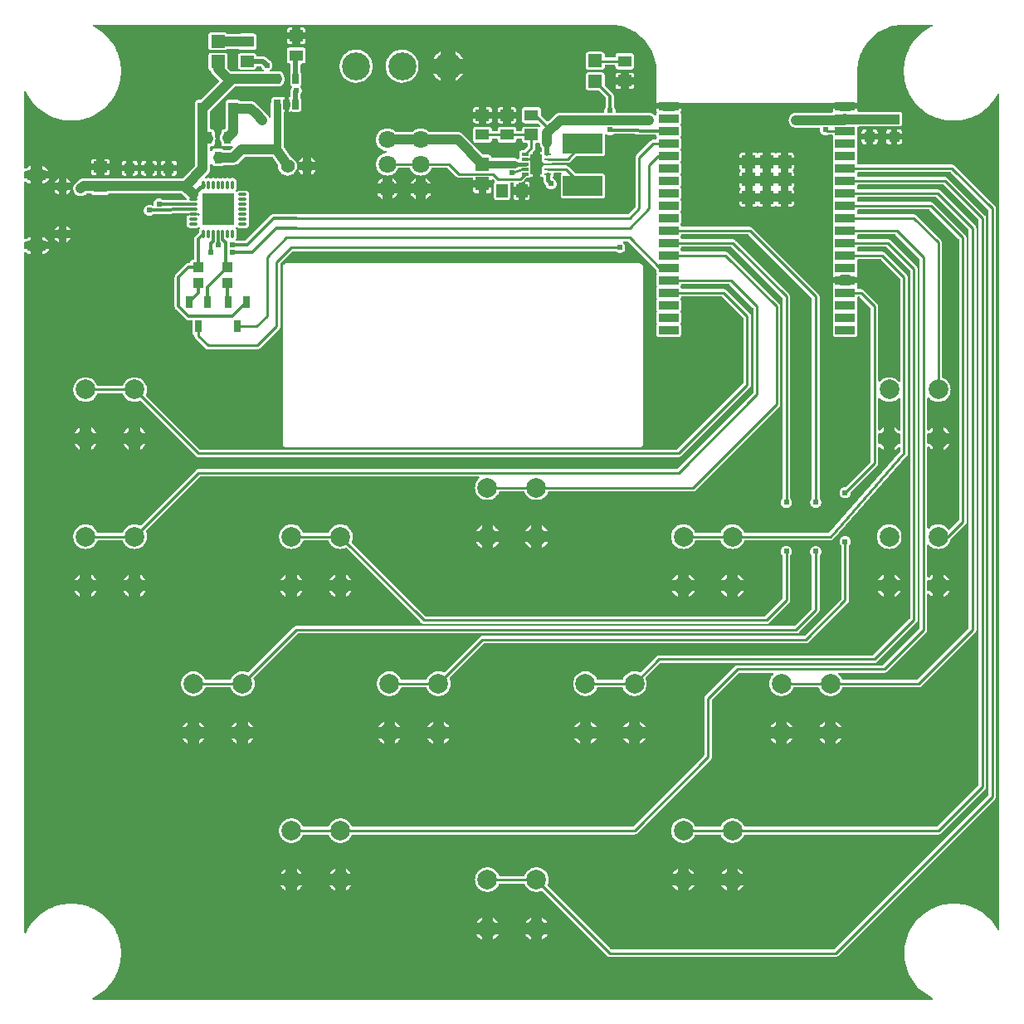
<source format=gbl>
G04 Layer: BottomLayer*
G04 EasyEDA v6.5.20, 2022-12-02 00:59:29*
G04 a67cddfb3fce44daa9051d46cbbcc19f,10*
G04 Gerber Generator version 0.2*
G04 Scale: 100 percent, Rotated: No, Reflected: No *
G04 Dimensions in millimeters *
G04 leading zeros omitted , absolute positions ,4 integer and 5 decimal *
%FSLAX45Y45*%
%MOMM*%

%AMMACRO1*21,1,$1,$2,0,0,$3*%
%ADD10C,1.0000*%
%ADD11C,0.5000*%
%ADD12C,0.8000*%
%ADD13C,0.3000*%
%ADD14C,0.4000*%
%ADD15C,0.2500*%
%ADD16C,0.7500*%
%ADD17R,0.6650X0.2800*%
%ADD18MACRO1,0.665X0.28X0.0000*%
%ADD19R,1.2500X2.0000*%
%ADD20MACRO1,1.377X1.1325X90.0000*%
%ADD21R,1.3770X1.1325*%
%ADD22MACRO1,1.377X1.1325X0.0000*%
%ADD23MACRO1,2X4X90.0000*%
%ADD24R,1.3500X1.4100*%
%ADD25MACRO1,1.35X1.41X0.0000*%
%ADD26MACRO1,1.3005X1.3995X90.0000*%
%ADD27MACRO1,3.2X3.2X0.0000*%
%ADD28O,0.2800096X0.8999982*%
%ADD29O,0.8999982X0.2800096*%
%ADD30MACRO1,1X1.1X-90.0000*%
%ADD31MACRO1,1X1.2X0.0000*%
%ADD32MACRO1,1.25X0.7X90.0000*%
%ADD33MACRO1,0.7X1.25X0.0000*%
%ADD34MACRO1,1X0.6X-90.0000*%
%ADD35MACRO1,1X1.1X90.0000*%
%ADD36MACRO1,2X0.9X0.0000*%
%ADD37MACRO1,1.33X1.33X0.0000*%
%ADD38C,2.8500*%
%ADD39C,1.8000*%
%ADD40C,2.0000*%
%ADD41O,2.1999956000000003X1.2999974*%
%ADD42C,1.3000*%
%ADD43C,1.4224*%
%ADD44C,0.6096*%
%ADD45C,0.6100*%
%ADD46C,0.0149*%

%LPD*%
G36*
X731012Y25908D02*
G01*
X727202Y26670D01*
X723950Y28803D01*
X721715Y32004D01*
X720852Y35864D01*
X721563Y39674D01*
X723595Y43027D01*
X726795Y45313D01*
X730402Y46939D01*
X757834Y61722D01*
X784301Y78130D01*
X809701Y96164D01*
X833932Y115722D01*
X856945Y136702D01*
X878586Y159105D01*
X898855Y182778D01*
X917549Y207670D01*
X934719Y233629D01*
X950264Y260654D01*
X964133Y288544D01*
X976223Y317246D01*
X986485Y346659D01*
X994968Y376631D01*
X1001572Y407060D01*
X1006297Y437845D01*
X1009091Y468884D01*
X1010005Y499973D01*
X1009091Y531114D01*
X1006297Y562152D01*
X1001572Y592937D01*
X994968Y623366D01*
X986485Y653338D01*
X976223Y682752D01*
X964133Y711454D01*
X950264Y739343D01*
X934719Y766368D01*
X917549Y792327D01*
X898855Y817219D01*
X878586Y840892D01*
X856945Y863295D01*
X833932Y884275D01*
X809701Y903833D01*
X784301Y921867D01*
X757834Y938276D01*
X730402Y953058D01*
X702106Y966063D01*
X673049Y977341D01*
X643382Y986790D01*
X613206Y994410D01*
X582574Y1000150D01*
X551637Y1003960D01*
X520547Y1005890D01*
X489407Y1005890D01*
X458317Y1003960D01*
X427431Y1000150D01*
X396798Y994410D01*
X366623Y986790D01*
X336956Y977341D01*
X307898Y966063D01*
X279603Y953058D01*
X252171Y938276D01*
X225704Y921867D01*
X200304Y903833D01*
X176072Y884275D01*
X153060Y863295D01*
X131419Y840892D01*
X111150Y817219D01*
X92405Y792327D01*
X75234Y766368D01*
X59740Y739343D01*
X45872Y711454D01*
X43230Y707085D01*
X39928Y704900D01*
X36017Y704138D01*
X32156Y704951D01*
X28854Y707136D01*
X26670Y710438D01*
X25908Y714298D01*
X25908Y7644384D01*
X26670Y7648244D01*
X28803Y7651496D01*
X32004Y7653731D01*
X35814Y7654544D01*
X39674Y7653883D01*
X43027Y7651851D01*
X45516Y7649514D01*
X55626Y7642352D01*
X66649Y7636611D01*
X78333Y7632496D01*
X86512Y7630769D01*
X86512Y7681163D01*
X36068Y7681163D01*
X32156Y7681925D01*
X28905Y7684109D01*
X26670Y7687411D01*
X25908Y7691323D01*
X25908Y7748676D01*
X26670Y7752588D01*
X28905Y7755839D01*
X32156Y7758074D01*
X36068Y7758836D01*
X86512Y7758836D01*
X86512Y7809179D01*
X78333Y7807502D01*
X66649Y7803337D01*
X55626Y7797647D01*
X45516Y7790484D01*
X43027Y7788148D01*
X39674Y7786065D01*
X35814Y7785404D01*
X32004Y7786268D01*
X28803Y7788452D01*
X26670Y7791754D01*
X25908Y7795564D01*
X25908Y8364423D01*
X26670Y8368233D01*
X28803Y8371484D01*
X32004Y8373719D01*
X35814Y8374583D01*
X39674Y8373922D01*
X43027Y8371840D01*
X45516Y8369503D01*
X55626Y8362340D01*
X66649Y8356650D01*
X78333Y8352485D01*
X86512Y8350758D01*
X86512Y8401151D01*
X36068Y8401151D01*
X32156Y8401913D01*
X28905Y8404098D01*
X26670Y8407400D01*
X25908Y8411311D01*
X25908Y8468664D01*
X26670Y8472576D01*
X28905Y8475878D01*
X32156Y8478062D01*
X36068Y8478824D01*
X86512Y8478824D01*
X86512Y8529218D01*
X78333Y8527491D01*
X66649Y8523325D01*
X55626Y8517636D01*
X45516Y8510473D01*
X43027Y8508136D01*
X39674Y8506053D01*
X35814Y8505393D01*
X32004Y8506256D01*
X28803Y8508492D01*
X26670Y8511743D01*
X25908Y8515553D01*
X25908Y9285681D01*
X26670Y9289542D01*
X28854Y9292844D01*
X32156Y9295028D01*
X36017Y9295841D01*
X39928Y9295079D01*
X43230Y9292894D01*
X45872Y9288526D01*
X59740Y9260636D01*
X75234Y9233611D01*
X92405Y9207652D01*
X111150Y9182760D01*
X131419Y9159087D01*
X153060Y9136684D01*
X176072Y9115704D01*
X200304Y9096146D01*
X225704Y9078112D01*
X252171Y9061704D01*
X279603Y9046921D01*
X307898Y9033916D01*
X336956Y9022638D01*
X366623Y9013190D01*
X396798Y9005570D01*
X427431Y8999829D01*
X458317Y8996019D01*
X489407Y8994089D01*
X520547Y8994089D01*
X551637Y8996019D01*
X582574Y8999829D01*
X613206Y9005570D01*
X643382Y9013190D01*
X673049Y9022638D01*
X702106Y9033916D01*
X730402Y9046921D01*
X757834Y9061704D01*
X784301Y9078112D01*
X809701Y9096146D01*
X833932Y9115704D01*
X856945Y9136684D01*
X878586Y9159087D01*
X898855Y9182760D01*
X917549Y9207652D01*
X934719Y9233611D01*
X950264Y9260636D01*
X964133Y9288526D01*
X976223Y9317228D01*
X986485Y9346641D01*
X994968Y9376613D01*
X1001572Y9407042D01*
X1006297Y9437827D01*
X1009091Y9468866D01*
X1010005Y9499955D01*
X1009091Y9531096D01*
X1006297Y9562134D01*
X1001572Y9592919D01*
X994968Y9623348D01*
X986485Y9653320D01*
X976223Y9682734D01*
X964133Y9711436D01*
X950264Y9739325D01*
X934719Y9766350D01*
X917549Y9792309D01*
X898855Y9817201D01*
X878586Y9840874D01*
X856945Y9863277D01*
X833932Y9884257D01*
X809701Y9903815D01*
X784301Y9921849D01*
X757834Y9938258D01*
X730402Y9953040D01*
X726795Y9954666D01*
X723595Y9956952D01*
X721563Y9960305D01*
X720852Y9964115D01*
X721715Y9967976D01*
X723950Y9971176D01*
X727202Y9973310D01*
X731012Y9974072D01*
X5999429Y9974072D01*
X6030061Y9973106D01*
X6059728Y9970262D01*
X6089142Y9965588D01*
X6118199Y9959086D01*
X6146800Y9950754D01*
X6174790Y9940645D01*
X6202121Y9928809D01*
X6228638Y9915245D01*
X6254292Y9900056D01*
X6278880Y9883343D01*
X6302400Y9865055D01*
X6324752Y9845344D01*
X6345783Y9824262D01*
X6365443Y9801910D01*
X6383680Y9778390D01*
X6400444Y9753752D01*
X6415582Y9728098D01*
X6429095Y9701530D01*
X6440881Y9674199D01*
X6450939Y9646158D01*
X6459220Y9617557D01*
X6465722Y9588500D01*
X6470345Y9559086D01*
X6473139Y9529419D01*
X6474104Y9499447D01*
X6474104Y9200591D01*
X6474714Y9195409D01*
X6474714Y9193072D01*
X6474104Y9187434D01*
X6474104Y9171838D01*
X6547459Y9171838D01*
X6550456Y9173514D01*
X6553809Y9174073D01*
X6646164Y9174073D01*
X6649567Y9173514D01*
X6652514Y9171838D01*
X6729730Y9171838D01*
X6732676Y9173514D01*
X6736080Y9174073D01*
X8263890Y9174073D01*
X8267293Y9173514D01*
X8270240Y9171838D01*
X8347456Y9171838D01*
X8350402Y9173514D01*
X8353806Y9174073D01*
X8446160Y9174073D01*
X8449513Y9173514D01*
X8452510Y9171838D01*
X8525865Y9171838D01*
X8525865Y9187434D01*
X8525256Y9193174D01*
X8525256Y9195612D01*
X8525916Y9200642D01*
X8525916Y9499447D01*
X8526881Y9530080D01*
X8529675Y9559696D01*
X8534349Y9589109D01*
X8540902Y9618167D01*
X8549233Y9646767D01*
X8559342Y9674809D01*
X8571179Y9702139D01*
X8584692Y9728657D01*
X8599881Y9754260D01*
X8616645Y9778898D01*
X8634933Y9802418D01*
X8654643Y9824720D01*
X8675674Y9845802D01*
X8698026Y9865461D01*
X8721598Y9883698D01*
X8746236Y9900412D01*
X8771890Y9915550D01*
X8798407Y9929063D01*
X8825738Y9940899D01*
X8853779Y9950958D01*
X8882380Y9959238D01*
X8911488Y9965690D01*
X8940901Y9970363D01*
X8970518Y9973157D01*
X9000540Y9974072D01*
X9281109Y9974072D01*
X9284919Y9973310D01*
X9288170Y9971176D01*
X9290405Y9967976D01*
X9291269Y9964115D01*
X9290558Y9960305D01*
X9288526Y9956952D01*
X9285325Y9954666D01*
X9279585Y9952024D01*
X9252153Y9937292D01*
X9225686Y9920884D01*
X9200286Y9902850D01*
X9176054Y9883292D01*
X9153042Y9862261D01*
X9131401Y9839909D01*
X9111132Y9816236D01*
X9092387Y9791344D01*
X9075216Y9765334D01*
X9059722Y9738360D01*
X9045854Y9710470D01*
X9033764Y9681768D01*
X9023451Y9652355D01*
X9015018Y9622383D01*
X9008414Y9591954D01*
X9003690Y9561169D01*
X9000896Y9530130D01*
X8999982Y9499041D01*
X9000896Y9467850D01*
X9003690Y9436862D01*
X9008414Y9406077D01*
X9015018Y9375597D01*
X9023451Y9345625D01*
X9033764Y9316262D01*
X9045854Y9287560D01*
X9059722Y9259620D01*
X9075216Y9232646D01*
X9092387Y9206636D01*
X9111132Y9181795D01*
X9131401Y9158071D01*
X9153042Y9135719D01*
X9176054Y9114688D01*
X9200286Y9095130D01*
X9225686Y9077147D01*
X9252153Y9060688D01*
X9279585Y9045956D01*
X9307880Y9032900D01*
X9336887Y9021673D01*
X9366605Y9012224D01*
X9396780Y9004604D01*
X9427413Y8998864D01*
X9458299Y8995003D01*
X9489389Y8993124D01*
X9520529Y8993124D01*
X9551619Y8995003D01*
X9582556Y8998864D01*
X9613188Y9004604D01*
X9643364Y9012224D01*
X9673031Y9021673D01*
X9702088Y9032900D01*
X9730384Y9045956D01*
X9757816Y9060688D01*
X9784283Y9077147D01*
X9809683Y9095130D01*
X9833914Y9114688D01*
X9856927Y9135719D01*
X9878568Y9158071D01*
X9898837Y9181795D01*
X9917531Y9206636D01*
X9934702Y9232646D01*
X9950246Y9259620D01*
X9954818Y9268815D01*
X9957663Y9272320D01*
X9961727Y9274251D01*
X9966248Y9274200D01*
X9970262Y9272219D01*
X9973056Y9268714D01*
X9974072Y9264294D01*
X9974072Y744677D01*
X9973106Y740410D01*
X9970414Y736904D01*
X9966553Y734872D01*
X9962134Y734669D01*
X9958070Y736346D01*
X9955123Y739597D01*
X9939731Y766368D01*
X9922560Y792327D01*
X9903815Y817219D01*
X9883597Y840892D01*
X9861905Y863295D01*
X9838944Y884275D01*
X9814661Y903833D01*
X9789261Y921867D01*
X9762794Y938276D01*
X9735362Y953058D01*
X9707067Y966063D01*
X9678060Y977341D01*
X9648393Y986790D01*
X9618167Y994410D01*
X9587534Y1000150D01*
X9556648Y1003960D01*
X9525558Y1005890D01*
X9494418Y1005890D01*
X9463328Y1003960D01*
X9432391Y1000150D01*
X9401810Y994410D01*
X9371584Y986790D01*
X9341916Y977341D01*
X9312859Y966063D01*
X9284563Y953058D01*
X9257131Y938276D01*
X9230664Y921867D01*
X9205264Y903833D01*
X9181033Y884275D01*
X9158020Y863295D01*
X9136380Y840892D01*
X9116161Y817219D01*
X9097416Y792327D01*
X9080246Y766368D01*
X9064701Y739343D01*
X9050883Y711454D01*
X9038793Y682752D01*
X9028480Y653338D01*
X9019997Y623366D01*
X9013393Y592937D01*
X9008668Y562152D01*
X9005874Y531114D01*
X9005011Y500024D01*
X9005874Y468884D01*
X9008668Y437845D01*
X9013393Y407060D01*
X9019997Y376631D01*
X9028480Y346659D01*
X9038793Y317246D01*
X9050883Y288544D01*
X9064701Y260654D01*
X9080246Y233629D01*
X9097416Y207670D01*
X9116161Y182778D01*
X9136380Y159105D01*
X9158020Y136702D01*
X9181033Y115722D01*
X9205264Y96164D01*
X9230664Y78130D01*
X9257131Y61722D01*
X9284563Y46939D01*
X9288221Y45313D01*
X9291370Y43027D01*
X9293453Y39674D01*
X9294114Y35864D01*
X9293250Y32004D01*
X9291066Y28803D01*
X9287764Y26670D01*
X9283954Y25908D01*
G37*

%LPC*%
G36*
X2705150Y9894671D02*
G01*
X2759100Y9894671D01*
X2759100Y9942525D01*
X2731617Y9942525D01*
X2725267Y9941814D01*
X2719832Y9939934D01*
X2714904Y9936835D01*
X2710840Y9932771D01*
X2707741Y9927844D01*
X2705862Y9922408D01*
X2705150Y9916058D01*
G37*
G36*
X2840685Y9894671D02*
G01*
X2894634Y9894671D01*
X2894634Y9916058D01*
X2893923Y9922408D01*
X2892044Y9927844D01*
X2888945Y9932771D01*
X2884881Y9936835D01*
X2879953Y9939934D01*
X2874518Y9941814D01*
X2868168Y9942525D01*
X2840685Y9942525D01*
G37*
G36*
X4806340Y637540D02*
G01*
X4808524Y638505D01*
X4821529Y646379D01*
X4833467Y655726D01*
X4844237Y666496D01*
X4853584Y678484D01*
X4861458Y691489D01*
X4862423Y693623D01*
X4806340Y693623D01*
G37*
G36*
X5306364Y637540D02*
G01*
X5308498Y638505D01*
X5321503Y646379D01*
X5333492Y655726D01*
X5344210Y666496D01*
X5353608Y678484D01*
X5361482Y691489D01*
X5362448Y693623D01*
X5306364Y693623D01*
G37*
G36*
X4693666Y637540D02*
G01*
X4693666Y693623D01*
X4637582Y693623D01*
X4638548Y691489D01*
X4646422Y678484D01*
X4655769Y666496D01*
X4666538Y655726D01*
X4678476Y646379D01*
X4691481Y638505D01*
G37*
G36*
X5193639Y637540D02*
G01*
X5193639Y693623D01*
X5137556Y693623D01*
X5138521Y691489D01*
X5146395Y678484D01*
X5155793Y666496D01*
X5166512Y655726D01*
X5178501Y646379D01*
X5191506Y638505D01*
G37*
G36*
X2731617Y9777476D02*
G01*
X2759100Y9777476D01*
X2759100Y9825329D01*
X2705150Y9825329D01*
X2705150Y9803942D01*
X2705862Y9797643D01*
X2707741Y9792157D01*
X2710840Y9787280D01*
X2714904Y9783165D01*
X2719832Y9780117D01*
X2725267Y9778187D01*
G37*
G36*
X2840685Y9777476D02*
G01*
X2868168Y9777476D01*
X2874518Y9778187D01*
X2879953Y9780117D01*
X2884881Y9783165D01*
X2888945Y9787280D01*
X2892044Y9792157D01*
X2893923Y9797643D01*
X2894634Y9803942D01*
X2894634Y9825329D01*
X2840685Y9825329D01*
G37*
G36*
X4806340Y806297D02*
G01*
X4862423Y806297D01*
X4861458Y808482D01*
X4853584Y821486D01*
X4844237Y833475D01*
X4833467Y844194D01*
X4821529Y853592D01*
X4808524Y861466D01*
X4806340Y862431D01*
G37*
G36*
X5137556Y806297D02*
G01*
X5193639Y806297D01*
X5193639Y862431D01*
X5191506Y861466D01*
X5178501Y853592D01*
X5166512Y844194D01*
X5155793Y833475D01*
X5146395Y821486D01*
X5138521Y808482D01*
G37*
G36*
X4637582Y806297D02*
G01*
X4693666Y806297D01*
X4693666Y862431D01*
X4691481Y861466D01*
X4678476Y853592D01*
X4666538Y844194D01*
X4655769Y833475D01*
X4646422Y821486D01*
X4638548Y808482D01*
G37*
G36*
X5306364Y806297D02*
G01*
X5362448Y806297D01*
X5361482Y808482D01*
X5353608Y821486D01*
X5344210Y833475D01*
X5333492Y844194D01*
X5321503Y853592D01*
X5308498Y861466D01*
X5306364Y862431D01*
G37*
G36*
X1930603Y9714077D02*
G01*
X2069388Y9714077D01*
X2075738Y9714788D01*
X2081174Y9716719D01*
X2086102Y9719767D01*
X2087422Y9721138D01*
X2090724Y9723323D01*
X2094585Y9724085D01*
X2210663Y9724085D01*
X2213508Y9723678D01*
X2216099Y9722561D01*
X2219960Y9720122D01*
X2225395Y9718192D01*
X2231745Y9717481D01*
X2368296Y9717481D01*
X2374646Y9718192D01*
X2380081Y9720122D01*
X2385009Y9723170D01*
X2389073Y9727285D01*
X2392172Y9732162D01*
X2394051Y9737648D01*
X2394762Y9743948D01*
X2394762Y9856063D01*
X2394051Y9862413D01*
X2392172Y9867849D01*
X2389073Y9872726D01*
X2385009Y9876840D01*
X2380081Y9879939D01*
X2374646Y9881819D01*
X2368296Y9882530D01*
X2231745Y9882530D01*
X2225395Y9881819D01*
X2219960Y9879939D01*
X2216048Y9877450D01*
X2213457Y9876332D01*
X2210663Y9875926D01*
X2102205Y9875926D01*
X2098852Y9876485D01*
X2095906Y9878110D01*
X2093620Y9880650D01*
X2090166Y9886137D01*
X2086102Y9890252D01*
X2081174Y9893300D01*
X2075738Y9895230D01*
X2069388Y9895941D01*
X1930603Y9895941D01*
X1924253Y9895230D01*
X1918817Y9893300D01*
X1913889Y9890252D01*
X1909825Y9886137D01*
X1906727Y9881260D01*
X1904847Y9875774D01*
X1904136Y9869474D01*
X1904136Y9740544D01*
X1904847Y9734245D01*
X1906727Y9728758D01*
X1909825Y9723882D01*
X1913889Y9719767D01*
X1918817Y9716719D01*
X1924253Y9714788D01*
G37*
G36*
X4427575Y9627565D02*
G01*
X4499457Y9627565D01*
X4490313Y9643059D01*
X4479645Y9657435D01*
X4467453Y9670643D01*
X4453991Y9682429D01*
X4439310Y9692741D01*
X4427575Y9699244D01*
G37*
G36*
X2806344Y1137513D02*
G01*
X2808528Y1138478D01*
X2821533Y1146352D01*
X2833471Y1155750D01*
X2844241Y1166469D01*
X2853588Y1178458D01*
X2861462Y1191463D01*
X2862427Y1193596D01*
X2806344Y1193596D01*
G37*
G36*
X6806336Y1137513D02*
G01*
X6808520Y1138478D01*
X6821525Y1146352D01*
X6833463Y1155750D01*
X6844233Y1166469D01*
X6853580Y1178458D01*
X6861454Y1191463D01*
X6862419Y1193596D01*
X6806336Y1193596D01*
G37*
G36*
X3306368Y1137513D02*
G01*
X3308502Y1138478D01*
X3321507Y1146352D01*
X3333496Y1155750D01*
X3344214Y1166469D01*
X3353612Y1178458D01*
X3361486Y1191463D01*
X3362451Y1193596D01*
X3306368Y1193596D01*
G37*
G36*
X7306360Y1137513D02*
G01*
X7308494Y1138478D01*
X7321499Y1146352D01*
X7333488Y1155750D01*
X7344206Y1166469D01*
X7353604Y1178458D01*
X7361478Y1191463D01*
X7362444Y1193596D01*
X7306360Y1193596D01*
G37*
G36*
X6693662Y1137513D02*
G01*
X6693662Y1193596D01*
X6637578Y1193596D01*
X6638544Y1191463D01*
X6646418Y1178458D01*
X6655765Y1166469D01*
X6666534Y1155750D01*
X6678472Y1146352D01*
X6691477Y1138478D01*
G37*
G36*
X3193643Y1137513D02*
G01*
X3193643Y1193596D01*
X3137560Y1193596D01*
X3138525Y1191463D01*
X3146399Y1178458D01*
X3155797Y1166469D01*
X3166516Y1155750D01*
X3178505Y1146352D01*
X3191510Y1138478D01*
G37*
G36*
X2693670Y1137513D02*
G01*
X2693670Y1193596D01*
X2637586Y1193596D01*
X2638552Y1191463D01*
X2646426Y1178458D01*
X2655773Y1166469D01*
X2666542Y1155750D01*
X2678480Y1146352D01*
X2691485Y1138478D01*
G37*
G36*
X7193635Y1137513D02*
G01*
X7193635Y1193596D01*
X7137552Y1193596D01*
X7138517Y1191463D01*
X7146391Y1178458D01*
X7155789Y1166469D01*
X7166508Y1155750D01*
X7178497Y1146352D01*
X7191502Y1138478D01*
G37*
G36*
X4200804Y9627565D02*
G01*
X4272381Y9627565D01*
X4272381Y9699244D01*
X4268419Y9697262D01*
X4253179Y9687763D01*
X4239107Y9676688D01*
X4226255Y9664192D01*
X4214825Y9650425D01*
X4204919Y9635490D01*
G37*
G36*
X2637586Y1306322D02*
G01*
X2693670Y1306322D01*
X2693670Y1362405D01*
X2691485Y1361440D01*
X2678480Y1353566D01*
X2666542Y1344218D01*
X2655773Y1333449D01*
X2646426Y1321460D01*
X2638552Y1308455D01*
G37*
G36*
X7137552Y1306322D02*
G01*
X7193635Y1306322D01*
X7193635Y1362405D01*
X7191502Y1361440D01*
X7178497Y1353566D01*
X7166508Y1344218D01*
X7155789Y1333449D01*
X7146391Y1321460D01*
X7138517Y1308455D01*
G37*
G36*
X6806336Y1306322D02*
G01*
X6862419Y1306322D01*
X6861454Y1308455D01*
X6853580Y1321460D01*
X6844233Y1333449D01*
X6833463Y1344218D01*
X6821525Y1353566D01*
X6808520Y1361440D01*
X6806336Y1362405D01*
G37*
G36*
X6637578Y1306322D02*
G01*
X6693662Y1306322D01*
X6693662Y1362405D01*
X6691477Y1361440D01*
X6678472Y1353566D01*
X6666534Y1344218D01*
X6655765Y1333449D01*
X6646418Y1321460D01*
X6638544Y1308455D01*
G37*
G36*
X3137560Y1306322D02*
G01*
X3193643Y1306322D01*
X3193643Y1362405D01*
X3191510Y1361440D01*
X3178505Y1353566D01*
X3166516Y1344218D01*
X3155797Y1333449D01*
X3146399Y1321460D01*
X3138525Y1308455D01*
G37*
G36*
X3306368Y1306322D02*
G01*
X3362451Y1306322D01*
X3361486Y1308455D01*
X3353612Y1321460D01*
X3344214Y1333449D01*
X3333496Y1344218D01*
X3321507Y1353566D01*
X3308502Y1361440D01*
X3306368Y1362405D01*
G37*
G36*
X7306360Y1306322D02*
G01*
X7362444Y1306322D01*
X7361478Y1308455D01*
X7353604Y1321460D01*
X7344206Y1333449D01*
X7333488Y1344218D01*
X7321499Y1353566D01*
X7308494Y1361440D01*
X7306360Y1362405D01*
G37*
G36*
X2806344Y1306322D02*
G01*
X2862427Y1306322D01*
X2861462Y1308455D01*
X2853588Y1321460D01*
X2844241Y1333449D01*
X2833471Y1344218D01*
X2821533Y1353566D01*
X2808528Y1361440D01*
X2806344Y1362405D01*
G37*
G36*
X5780582Y9514078D02*
G01*
X5919419Y9514078D01*
X5925718Y9514789D01*
X5931154Y9516719D01*
X5936081Y9519767D01*
X5940145Y9523882D01*
X5943244Y9528759D01*
X5945174Y9534245D01*
X5945886Y9540544D01*
X5945886Y9551416D01*
X5946648Y9555276D01*
X5948832Y9558578D01*
X5952134Y9560814D01*
X5956046Y9561576D01*
X6045047Y9561576D01*
X6048959Y9560814D01*
X6052261Y9558578D01*
X6054445Y9555276D01*
X6055207Y9551416D01*
X6055207Y9543948D01*
X6055918Y9537598D01*
X6057849Y9532162D01*
X6060948Y9527235D01*
X6065012Y9523171D01*
X6069939Y9520072D01*
X6075375Y9518142D01*
X6081725Y9517430D01*
X6218275Y9517430D01*
X6224574Y9518142D01*
X6230061Y9520072D01*
X6234938Y9523171D01*
X6239052Y9527235D01*
X6242100Y9532162D01*
X6244031Y9537598D01*
X6244742Y9543948D01*
X6244742Y9656064D01*
X6244031Y9662363D01*
X6242100Y9667849D01*
X6239052Y9672726D01*
X6234938Y9676841D01*
X6230061Y9679889D01*
X6224574Y9681819D01*
X6218275Y9682530D01*
X6081725Y9682530D01*
X6075375Y9681819D01*
X6069939Y9679889D01*
X6065012Y9676841D01*
X6060948Y9672726D01*
X6057849Y9667849D01*
X6055918Y9662363D01*
X6055207Y9656064D01*
X6055207Y9648545D01*
X6054445Y9644684D01*
X6052261Y9641382D01*
X6048959Y9639147D01*
X6045047Y9638385D01*
X5956046Y9638385D01*
X5952134Y9639147D01*
X5948832Y9641382D01*
X5946648Y9644684D01*
X5945886Y9648545D01*
X5945886Y9669475D01*
X5945174Y9675774D01*
X5943244Y9681260D01*
X5940145Y9686137D01*
X5936081Y9690252D01*
X5931154Y9693300D01*
X5925718Y9695230D01*
X5919419Y9695942D01*
X5780582Y9695942D01*
X5774283Y9695230D01*
X5768797Y9693300D01*
X5763920Y9690252D01*
X5759805Y9686137D01*
X5756706Y9681260D01*
X5754827Y9675774D01*
X5754116Y9669475D01*
X5754116Y9540544D01*
X5754827Y9534245D01*
X5756706Y9528759D01*
X5759805Y9523882D01*
X5763920Y9519767D01*
X5768797Y9516719D01*
X5774283Y9514789D01*
G37*
G36*
X6190742Y9434626D02*
G01*
X6244742Y9434626D01*
X6244742Y9456013D01*
X6244031Y9462363D01*
X6242100Y9467799D01*
X6239052Y9472726D01*
X6234938Y9476790D01*
X6230061Y9479889D01*
X6224574Y9481820D01*
X6218275Y9482531D01*
X6190742Y9482531D01*
G37*
G36*
X6055207Y9434626D02*
G01*
X6109208Y9434626D01*
X6109208Y9482531D01*
X6081725Y9482531D01*
X6075375Y9481820D01*
X6069939Y9479889D01*
X6065012Y9476790D01*
X6060948Y9472726D01*
X6057849Y9467799D01*
X6055918Y9462363D01*
X6055207Y9456013D01*
G37*
G36*
X4427575Y9400743D02*
G01*
X4439310Y9407245D01*
X4453991Y9417507D01*
X4467453Y9429343D01*
X4479645Y9442500D01*
X4490313Y9456877D01*
X4499457Y9472371D01*
X4427575Y9472371D01*
G37*
G36*
X4272381Y9400743D02*
G01*
X4272381Y9472371D01*
X4200804Y9472371D01*
X4204919Y9464497D01*
X4214825Y9449562D01*
X4226255Y9435744D01*
X4239107Y9423247D01*
X4253179Y9412173D01*
X4268419Y9402673D01*
G37*
G36*
X3884472Y9381642D02*
G01*
X3902354Y9383064D01*
X3919931Y9386417D01*
X3937101Y9391548D01*
X3953611Y9398558D01*
X3969308Y9407245D01*
X3983990Y9417507D01*
X3997451Y9429343D01*
X4009644Y9442500D01*
X4020312Y9456877D01*
X4029405Y9472320D01*
X4036822Y9488678D01*
X4042460Y9505696D01*
X4046220Y9523171D01*
X4048150Y9541002D01*
X4048150Y9558934D01*
X4046220Y9576765D01*
X4042460Y9594291D01*
X4036822Y9611309D01*
X4029405Y9627616D01*
X4020312Y9643059D01*
X4009644Y9657435D01*
X3997451Y9670643D01*
X3983990Y9682429D01*
X3969308Y9692741D01*
X3953611Y9701428D01*
X3937101Y9708388D01*
X3919931Y9713569D01*
X3902354Y9716871D01*
X3884472Y9718294D01*
X3866540Y9717836D01*
X3848811Y9715449D01*
X3831386Y9711182D01*
X3814521Y9705136D01*
X3798417Y9697262D01*
X3783177Y9687763D01*
X3769106Y9676688D01*
X3756253Y9664192D01*
X3744823Y9650425D01*
X3734917Y9635490D01*
X3726637Y9619538D01*
X3720134Y9602876D01*
X3715410Y9585553D01*
X3712565Y9567875D01*
X3711600Y9549993D01*
X3712565Y9532061D01*
X3715410Y9514382D01*
X3720134Y9497110D01*
X3726637Y9480397D01*
X3734917Y9464497D01*
X3744823Y9449562D01*
X3756253Y9435744D01*
X3769106Y9423247D01*
X3783177Y9412173D01*
X3798417Y9402673D01*
X3814521Y9394850D01*
X3831386Y9388754D01*
X3848811Y9384487D01*
X3866540Y9382099D01*
G37*
G36*
X3414471Y9381642D02*
G01*
X3432352Y9383064D01*
X3449980Y9386417D01*
X3467100Y9391548D01*
X3483610Y9398558D01*
X3499307Y9407245D01*
X3513988Y9417507D01*
X3527450Y9429343D01*
X3539642Y9442500D01*
X3550310Y9456877D01*
X3559403Y9472320D01*
X3566820Y9488678D01*
X3572459Y9505696D01*
X3576218Y9523171D01*
X3578148Y9541002D01*
X3578148Y9558934D01*
X3576218Y9576765D01*
X3572459Y9594291D01*
X3566820Y9611309D01*
X3559403Y9627616D01*
X3550310Y9643059D01*
X3539642Y9657435D01*
X3527450Y9670643D01*
X3513988Y9682429D01*
X3499307Y9692741D01*
X3483610Y9701428D01*
X3467100Y9708388D01*
X3449980Y9713569D01*
X3432352Y9716871D01*
X3414471Y9718294D01*
X3396538Y9717836D01*
X3378809Y9715449D01*
X3361385Y9711182D01*
X3344519Y9705136D01*
X3328415Y9697262D01*
X3313176Y9687763D01*
X3299104Y9676688D01*
X3286251Y9664192D01*
X3274822Y9650425D01*
X3264915Y9635490D01*
X3256635Y9619538D01*
X3250133Y9602876D01*
X3245408Y9585553D01*
X3242564Y9567875D01*
X3241598Y9549993D01*
X3242564Y9532061D01*
X3245408Y9514382D01*
X3250133Y9497110D01*
X3256635Y9480397D01*
X3264915Y9464497D01*
X3274822Y9449562D01*
X3286251Y9435744D01*
X3299104Y9423247D01*
X3313176Y9412173D01*
X3328415Y9402673D01*
X3344519Y9394850D01*
X3361385Y9388754D01*
X3378809Y9384487D01*
X3396538Y9382099D01*
G37*
G36*
X6190742Y9317431D02*
G01*
X6218275Y9317431D01*
X6224574Y9318142D01*
X6230061Y9320072D01*
X6234938Y9323120D01*
X6239052Y9327235D01*
X6242100Y9332112D01*
X6244031Y9337598D01*
X6244742Y9343898D01*
X6244742Y9365335D01*
X6190742Y9365335D01*
G37*
G36*
X4306366Y2637536D02*
G01*
X4308500Y2638501D01*
X4321505Y2646375D01*
X4333494Y2655722D01*
X4344212Y2666492D01*
X4353610Y2678480D01*
X4361484Y2691485D01*
X4362450Y2693619D01*
X4306366Y2693619D01*
G37*
G36*
X2306370Y2637536D02*
G01*
X2308504Y2638501D01*
X2321509Y2646375D01*
X2333498Y2655722D01*
X2344216Y2666492D01*
X2353614Y2678480D01*
X2361488Y2691485D01*
X2362454Y2693619D01*
X2306370Y2693619D01*
G37*
G36*
X6306362Y2637536D02*
G01*
X6308496Y2638501D01*
X6321501Y2646375D01*
X6333490Y2655722D01*
X6344208Y2666492D01*
X6353606Y2678480D01*
X6361480Y2691485D01*
X6362446Y2693619D01*
X6306362Y2693619D01*
G37*
G36*
X5806338Y2637536D02*
G01*
X5808522Y2638501D01*
X5821527Y2646375D01*
X5833465Y2655722D01*
X5844235Y2666492D01*
X5853582Y2678480D01*
X5861456Y2691485D01*
X5862421Y2693619D01*
X5806338Y2693619D01*
G37*
G36*
X8306358Y2637536D02*
G01*
X8308492Y2638501D01*
X8321497Y2646375D01*
X8333486Y2655722D01*
X8344204Y2666492D01*
X8353602Y2678480D01*
X8361476Y2691485D01*
X8362442Y2693619D01*
X8306358Y2693619D01*
G37*
G36*
X3806342Y2637536D02*
G01*
X3808526Y2638501D01*
X3821531Y2646375D01*
X3833469Y2655722D01*
X3844239Y2666492D01*
X3853586Y2678480D01*
X3861460Y2691485D01*
X3862425Y2693619D01*
X3806342Y2693619D01*
G37*
G36*
X7806334Y2637536D02*
G01*
X7808518Y2638501D01*
X7821523Y2646375D01*
X7833461Y2655722D01*
X7844231Y2666492D01*
X7853578Y2678480D01*
X7861452Y2691485D01*
X7862417Y2693619D01*
X7806334Y2693619D01*
G37*
G36*
X6193637Y2637536D02*
G01*
X6193637Y2693619D01*
X6137554Y2693619D01*
X6138519Y2691485D01*
X6146393Y2678480D01*
X6155791Y2666492D01*
X6166510Y2655722D01*
X6178499Y2646375D01*
X6191504Y2638501D01*
G37*
G36*
X1806346Y2637536D02*
G01*
X1808530Y2638501D01*
X1821535Y2646375D01*
X1833473Y2655722D01*
X1844243Y2666492D01*
X1853590Y2678480D01*
X1861464Y2691485D01*
X1862429Y2693619D01*
X1806346Y2693619D01*
G37*
G36*
X8193633Y2637536D02*
G01*
X8193633Y2693619D01*
X8137550Y2693619D01*
X8138515Y2691485D01*
X8146389Y2678480D01*
X8155787Y2666492D01*
X8166506Y2655722D01*
X8178495Y2646375D01*
X8191500Y2638501D01*
G37*
G36*
X1693672Y2637536D02*
G01*
X1693672Y2693619D01*
X1637588Y2693619D01*
X1638554Y2691485D01*
X1646428Y2678480D01*
X1655775Y2666492D01*
X1666544Y2655722D01*
X1678482Y2646375D01*
X1691487Y2638501D01*
G37*
G36*
X5693664Y2637536D02*
G01*
X5693664Y2693619D01*
X5637580Y2693619D01*
X5638546Y2691485D01*
X5646420Y2678480D01*
X5655767Y2666492D01*
X5666536Y2655722D01*
X5678474Y2646375D01*
X5691479Y2638501D01*
G37*
G36*
X4193641Y2637536D02*
G01*
X4193641Y2693619D01*
X4137558Y2693619D01*
X4138523Y2691485D01*
X4146397Y2678480D01*
X4155795Y2666492D01*
X4166514Y2655722D01*
X4178503Y2646375D01*
X4191508Y2638501D01*
G37*
G36*
X3693668Y2637536D02*
G01*
X3693668Y2693619D01*
X3637584Y2693619D01*
X3638550Y2691485D01*
X3646424Y2678480D01*
X3655771Y2666492D01*
X3666540Y2655722D01*
X3678478Y2646375D01*
X3691483Y2638501D01*
G37*
G36*
X2193645Y2637536D02*
G01*
X2193645Y2693619D01*
X2137562Y2693619D01*
X2138527Y2691485D01*
X2146401Y2678480D01*
X2155799Y2666492D01*
X2166518Y2655722D01*
X2178507Y2646375D01*
X2191512Y2638501D01*
G37*
G36*
X7693659Y2637536D02*
G01*
X7693659Y2693619D01*
X7637576Y2693619D01*
X7638542Y2691485D01*
X7646416Y2678480D01*
X7655763Y2666492D01*
X7666532Y2655722D01*
X7678470Y2646375D01*
X7691475Y2638501D01*
G37*
G36*
X3637584Y2806293D02*
G01*
X3693668Y2806293D01*
X3693668Y2862427D01*
X3691483Y2861462D01*
X3678478Y2853588D01*
X3666540Y2844190D01*
X3655771Y2833471D01*
X3646424Y2821482D01*
X3638550Y2808478D01*
G37*
G36*
X5637580Y2806293D02*
G01*
X5693664Y2806293D01*
X5693664Y2862427D01*
X5691479Y2861462D01*
X5678474Y2853588D01*
X5666536Y2844190D01*
X5655767Y2833471D01*
X5646420Y2821482D01*
X5638546Y2808478D01*
G37*
G36*
X2137562Y2806293D02*
G01*
X2193645Y2806293D01*
X2193645Y2862427D01*
X2191512Y2861462D01*
X2178507Y2853588D01*
X2166518Y2844190D01*
X2155799Y2833471D01*
X2146401Y2821482D01*
X2138527Y2808478D01*
G37*
G36*
X5806338Y2806293D02*
G01*
X5862421Y2806293D01*
X5861456Y2808478D01*
X5853582Y2821482D01*
X5844235Y2833471D01*
X5833465Y2844190D01*
X5821527Y2853588D01*
X5808522Y2861462D01*
X5806338Y2862427D01*
G37*
G36*
X8306358Y2806293D02*
G01*
X8362442Y2806293D01*
X8361476Y2808478D01*
X8353602Y2821482D01*
X8344204Y2833471D01*
X8333486Y2844190D01*
X8321497Y2853588D01*
X8308492Y2861462D01*
X8306358Y2862427D01*
G37*
G36*
X6306362Y2806293D02*
G01*
X6362446Y2806293D01*
X6361480Y2808478D01*
X6353606Y2821482D01*
X6344208Y2833471D01*
X6333490Y2844190D01*
X6321501Y2853588D01*
X6308496Y2861462D01*
X6306362Y2862427D01*
G37*
G36*
X4306366Y2806293D02*
G01*
X4362450Y2806293D01*
X4361484Y2808478D01*
X4353610Y2821482D01*
X4344212Y2833471D01*
X4333494Y2844190D01*
X4321505Y2853588D01*
X4308500Y2861462D01*
X4306366Y2862427D01*
G37*
G36*
X8137550Y2806293D02*
G01*
X8193633Y2806293D01*
X8193633Y2862427D01*
X8191500Y2861462D01*
X8178495Y2853588D01*
X8166506Y2844190D01*
X8155787Y2833471D01*
X8146389Y2821482D01*
X8138515Y2808478D01*
G37*
G36*
X7806334Y2806293D02*
G01*
X7862417Y2806293D01*
X7861452Y2808478D01*
X7853578Y2821482D01*
X7844231Y2833471D01*
X7833461Y2844190D01*
X7821523Y2853588D01*
X7808518Y2861462D01*
X7806334Y2862427D01*
G37*
G36*
X6137554Y2806293D02*
G01*
X6193637Y2806293D01*
X6193637Y2862427D01*
X6191504Y2861462D01*
X6178499Y2853588D01*
X6166510Y2844190D01*
X6155791Y2833471D01*
X6146393Y2821482D01*
X6138519Y2808478D01*
G37*
G36*
X3806342Y2806293D02*
G01*
X3862425Y2806293D01*
X3861460Y2808478D01*
X3853586Y2821482D01*
X3844239Y2833471D01*
X3833469Y2844190D01*
X3821531Y2853588D01*
X3808526Y2861462D01*
X3806342Y2862427D01*
G37*
G36*
X4137558Y2806293D02*
G01*
X4193641Y2806293D01*
X4193641Y2862427D01*
X4191508Y2861462D01*
X4178503Y2853588D01*
X4166514Y2844190D01*
X4155795Y2833471D01*
X4146397Y2821482D01*
X4138523Y2808478D01*
G37*
G36*
X7637576Y2806293D02*
G01*
X7693659Y2806293D01*
X7693659Y2862427D01*
X7691475Y2861462D01*
X7678470Y2853588D01*
X7666532Y2844190D01*
X7655763Y2833471D01*
X7646416Y2821482D01*
X7638542Y2808478D01*
G37*
G36*
X1806346Y2806293D02*
G01*
X1862429Y2806293D01*
X1861464Y2808478D01*
X1853590Y2821482D01*
X1844243Y2833471D01*
X1833473Y2844190D01*
X1821535Y2853588D01*
X1808530Y2861462D01*
X1806346Y2862427D01*
G37*
G36*
X2306370Y2806293D02*
G01*
X2362454Y2806293D01*
X2361488Y2808478D01*
X2353614Y2821482D01*
X2344216Y2833471D01*
X2333498Y2844190D01*
X2321509Y2853588D01*
X2308504Y2861462D01*
X2306370Y2862427D01*
G37*
G36*
X1637588Y2806293D02*
G01*
X1693672Y2806293D01*
X1693672Y2862427D01*
X1691487Y2861462D01*
X1678482Y2853588D01*
X1666544Y2844190D01*
X1655775Y2833471D01*
X1646428Y2821482D01*
X1638554Y2808478D01*
G37*
G36*
X3750005Y3124098D02*
G01*
X3765194Y3125012D01*
X3780129Y3127756D01*
X3794658Y3132277D01*
X3808526Y3138525D01*
X3821531Y3146399D01*
X3833469Y3155746D01*
X3844239Y3166516D01*
X3853586Y3178454D01*
X3861460Y3191459D01*
X3867810Y3205581D01*
X3870045Y3208731D01*
X3873296Y3210814D01*
X3877106Y3211576D01*
X4122928Y3211576D01*
X4126737Y3210814D01*
X4129938Y3208731D01*
X4132173Y3205581D01*
X4138523Y3191459D01*
X4146397Y3178454D01*
X4155795Y3166516D01*
X4166514Y3155746D01*
X4178503Y3146399D01*
X4191508Y3138525D01*
X4205376Y3132277D01*
X4219854Y3127756D01*
X4234840Y3125012D01*
X4250029Y3124098D01*
X4265168Y3125012D01*
X4280154Y3127756D01*
X4294632Y3132277D01*
X4308500Y3138525D01*
X4321505Y3146399D01*
X4333494Y3155746D01*
X4344212Y3166516D01*
X4353610Y3178454D01*
X4361484Y3191459D01*
X4367733Y3205327D01*
X4372254Y3219856D01*
X4374997Y3234791D01*
X4375912Y3249980D01*
X4374997Y3265170D01*
X4372254Y3280105D01*
X4367733Y3294634D01*
X4364786Y3301187D01*
X4363872Y3305149D01*
X4364583Y3309112D01*
X4366869Y3312515D01*
X4712970Y3658615D01*
X4716221Y3660851D01*
X4720132Y3661613D01*
X7999475Y3661613D01*
X8007451Y3662375D01*
X8014665Y3664559D01*
X8021320Y3668115D01*
X8027517Y3673195D01*
X8426856Y4072534D01*
X8431936Y4078732D01*
X8435492Y4085386D01*
X8437676Y4092600D01*
X8438438Y4100576D01*
X8438438Y4654854D01*
X8439200Y4658766D01*
X8441436Y4662017D01*
X8443163Y4663744D01*
X8448802Y4671822D01*
X8452916Y4680712D01*
X8455456Y4690211D01*
X8456320Y4699965D01*
X8455456Y4709769D01*
X8452916Y4719269D01*
X8448802Y4728159D01*
X8443163Y4736236D01*
X8436203Y4743145D01*
X8428177Y4748784D01*
X8419236Y4752949D01*
X8409787Y4755489D01*
X8399983Y4756353D01*
X8390178Y4755489D01*
X8380730Y4752949D01*
X8371789Y4748784D01*
X8363762Y4743145D01*
X8356803Y4736236D01*
X8351164Y4728159D01*
X8347049Y4719269D01*
X8344509Y4709769D01*
X8343646Y4699965D01*
X8344509Y4690211D01*
X8347049Y4680712D01*
X8351164Y4671822D01*
X8356803Y4663744D01*
X8358631Y4661916D01*
X8360867Y4658664D01*
X8361629Y4654753D01*
X8361629Y4120184D01*
X8360867Y4116273D01*
X8358631Y4113022D01*
X7987030Y3741420D01*
X7983778Y3739184D01*
X7979867Y3738422D01*
X4700524Y3738422D01*
X4692548Y3737660D01*
X4685334Y3735476D01*
X4678680Y3731920D01*
X4672482Y3726840D01*
X4312513Y3366820D01*
X4309110Y3364585D01*
X4305147Y3363874D01*
X4301185Y3364737D01*
X4294632Y3367684D01*
X4280154Y3372205D01*
X4265168Y3374948D01*
X4250029Y3375863D01*
X4234840Y3374948D01*
X4219854Y3372205D01*
X4205376Y3367684D01*
X4191508Y3361436D01*
X4178503Y3353562D01*
X4166514Y3344214D01*
X4155795Y3333445D01*
X4146397Y3321507D01*
X4138523Y3308502D01*
X4132173Y3294379D01*
X4129938Y3291230D01*
X4126737Y3289147D01*
X4122928Y3288385D01*
X3877106Y3288385D01*
X3873296Y3289147D01*
X3870045Y3291230D01*
X3867810Y3294379D01*
X3861460Y3308502D01*
X3853586Y3321507D01*
X3844239Y3333445D01*
X3833469Y3344214D01*
X3821531Y3353562D01*
X3808526Y3361436D01*
X3794658Y3367684D01*
X3780129Y3372205D01*
X3765194Y3374948D01*
X3750005Y3375863D01*
X3734815Y3374948D01*
X3719880Y3372205D01*
X3705351Y3367684D01*
X3691483Y3361436D01*
X3678478Y3353562D01*
X3666540Y3344214D01*
X3655771Y3333445D01*
X3646424Y3321507D01*
X3638550Y3308502D01*
X3632301Y3294634D01*
X3627780Y3280105D01*
X3625037Y3265170D01*
X3624122Y3249980D01*
X3625037Y3234791D01*
X3627780Y3219856D01*
X3632301Y3205327D01*
X3638550Y3191459D01*
X3646424Y3178454D01*
X3655771Y3166516D01*
X3666540Y3155746D01*
X3678478Y3146399D01*
X3691483Y3138525D01*
X3705351Y3132277D01*
X3719880Y3127756D01*
X3734815Y3125012D01*
G37*
G36*
X6081725Y9317431D02*
G01*
X6109208Y9317431D01*
X6109208Y9365335D01*
X6055207Y9365335D01*
X6055207Y9343898D01*
X6055918Y9337598D01*
X6057849Y9332112D01*
X6060948Y9327235D01*
X6065012Y9323120D01*
X6069939Y9320072D01*
X6075375Y9318142D01*
G37*
G36*
X1750009Y3124098D02*
G01*
X1765198Y3125012D01*
X1780133Y3127756D01*
X1794662Y3132277D01*
X1808530Y3138525D01*
X1821535Y3146399D01*
X1833473Y3155746D01*
X1844243Y3166516D01*
X1853590Y3178454D01*
X1861464Y3191459D01*
X1867814Y3205581D01*
X1870049Y3208731D01*
X1873300Y3210814D01*
X1877110Y3211576D01*
X2122932Y3211576D01*
X2126742Y3210814D01*
X2129942Y3208731D01*
X2132177Y3205581D01*
X2138527Y3191459D01*
X2146401Y3178454D01*
X2155799Y3166516D01*
X2166518Y3155746D01*
X2178507Y3146399D01*
X2191512Y3138525D01*
X2205380Y3132277D01*
X2219858Y3127756D01*
X2234844Y3125012D01*
X2249982Y3124098D01*
X2265172Y3125012D01*
X2280158Y3127756D01*
X2294636Y3132277D01*
X2308504Y3138525D01*
X2321509Y3146399D01*
X2333498Y3155746D01*
X2344216Y3166516D01*
X2353614Y3178454D01*
X2361488Y3191459D01*
X2367737Y3205327D01*
X2372258Y3219856D01*
X2375001Y3234791D01*
X2375916Y3249980D01*
X2375001Y3265170D01*
X2372258Y3280105D01*
X2367737Y3294634D01*
X2364435Y3301898D01*
X2363520Y3305860D01*
X2364282Y3309874D01*
X2366518Y3313277D01*
X2812999Y3758742D01*
X2816301Y3760927D01*
X2820162Y3761689D01*
X7899653Y3761689D01*
X7907629Y3762451D01*
X7914843Y3764635D01*
X7921498Y3768191D01*
X7927695Y3773271D01*
X8126882Y3972458D01*
X8131962Y3978656D01*
X8135518Y3985310D01*
X8137702Y3992524D01*
X8138464Y4000500D01*
X8138464Y4554880D01*
X8139226Y4558792D01*
X8141462Y4562043D01*
X8143138Y4563770D01*
X8148777Y4571796D01*
X8152942Y4580737D01*
X8155482Y4590186D01*
X8156346Y4599990D01*
X8155482Y4609795D01*
X8152942Y4619244D01*
X8148777Y4628184D01*
X8143138Y4636211D01*
X8136229Y4643170D01*
X8128152Y4648809D01*
X8119262Y4652924D01*
X8109762Y4655464D01*
X8100009Y4656328D01*
X8090204Y4655464D01*
X8080705Y4652924D01*
X8071815Y4648809D01*
X8063738Y4643170D01*
X8056829Y4636211D01*
X8051190Y4628184D01*
X8047024Y4619244D01*
X8044484Y4609795D01*
X8043621Y4599990D01*
X8044484Y4590186D01*
X8047024Y4580737D01*
X8051190Y4571796D01*
X8056829Y4563770D01*
X8058658Y4561890D01*
X8060893Y4558639D01*
X8061655Y4554728D01*
X8061655Y4020108D01*
X8060893Y4016197D01*
X8058658Y4012946D01*
X7887208Y3841496D01*
X7883956Y3839260D01*
X7880045Y3838498D01*
X2800604Y3838498D01*
X2792679Y3837736D01*
X2785465Y3835552D01*
X2778810Y3831996D01*
X2772613Y3826916D01*
X2311755Y3367176D01*
X2308402Y3364941D01*
X2304389Y3364179D01*
X2300427Y3365093D01*
X2294636Y3367684D01*
X2280158Y3372205D01*
X2265172Y3374948D01*
X2249982Y3375863D01*
X2234844Y3374948D01*
X2219858Y3372205D01*
X2205380Y3367684D01*
X2191512Y3361436D01*
X2178507Y3353562D01*
X2166518Y3344214D01*
X2155799Y3333445D01*
X2146401Y3321507D01*
X2138527Y3308502D01*
X2132177Y3294379D01*
X2129942Y3291230D01*
X2126742Y3289147D01*
X2122932Y3288385D01*
X1877110Y3288385D01*
X1873300Y3289147D01*
X1870049Y3291230D01*
X1867814Y3294379D01*
X1861464Y3308502D01*
X1853590Y3321507D01*
X1844243Y3333445D01*
X1833473Y3344214D01*
X1821535Y3353562D01*
X1808530Y3361436D01*
X1794662Y3367684D01*
X1780133Y3372205D01*
X1765198Y3374948D01*
X1750009Y3375863D01*
X1734820Y3374948D01*
X1719884Y3372205D01*
X1705356Y3367684D01*
X1691487Y3361436D01*
X1678482Y3353562D01*
X1666544Y3344214D01*
X1655775Y3333445D01*
X1646428Y3321507D01*
X1638554Y3308502D01*
X1632305Y3294634D01*
X1627784Y3280105D01*
X1625041Y3265170D01*
X1624126Y3249980D01*
X1625041Y3234791D01*
X1627784Y3219856D01*
X1632305Y3205327D01*
X1638554Y3191459D01*
X1646428Y3178454D01*
X1655775Y3166516D01*
X1666544Y3155746D01*
X1678482Y3146399D01*
X1691487Y3138525D01*
X1705356Y3132277D01*
X1719884Y3127756D01*
X1734820Y3125012D01*
G37*
G36*
X4605223Y9084665D02*
G01*
X4659223Y9084665D01*
X4659223Y9132519D01*
X4631690Y9132519D01*
X4625390Y9131808D01*
X4619904Y9129877D01*
X4615027Y9126829D01*
X4610912Y9122714D01*
X4607864Y9117838D01*
X4605934Y9112351D01*
X4605223Y9106052D01*
G37*
G36*
X4855210Y9084665D02*
G01*
X4909210Y9084665D01*
X4909210Y9132519D01*
X4881727Y9132519D01*
X4875377Y9131808D01*
X4869942Y9129877D01*
X4865014Y9126829D01*
X4860950Y9122714D01*
X4857851Y9117838D01*
X4855921Y9112351D01*
X4855210Y9106052D01*
G37*
G36*
X4740757Y9084665D02*
G01*
X4794758Y9084665D01*
X4794758Y9106052D01*
X4794046Y9112351D01*
X4792116Y9117838D01*
X4789068Y9122714D01*
X4784953Y9126829D01*
X4780076Y9129877D01*
X4774590Y9131808D01*
X4768291Y9132519D01*
X4740757Y9132519D01*
G37*
G36*
X4990744Y9084665D02*
G01*
X5044744Y9084665D01*
X5044744Y9106052D01*
X5044033Y9112351D01*
X5042103Y9117838D01*
X5039055Y9122714D01*
X5034940Y9126829D01*
X5030063Y9129877D01*
X5024577Y9131808D01*
X5018278Y9132519D01*
X4990744Y9132519D01*
G37*
G36*
X2721356Y9084106D02*
G01*
X2729433Y9084106D01*
X2735732Y9084818D01*
X2741218Y9086697D01*
X2745587Y9088628D01*
X2749397Y9088628D01*
X2753766Y9086697D01*
X2759252Y9084818D01*
X2765552Y9084106D01*
X2824429Y9084106D01*
X2830728Y9084818D01*
X2836214Y9086697D01*
X2841091Y9089796D01*
X2845206Y9093911D01*
X2848254Y9098788D01*
X2850184Y9104223D01*
X2850896Y9110573D01*
X2850896Y9209430D01*
X2850184Y9215729D01*
X2848254Y9221216D01*
X2846273Y9225127D01*
X2845917Y9227921D01*
X2845917Y9264446D01*
X2846374Y9267545D01*
X2848813Y9271812D01*
X2852928Y9280702D01*
X2855468Y9290202D01*
X2856331Y9299956D01*
X2855468Y9309760D01*
X2852928Y9319260D01*
X2848813Y9328150D01*
X2840329Y9340138D01*
X2839516Y9344050D01*
X2840329Y9347911D01*
X2842514Y9351213D01*
X2845206Y9353905D01*
X2848254Y9358782D01*
X2850184Y9364268D01*
X2850896Y9370568D01*
X2850896Y9469424D01*
X2850184Y9475774D01*
X2848254Y9481210D01*
X2846273Y9485071D01*
X2845917Y9487916D01*
X2845917Y9567316D01*
X2846679Y9571177D01*
X2848864Y9574479D01*
X2852166Y9576714D01*
X2856077Y9577476D01*
X2868168Y9577476D01*
X2874518Y9578187D01*
X2879953Y9580118D01*
X2884881Y9583166D01*
X2888945Y9587280D01*
X2892044Y9592157D01*
X2893923Y9597644D01*
X2894634Y9603943D01*
X2894634Y9716058D01*
X2893923Y9722408D01*
X2892044Y9727844D01*
X2888945Y9732721D01*
X2884881Y9736836D01*
X2879953Y9739934D01*
X2874518Y9741814D01*
X2868168Y9742525D01*
X2731617Y9742525D01*
X2725267Y9741814D01*
X2719832Y9739934D01*
X2714904Y9736836D01*
X2710840Y9732721D01*
X2707741Y9727844D01*
X2705862Y9722408D01*
X2705150Y9716058D01*
X2705150Y9603943D01*
X2705862Y9597644D01*
X2707741Y9592157D01*
X2710840Y9587280D01*
X2714904Y9583166D01*
X2719832Y9580118D01*
X2725267Y9578187D01*
X2731617Y9577476D01*
X2733903Y9577476D01*
X2737815Y9576714D01*
X2741117Y9574479D01*
X2743301Y9571177D01*
X2744063Y9567316D01*
X2744063Y9487916D01*
X2743708Y9485122D01*
X2741676Y9481210D01*
X2739796Y9475774D01*
X2739085Y9469424D01*
X2739085Y9370568D01*
X2739796Y9364268D01*
X2741676Y9358782D01*
X2744774Y9353905D01*
X2748889Y9349790D01*
X2751937Y9347860D01*
X2754934Y9345015D01*
X2756509Y9341256D01*
X2756509Y9337192D01*
X2754884Y9333433D01*
X2751175Y9328150D01*
X2747060Y9319260D01*
X2744520Y9309760D01*
X2743657Y9299956D01*
X2744063Y9294520D01*
X2744063Y9245600D01*
X2743200Y9241485D01*
X2740710Y9238030D01*
X2737002Y9235948D01*
X2732786Y9235541D01*
X2729433Y9235897D01*
X2721356Y9235897D01*
X2721356Y9191345D01*
X2728925Y9191345D01*
X2732836Y9190583D01*
X2736088Y9188348D01*
X2738323Y9185097D01*
X2739085Y9181185D01*
X2739085Y9138818D01*
X2738323Y9134906D01*
X2736088Y9131604D01*
X2732836Y9129420D01*
X2728925Y9128658D01*
X2721356Y9128658D01*
G37*
G36*
X4881727Y8967470D02*
G01*
X4909210Y8967470D01*
X4909210Y9015323D01*
X4855210Y9015323D01*
X4855210Y8993936D01*
X4855921Y8987586D01*
X4857851Y8982151D01*
X4860950Y8977223D01*
X4865014Y8973159D01*
X4869942Y8970060D01*
X4875377Y8968181D01*
G37*
G36*
X4631690Y8967470D02*
G01*
X4659223Y8967470D01*
X4659223Y9015323D01*
X4605223Y9015323D01*
X4605223Y8993936D01*
X4605934Y8987586D01*
X4607864Y8982151D01*
X4610912Y8977223D01*
X4615027Y8973159D01*
X4619904Y8970060D01*
X4625390Y8968181D01*
G37*
G36*
X4740757Y8967470D02*
G01*
X4768291Y8967470D01*
X4774590Y8968181D01*
X4780076Y8970060D01*
X4784953Y8973159D01*
X4789068Y8977223D01*
X4792116Y8982151D01*
X4794046Y8987586D01*
X4794758Y8993936D01*
X4794758Y9015323D01*
X4740757Y9015323D01*
G37*
G36*
X4990744Y8967470D02*
G01*
X5018278Y8967470D01*
X5024577Y8968181D01*
X5030063Y8970060D01*
X5034940Y8973159D01*
X5039055Y8977223D01*
X5042103Y8982151D01*
X5044033Y8987586D01*
X5044744Y8993936D01*
X5044744Y9015323D01*
X4990744Y9015323D01*
G37*
G36*
X8933840Y8861348D02*
G01*
X8980881Y8861348D01*
X8980881Y8879433D01*
X8980170Y8885732D01*
X8978290Y8891219D01*
X8975191Y8896096D01*
X8971076Y8900210D01*
X8966200Y8903258D01*
X8960713Y8905189D01*
X8954414Y8905900D01*
X8933840Y8905900D01*
G37*
G36*
X8569147Y8861348D02*
G01*
X8616188Y8861348D01*
X8616188Y8905900D01*
X8595614Y8905900D01*
X8589314Y8905189D01*
X8583828Y8903258D01*
X8578951Y8900160D01*
X8574836Y8896096D01*
X8571788Y8891168D01*
X8569858Y8885732D01*
X8569147Y8879382D01*
G37*
G36*
X8819083Y8861348D02*
G01*
X8866124Y8861348D01*
X8866124Y8905900D01*
X8845550Y8905900D01*
X8839250Y8905189D01*
X8833764Y8903258D01*
X8828887Y8900210D01*
X8824772Y8896096D01*
X8821674Y8891219D01*
X8819794Y8885732D01*
X8819083Y8879433D01*
G37*
G36*
X4100576Y3861511D02*
G01*
X7599425Y3861511D01*
X7607401Y3862273D01*
X7614615Y3864457D01*
X7621270Y3868013D01*
X7627467Y3873093D01*
X7826908Y4072534D01*
X7831988Y4078732D01*
X7835544Y4085386D01*
X7837728Y4092600D01*
X7838490Y4100576D01*
X7838490Y4554931D01*
X7839252Y4558792D01*
X7841488Y4562094D01*
X7843164Y4563770D01*
X7848803Y4571796D01*
X7852918Y4580737D01*
X7855458Y4590186D01*
X7856321Y4599990D01*
X7855458Y4609795D01*
X7852918Y4619244D01*
X7848803Y4628184D01*
X7843164Y4636211D01*
X7836204Y4643170D01*
X7828178Y4648809D01*
X7819237Y4652924D01*
X7809788Y4655464D01*
X7799984Y4656328D01*
X7790180Y4655464D01*
X7780731Y4652924D01*
X7771790Y4648809D01*
X7763764Y4643170D01*
X7756804Y4636211D01*
X7751165Y4628184D01*
X7747050Y4619244D01*
X7744510Y4609795D01*
X7743647Y4599990D01*
X7744510Y4590186D01*
X7747050Y4580737D01*
X7751165Y4571796D01*
X7756804Y4563770D01*
X7758684Y4561890D01*
X7760919Y4558588D01*
X7761681Y4554728D01*
X7761681Y4120184D01*
X7760919Y4116273D01*
X7758684Y4113022D01*
X7586980Y3941318D01*
X7583728Y3939082D01*
X7579817Y3938320D01*
X4120184Y3938320D01*
X4116273Y3939082D01*
X4113022Y3941318D01*
X3366871Y4687468D01*
X3364636Y4690821D01*
X3363874Y4694834D01*
X3364788Y4698796D01*
X3367735Y4705350D01*
X3372256Y4719828D01*
X3374999Y4734814D01*
X3375914Y4749952D01*
X3374999Y4765141D01*
X3372256Y4780127D01*
X3367735Y4794605D01*
X3361486Y4808474D01*
X3353612Y4821478D01*
X3344214Y4833467D01*
X3333496Y4844186D01*
X3321507Y4853584D01*
X3308502Y4861458D01*
X3294634Y4867706D01*
X3280156Y4872228D01*
X3265170Y4874971D01*
X3250031Y4875885D01*
X3234842Y4874971D01*
X3219856Y4872228D01*
X3205378Y4867706D01*
X3191510Y4861458D01*
X3178505Y4853584D01*
X3166516Y4844186D01*
X3155797Y4833467D01*
X3146399Y4821478D01*
X3138525Y4808474D01*
X3132175Y4794351D01*
X3129940Y4791202D01*
X3126740Y4789119D01*
X3122930Y4788408D01*
X2877108Y4788408D01*
X2873298Y4789119D01*
X2870047Y4791202D01*
X2867812Y4794351D01*
X2861462Y4808474D01*
X2853588Y4821478D01*
X2844241Y4833467D01*
X2833471Y4844186D01*
X2821533Y4853584D01*
X2808528Y4861458D01*
X2794660Y4867706D01*
X2780131Y4872228D01*
X2765196Y4874971D01*
X2750007Y4875885D01*
X2734818Y4874971D01*
X2719882Y4872228D01*
X2705354Y4867706D01*
X2691485Y4861458D01*
X2678480Y4853584D01*
X2666542Y4844186D01*
X2655773Y4833467D01*
X2646426Y4821478D01*
X2638552Y4808474D01*
X2632303Y4794605D01*
X2627782Y4780127D01*
X2625039Y4765141D01*
X2624124Y4749952D01*
X2625039Y4734814D01*
X2627782Y4719828D01*
X2632303Y4705350D01*
X2638552Y4691481D01*
X2646426Y4678476D01*
X2655773Y4666488D01*
X2666542Y4655769D01*
X2678480Y4646371D01*
X2691485Y4638497D01*
X2705354Y4632248D01*
X2719882Y4627727D01*
X2734818Y4624984D01*
X2750007Y4624070D01*
X2765196Y4624984D01*
X2780131Y4627727D01*
X2794660Y4632248D01*
X2808528Y4638497D01*
X2821533Y4646371D01*
X2833471Y4655769D01*
X2844241Y4666488D01*
X2853588Y4678476D01*
X2861462Y4691481D01*
X2867812Y4705604D01*
X2870047Y4708753D01*
X2873298Y4710836D01*
X2877108Y4711547D01*
X3122930Y4711547D01*
X3126740Y4710836D01*
X3129940Y4708753D01*
X3132175Y4705604D01*
X3138525Y4691481D01*
X3146399Y4678476D01*
X3155797Y4666488D01*
X3166516Y4655769D01*
X3178505Y4646371D01*
X3191510Y4638497D01*
X3205378Y4632248D01*
X3219856Y4627727D01*
X3234842Y4624984D01*
X3250031Y4624070D01*
X3265170Y4624984D01*
X3280156Y4627727D01*
X3294634Y4632248D01*
X3301187Y4635195D01*
X3305149Y4636109D01*
X3309162Y4635347D01*
X3312515Y4633112D01*
X4072534Y3873093D01*
X4078732Y3868013D01*
X4085386Y3864457D01*
X4092600Y3862273D01*
G37*
G36*
X8683904Y8861348D02*
G01*
X8730945Y8861348D01*
X8730945Y8879382D01*
X8730234Y8885732D01*
X8728354Y8891168D01*
X8725255Y8896096D01*
X8721191Y8900160D01*
X8716264Y8903258D01*
X8710828Y8905189D01*
X8704478Y8905900D01*
X8683904Y8905900D01*
G37*
G36*
X6806336Y4137507D02*
G01*
X6808520Y4138472D01*
X6821525Y4146346D01*
X6833463Y4155744D01*
X6844233Y4166463D01*
X6853580Y4178452D01*
X6861454Y4191457D01*
X6862419Y4193590D01*
X6806336Y4193590D01*
G37*
G36*
X7306360Y4137507D02*
G01*
X7308494Y4138472D01*
X7321499Y4146346D01*
X7333488Y4155744D01*
X7344206Y4166463D01*
X7353604Y4178452D01*
X7361478Y4191457D01*
X7362444Y4193590D01*
X7306360Y4193590D01*
G37*
G36*
X8906357Y4137507D02*
G01*
X8908491Y4138472D01*
X8921496Y4146346D01*
X8933484Y4155744D01*
X8944203Y4166463D01*
X8953601Y4178452D01*
X8961475Y4191457D01*
X8962440Y4193590D01*
X8906357Y4193590D01*
G37*
G36*
X3306368Y4137507D02*
G01*
X3308502Y4138472D01*
X3321507Y4146346D01*
X3333496Y4155744D01*
X3344214Y4166463D01*
X3353612Y4178452D01*
X3361486Y4191457D01*
X3362451Y4193590D01*
X3306368Y4193590D01*
G37*
G36*
X2806344Y4137507D02*
G01*
X2808528Y4138472D01*
X2821533Y4146346D01*
X2833471Y4155744D01*
X2844241Y4166463D01*
X2853588Y4178452D01*
X2861462Y4191457D01*
X2862427Y4193590D01*
X2806344Y4193590D01*
G37*
G36*
X3193643Y4137507D02*
G01*
X3193643Y4193590D01*
X3137560Y4193590D01*
X3138525Y4191457D01*
X3146399Y4178452D01*
X3155797Y4166463D01*
X3166516Y4155744D01*
X3178505Y4146346D01*
X3191510Y4138472D01*
G37*
G36*
X7193635Y4137507D02*
G01*
X7193635Y4193590D01*
X7137552Y4193590D01*
X7138517Y4191457D01*
X7146391Y4178452D01*
X7155789Y4166463D01*
X7166508Y4155744D01*
X7178497Y4146346D01*
X7191502Y4138472D01*
G37*
G36*
X2693670Y4137507D02*
G01*
X2693670Y4193590D01*
X2637586Y4193590D01*
X2638552Y4191457D01*
X2646426Y4178452D01*
X2655773Y4166463D01*
X2666542Y4155744D01*
X2678480Y4146346D01*
X2691485Y4138472D01*
G37*
G36*
X6693662Y4137507D02*
G01*
X6693662Y4193590D01*
X6637578Y4193590D01*
X6638544Y4191457D01*
X6646418Y4178452D01*
X6655765Y4166463D01*
X6666534Y4155744D01*
X6678472Y4146346D01*
X6691477Y4138472D01*
G37*
G36*
X8793632Y4137507D02*
G01*
X8793632Y4193590D01*
X8737549Y4193590D01*
X8738514Y4191457D01*
X8746388Y4178452D01*
X8755786Y4166463D01*
X8766505Y4155744D01*
X8778494Y4146346D01*
X8791498Y4138472D01*
G37*
G36*
X8595614Y8754059D02*
G01*
X8616188Y8754059D01*
X8616188Y8798610D01*
X8569147Y8798610D01*
X8569147Y8780526D01*
X8569858Y8774226D01*
X8571788Y8768740D01*
X8574836Y8763863D01*
X8578951Y8759748D01*
X8583828Y8756700D01*
X8589314Y8754770D01*
G37*
G36*
X8845550Y8754059D02*
G01*
X8866124Y8754059D01*
X8866124Y8798610D01*
X8819083Y8798610D01*
X8819083Y8780576D01*
X8819794Y8774226D01*
X8821674Y8768791D01*
X8824772Y8763863D01*
X8828887Y8759799D01*
X8833764Y8756700D01*
X8839250Y8754770D01*
G37*
G36*
X706323Y4137609D02*
G01*
X708456Y4138574D01*
X721461Y4146448D01*
X733450Y4155846D01*
X744169Y4166565D01*
X753567Y4178554D01*
X761441Y4191558D01*
X762406Y4193692D01*
X706323Y4193692D01*
G37*
G36*
X1093622Y4137609D02*
G01*
X1093622Y4193692D01*
X1037488Y4193692D01*
X1038453Y4191558D01*
X1046327Y4178554D01*
X1055725Y4166565D01*
X1066444Y4155846D01*
X1078433Y4146448D01*
X1091438Y4138574D01*
G37*
G36*
X1206296Y4137609D02*
G01*
X1208430Y4138574D01*
X1221435Y4146448D01*
X1233424Y4155846D01*
X1244193Y4166565D01*
X1253540Y4178554D01*
X1261414Y4191558D01*
X1262380Y4193692D01*
X1206296Y4193692D01*
G37*
G36*
X593598Y4137609D02*
G01*
X593598Y4193692D01*
X537514Y4193692D01*
X538480Y4191558D01*
X546354Y4178554D01*
X555701Y4166565D01*
X566470Y4155846D01*
X578459Y4146448D01*
X591464Y4138574D01*
G37*
G36*
X6637578Y4306316D02*
G01*
X6693662Y4306316D01*
X6693662Y4362399D01*
X6691477Y4361434D01*
X6678472Y4353560D01*
X6666534Y4344212D01*
X6655765Y4333443D01*
X6646418Y4321454D01*
X6638544Y4308449D01*
G37*
G36*
X8737549Y4306316D02*
G01*
X8793632Y4306316D01*
X8793632Y4362399D01*
X8791498Y4361434D01*
X8778494Y4353560D01*
X8766505Y4344212D01*
X8755786Y4333443D01*
X8746388Y4321454D01*
X8738514Y4308449D01*
G37*
G36*
X3306368Y4306316D02*
G01*
X3362451Y4306316D01*
X3361486Y4308449D01*
X3353612Y4321454D01*
X3344214Y4333443D01*
X3333496Y4344212D01*
X3321507Y4353560D01*
X3308502Y4361434D01*
X3306368Y4362399D01*
G37*
G36*
X2637586Y4306316D02*
G01*
X2693670Y4306316D01*
X2693670Y4362399D01*
X2691485Y4361434D01*
X2678480Y4353560D01*
X2666542Y4344212D01*
X2655773Y4333443D01*
X2646426Y4321454D01*
X2638552Y4308449D01*
G37*
G36*
X8906357Y4306316D02*
G01*
X8962440Y4306316D01*
X8961475Y4308449D01*
X8953601Y4321454D01*
X8944203Y4333443D01*
X8933484Y4344212D01*
X8921496Y4353560D01*
X8908491Y4361434D01*
X8906357Y4362399D01*
G37*
G36*
X7306360Y4306316D02*
G01*
X7362444Y4306316D01*
X7361478Y4308449D01*
X7353604Y4321454D01*
X7344206Y4333443D01*
X7333488Y4344212D01*
X7321499Y4353560D01*
X7308494Y4361434D01*
X7306360Y4362399D01*
G37*
G36*
X6806336Y4306316D02*
G01*
X6862419Y4306316D01*
X6861454Y4308449D01*
X6853580Y4321454D01*
X6844233Y4333443D01*
X6833463Y4344212D01*
X6821525Y4353560D01*
X6808520Y4361434D01*
X6806336Y4362399D01*
G37*
G36*
X7137552Y4306316D02*
G01*
X7193635Y4306316D01*
X7193635Y4362399D01*
X7191502Y4361434D01*
X7178497Y4353560D01*
X7166508Y4344212D01*
X7155789Y4333443D01*
X7146391Y4321454D01*
X7138517Y4308449D01*
G37*
G36*
X3137560Y4306316D02*
G01*
X3193643Y4306316D01*
X3193643Y4362399D01*
X3191510Y4361434D01*
X3178505Y4353560D01*
X3166516Y4344212D01*
X3155797Y4333443D01*
X3146399Y4321454D01*
X3138525Y4308449D01*
G37*
G36*
X2806344Y4306316D02*
G01*
X2862427Y4306316D01*
X2861462Y4308449D01*
X2853588Y4321454D01*
X2844241Y4333443D01*
X2833471Y4344212D01*
X2821533Y4353560D01*
X2808528Y4361434D01*
X2806344Y4362399D01*
G37*
G36*
X8683904Y8754059D02*
G01*
X8704478Y8754059D01*
X8710828Y8754770D01*
X8716264Y8756700D01*
X8721191Y8759748D01*
X8725255Y8763863D01*
X8728354Y8768740D01*
X8730234Y8774226D01*
X8730945Y8780526D01*
X8730945Y8798610D01*
X8683904Y8798610D01*
G37*
G36*
X1206296Y4306417D02*
G01*
X1262380Y4306417D01*
X1261414Y4308551D01*
X1253540Y4321556D01*
X1244193Y4333544D01*
X1233424Y4344263D01*
X1221435Y4353661D01*
X1208430Y4361535D01*
X1206296Y4362500D01*
G37*
G36*
X1037488Y4306417D02*
G01*
X1093622Y4306417D01*
X1093622Y4362500D01*
X1091438Y4361535D01*
X1078433Y4353661D01*
X1066444Y4344263D01*
X1055725Y4333544D01*
X1046327Y4321556D01*
X1038453Y4308551D01*
G37*
G36*
X706323Y4306417D02*
G01*
X762406Y4306417D01*
X761441Y4308551D01*
X753567Y4321556D01*
X744169Y4333544D01*
X733450Y4344263D01*
X721461Y4353661D01*
X708456Y4361535D01*
X706323Y4362500D01*
G37*
G36*
X537514Y4306417D02*
G01*
X593598Y4306417D01*
X593598Y4362500D01*
X591464Y4361535D01*
X578459Y4353661D01*
X566470Y4344263D01*
X555701Y4333544D01*
X546354Y4321556D01*
X538480Y4308551D01*
G37*
G36*
X8933840Y8754059D02*
G01*
X8954414Y8754059D01*
X8960713Y8754770D01*
X8966200Y8756700D01*
X8971076Y8759799D01*
X8975191Y8763863D01*
X8978290Y8768791D01*
X8980170Y8774226D01*
X8980881Y8780576D01*
X8980881Y8798610D01*
X8933840Y8798610D01*
G37*
G36*
X8850020Y4624070D02*
G01*
X8865158Y4624984D01*
X8880144Y4627727D01*
X8894622Y4632248D01*
X8908491Y4638497D01*
X8921496Y4646371D01*
X8933484Y4655769D01*
X8944203Y4666488D01*
X8953601Y4678476D01*
X8961475Y4691481D01*
X8967724Y4705350D01*
X8972245Y4719828D01*
X8974988Y4734814D01*
X8975902Y4749952D01*
X8974988Y4765141D01*
X8972245Y4780127D01*
X8967724Y4794605D01*
X8961475Y4808474D01*
X8953601Y4821478D01*
X8944203Y4833467D01*
X8933484Y4844186D01*
X8921496Y4853584D01*
X8908491Y4861458D01*
X8894622Y4867706D01*
X8880144Y4872228D01*
X8865158Y4874971D01*
X8850020Y4875885D01*
X8834831Y4874971D01*
X8819845Y4872228D01*
X8805367Y4867706D01*
X8791498Y4861458D01*
X8778494Y4853584D01*
X8766505Y4844186D01*
X8755786Y4833467D01*
X8746388Y4821478D01*
X8738514Y4808474D01*
X8732266Y4794605D01*
X8727744Y4780127D01*
X8725001Y4765141D01*
X8724087Y4749952D01*
X8725001Y4734814D01*
X8727744Y4719828D01*
X8732266Y4705350D01*
X8738514Y4691481D01*
X8746388Y4678476D01*
X8755786Y4666488D01*
X8766505Y4655769D01*
X8778494Y4646371D01*
X8791498Y4638497D01*
X8805367Y4632248D01*
X8819845Y4627727D01*
X8834831Y4624984D01*
G37*
G36*
X7456068Y8616086D02*
G01*
X7560360Y8616086D01*
X7560360Y8668918D01*
X7534046Y8668918D01*
X7527747Y8668207D01*
X7522260Y8666276D01*
X7517384Y8663178D01*
X7515402Y8661247D01*
X7512100Y8659063D01*
X7508240Y8658250D01*
X7504328Y8659063D01*
X7501026Y8661247D01*
X7499096Y8663178D01*
X7494168Y8666276D01*
X7488732Y8668207D01*
X7482382Y8668918D01*
X7456068Y8668918D01*
G37*
G36*
X7639608Y8616086D02*
G01*
X7743901Y8616086D01*
X7743901Y8668918D01*
X7717536Y8668918D01*
X7711236Y8668207D01*
X7705750Y8666276D01*
X7700873Y8663178D01*
X7698943Y8661247D01*
X7695641Y8659063D01*
X7691729Y8658250D01*
X7687868Y8659063D01*
X7684566Y8661247D01*
X7682585Y8663178D01*
X7677708Y8666276D01*
X7672222Y8668207D01*
X7665923Y8668918D01*
X7639608Y8668918D01*
G37*
G36*
X7324090Y8616086D02*
G01*
X7376871Y8616086D01*
X7376871Y8668918D01*
X7350556Y8668918D01*
X7344206Y8668207D01*
X7338771Y8666276D01*
X7333843Y8663178D01*
X7329779Y8659114D01*
X7326680Y8654186D01*
X7324801Y8648750D01*
X7324090Y8642400D01*
G37*
G36*
X7823098Y8616086D02*
G01*
X7875879Y8616086D01*
X7875879Y8642400D01*
X7875168Y8648750D01*
X7873288Y8654186D01*
X7870190Y8659114D01*
X7866075Y8663178D01*
X7861198Y8666276D01*
X7855762Y8668207D01*
X7849412Y8668918D01*
X7823098Y8668918D01*
G37*
G36*
X2950972Y8571890D02*
G01*
X2996336Y8571890D01*
X2991916Y8580374D01*
X2984296Y8591194D01*
X2975254Y8600897D01*
X2964992Y8609228D01*
X2953664Y8616086D01*
X2950972Y8617305D01*
G37*
G36*
X649935Y4624171D02*
G01*
X665124Y4625086D01*
X680059Y4627829D01*
X694588Y4632350D01*
X708456Y4638598D01*
X721461Y4646472D01*
X733450Y4655820D01*
X744169Y4666589D01*
X753567Y4678578D01*
X761441Y4691583D01*
X767791Y4705705D01*
X769975Y4708855D01*
X773226Y4710938D01*
X777036Y4711649D01*
X1022858Y4711649D01*
X1026668Y4710938D01*
X1029919Y4708855D01*
X1032103Y4705705D01*
X1038453Y4691583D01*
X1046327Y4678578D01*
X1055725Y4666589D01*
X1066444Y4655820D01*
X1078433Y4646472D01*
X1091438Y4638598D01*
X1105306Y4632350D01*
X1119835Y4627829D01*
X1134770Y4625086D01*
X1149959Y4624171D01*
X1165098Y4625086D01*
X1180084Y4627829D01*
X1194612Y4632350D01*
X1208430Y4638598D01*
X1221435Y4646472D01*
X1233424Y4655820D01*
X1244193Y4666589D01*
X1253540Y4678578D01*
X1261414Y4691583D01*
X1267663Y4705400D01*
X1272184Y4719929D01*
X1274927Y4734915D01*
X1275842Y4750054D01*
X1274927Y4765243D01*
X1272184Y4780178D01*
X1267663Y4794707D01*
X1264666Y4801311D01*
X1263802Y4805273D01*
X1264513Y4809236D01*
X1266748Y4812639D01*
X1812798Y5358638D01*
X1816049Y5360873D01*
X1819960Y5361635D01*
X4659426Y5361635D01*
X4663287Y5360873D01*
X4666589Y5358638D01*
X4668824Y5355336D01*
X4669586Y5351475D01*
X4668824Y5347563D01*
X4666589Y5344312D01*
X4655769Y5333441D01*
X4646422Y5321503D01*
X4638548Y5308498D01*
X4632299Y5294630D01*
X4627778Y5280101D01*
X4625035Y5265166D01*
X4624120Y5249976D01*
X4625035Y5234787D01*
X4627778Y5219852D01*
X4632299Y5205323D01*
X4638548Y5191455D01*
X4646422Y5178450D01*
X4655769Y5166512D01*
X4666538Y5155742D01*
X4678476Y5146395D01*
X4691481Y5138521D01*
X4705350Y5132273D01*
X4719878Y5127752D01*
X4734814Y5125008D01*
X4750003Y5124094D01*
X4765192Y5125008D01*
X4780127Y5127752D01*
X4794656Y5132273D01*
X4808524Y5138521D01*
X4821529Y5146395D01*
X4833467Y5155742D01*
X4844237Y5166512D01*
X4853584Y5178450D01*
X4861458Y5191455D01*
X4867808Y5205577D01*
X4870043Y5208727D01*
X4873294Y5210810D01*
X4877104Y5211572D01*
X5122926Y5211572D01*
X5126736Y5210810D01*
X5129936Y5208727D01*
X5132171Y5205577D01*
X5138521Y5191455D01*
X5146395Y5178450D01*
X5155793Y5166512D01*
X5166512Y5155742D01*
X5178501Y5146395D01*
X5191506Y5138521D01*
X5205374Y5132273D01*
X5219852Y5127752D01*
X5234838Y5125008D01*
X5250027Y5124094D01*
X5265166Y5125008D01*
X5280152Y5127752D01*
X5294630Y5132273D01*
X5308498Y5138521D01*
X5321503Y5146395D01*
X5333492Y5155742D01*
X5344210Y5166512D01*
X5353608Y5178450D01*
X5361482Y5191455D01*
X5367832Y5205577D01*
X5370068Y5208727D01*
X5373268Y5210810D01*
X5377078Y5211572D01*
X6849465Y5211572D01*
X6857441Y5212334D01*
X6864654Y5214518D01*
X6871309Y5218074D01*
X6877507Y5223154D01*
X7726781Y6072479D01*
X7731861Y6078677D01*
X7735417Y6085332D01*
X7737602Y6092494D01*
X7738414Y6100470D01*
X7738414Y7099503D01*
X7737602Y7107478D01*
X7735417Y7114692D01*
X7731861Y7121296D01*
X7726781Y7127494D01*
X7208520Y7645806D01*
X7202322Y7650886D01*
X7195667Y7654442D01*
X7188453Y7656626D01*
X7180478Y7657388D01*
X6735673Y7657388D01*
X6732016Y7658049D01*
X6728866Y7659979D01*
X6726631Y7662875D01*
X6725564Y7666431D01*
X6725208Y7669733D01*
X6723278Y7675219D01*
X6722109Y7677099D01*
X6720738Y7680604D01*
X6720738Y7684363D01*
X6722109Y7687919D01*
X6723278Y7689799D01*
X6725208Y7695234D01*
X6725564Y7698536D01*
X6726631Y7702092D01*
X6728866Y7704988D01*
X6732016Y7706918D01*
X6735673Y7707579D01*
X7233869Y7707579D01*
X7237780Y7706817D01*
X7241031Y7704581D01*
X7758582Y7187031D01*
X7760817Y7183780D01*
X7761579Y7179868D01*
X7761579Y5145176D01*
X7760817Y5141264D01*
X7758582Y5138013D01*
X7756804Y5136235D01*
X7751165Y5128158D01*
X7747050Y5119268D01*
X7744510Y5109768D01*
X7743647Y5099964D01*
X7744510Y5090210D01*
X7747050Y5080711D01*
X7751165Y5071821D01*
X7756804Y5063744D01*
X7763764Y5056835D01*
X7771790Y5051196D01*
X7780731Y5047030D01*
X7790180Y5044490D01*
X7799984Y5043627D01*
X7809788Y5044490D01*
X7819237Y5047030D01*
X7828178Y5051196D01*
X7836204Y5056835D01*
X7843164Y5063744D01*
X7848803Y5071821D01*
X7852918Y5080711D01*
X7855458Y5090210D01*
X7856321Y5099964D01*
X7855458Y5109768D01*
X7852918Y5119268D01*
X7848803Y5128158D01*
X7843164Y5136235D01*
X7841386Y5138013D01*
X7839151Y5141315D01*
X7838389Y5145176D01*
X7838389Y7199477D01*
X7837627Y7207453D01*
X7835442Y7214666D01*
X7831886Y7221321D01*
X7826806Y7227519D01*
X7281519Y7772806D01*
X7275322Y7777886D01*
X7268667Y7781442D01*
X7261453Y7783626D01*
X7253478Y7784388D01*
X6735673Y7784388D01*
X6732016Y7785049D01*
X6728866Y7786979D01*
X6726631Y7789875D01*
X6725564Y7793431D01*
X6725208Y7796733D01*
X6723278Y7802219D01*
X6722109Y7804099D01*
X6720738Y7807604D01*
X6720738Y7811363D01*
X6722109Y7814919D01*
X6723278Y7816799D01*
X6725208Y7822234D01*
X6725564Y7825536D01*
X6726631Y7829092D01*
X6728866Y7831988D01*
X6732016Y7833918D01*
X6735673Y7834579D01*
X7406894Y7834579D01*
X7410754Y7833817D01*
X7414056Y7831581D01*
X8058607Y7187031D01*
X8060791Y7183780D01*
X8061553Y7179868D01*
X8061553Y5145176D01*
X8060791Y5141264D01*
X8058607Y5138013D01*
X8056829Y5136235D01*
X8051190Y5128158D01*
X8047024Y5119268D01*
X8044484Y5109768D01*
X8043621Y5099964D01*
X8044484Y5090210D01*
X8047024Y5080711D01*
X8051190Y5071821D01*
X8056829Y5063744D01*
X8063738Y5056835D01*
X8071815Y5051196D01*
X8080705Y5047030D01*
X8090204Y5044490D01*
X8100009Y5043627D01*
X8109762Y5044490D01*
X8119262Y5047030D01*
X8128152Y5051196D01*
X8136229Y5056835D01*
X8143138Y5063744D01*
X8148777Y5071821D01*
X8152942Y5080711D01*
X8155482Y5090210D01*
X8156346Y5099964D01*
X8155482Y5109768D01*
X8152942Y5119268D01*
X8148777Y5128158D01*
X8143138Y5136235D01*
X8141360Y5138013D01*
X8139175Y5141264D01*
X8138414Y5145176D01*
X8138414Y7199477D01*
X8137601Y7207453D01*
X8135416Y7214666D01*
X8131860Y7221321D01*
X8126780Y7227519D01*
X7454493Y7899806D01*
X7448296Y7904886D01*
X7441692Y7908442D01*
X7434478Y7910626D01*
X7426502Y7911388D01*
X6735673Y7911388D01*
X6732016Y7912049D01*
X6728866Y7913979D01*
X6726631Y7916875D01*
X6725564Y7920431D01*
X6725208Y7923733D01*
X6723278Y7929219D01*
X6722109Y7931099D01*
X6720738Y7934604D01*
X6720738Y7938363D01*
X6722109Y7941919D01*
X6723278Y7943799D01*
X6725208Y7949234D01*
X6725920Y7955584D01*
X6725920Y8044434D01*
X6725208Y8050733D01*
X6723278Y8056219D01*
X6722109Y8058099D01*
X6720738Y8061604D01*
X6720738Y8065363D01*
X6722109Y8068919D01*
X6723278Y8070799D01*
X6725208Y8076234D01*
X6725920Y8082584D01*
X6725920Y8171434D01*
X6725208Y8177733D01*
X6723278Y8183219D01*
X6722109Y8185099D01*
X6720738Y8188604D01*
X6720738Y8192363D01*
X6722109Y8195919D01*
X6723278Y8197799D01*
X6725208Y8203234D01*
X6725920Y8209584D01*
X6725920Y8298434D01*
X6725208Y8304733D01*
X6723278Y8310219D01*
X6722109Y8312099D01*
X6720738Y8315604D01*
X6720738Y8319363D01*
X6722109Y8322919D01*
X6723278Y8324799D01*
X6725208Y8330234D01*
X6725920Y8336584D01*
X6725920Y8425434D01*
X6725208Y8431733D01*
X6723278Y8437219D01*
X6722109Y8439099D01*
X6720738Y8442604D01*
X6720738Y8446363D01*
X6722109Y8449919D01*
X6723278Y8451799D01*
X6725208Y8457234D01*
X6725920Y8463584D01*
X6725920Y8552434D01*
X6725208Y8558733D01*
X6723278Y8564219D01*
X6722109Y8566099D01*
X6720738Y8569604D01*
X6720738Y8573363D01*
X6722109Y8576919D01*
X6723278Y8578799D01*
X6725208Y8584234D01*
X6725920Y8590584D01*
X6725920Y8679434D01*
X6725208Y8685733D01*
X6723278Y8691219D01*
X6722109Y8693099D01*
X6720738Y8696604D01*
X6720738Y8700363D01*
X6722109Y8703919D01*
X6723278Y8705799D01*
X6725208Y8711234D01*
X6725920Y8717584D01*
X6725920Y8806434D01*
X6725208Y8812733D01*
X6723278Y8818219D01*
X6722109Y8820099D01*
X6720738Y8823604D01*
X6720738Y8827363D01*
X6722109Y8830919D01*
X6723278Y8832799D01*
X6725208Y8838234D01*
X6725920Y8844584D01*
X6725920Y8933434D01*
X6725208Y8939733D01*
X6723278Y8945219D01*
X6722109Y8947099D01*
X6720738Y8950604D01*
X6720738Y8954363D01*
X6722109Y8957919D01*
X6723278Y8959799D01*
X6725208Y8965234D01*
X6725920Y8971584D01*
X6725920Y9060434D01*
X6725208Y9066733D01*
X6723278Y9072219D01*
X6722109Y9074099D01*
X6720738Y9077604D01*
X6720738Y9081363D01*
X6722109Y9084919D01*
X6723278Y9086799D01*
X6725208Y9092234D01*
X6725920Y9098584D01*
X6725920Y9114129D01*
X6656324Y9114129D01*
X6656324Y9097060D01*
X6655562Y9093200D01*
X6653377Y9089898D01*
X6650075Y9087662D01*
X6646164Y9086900D01*
X6553809Y9086900D01*
X6549898Y9087662D01*
X6546596Y9089898D01*
X6544411Y9093200D01*
X6543649Y9097060D01*
X6543649Y9114129D01*
X6474104Y9114129D01*
X6474104Y9098584D01*
X6474815Y9092234D01*
X6476695Y9086799D01*
X6477914Y9084919D01*
X6479286Y9081363D01*
X6479286Y9077604D01*
X6477914Y9074099D01*
X6476695Y9072219D01*
X6474815Y9066733D01*
X6474104Y9060434D01*
X6474104Y9057233D01*
X6473291Y9053322D01*
X6471005Y9049969D01*
X6467652Y9047784D01*
X6463690Y9047124D01*
X6459728Y9047988D01*
X6456476Y9050324D01*
X6451600Y9055608D01*
X6442710Y9062669D01*
X6432905Y9068358D01*
X6422339Y9072473D01*
X6411315Y9075013D01*
X6399631Y9075877D01*
X6064910Y9075877D01*
X6061252Y9076588D01*
X6058103Y9078518D01*
X6055817Y9081414D01*
X6054801Y9084970D01*
X6055461Y9090202D01*
X6056325Y9099956D01*
X6055461Y9109760D01*
X6052921Y9119260D01*
X6048806Y9128150D01*
X6042710Y9136786D01*
X6041390Y9139580D01*
X6040882Y9142628D01*
X6040882Y9244431D01*
X6040069Y9252915D01*
X6037732Y9260586D01*
X6033973Y9267647D01*
X6028588Y9274200D01*
X5948832Y9353956D01*
X5946648Y9357258D01*
X5945886Y9361119D01*
X5945886Y9459417D01*
X5945174Y9465716D01*
X5943244Y9471202D01*
X5940145Y9476079D01*
X5936081Y9480194D01*
X5931154Y9483242D01*
X5925718Y9485172D01*
X5919419Y9485884D01*
X5780582Y9485884D01*
X5774283Y9485172D01*
X5768797Y9483242D01*
X5763920Y9480194D01*
X5759805Y9476079D01*
X5756706Y9471202D01*
X5754827Y9465716D01*
X5754116Y9459417D01*
X5754116Y9330486D01*
X5754827Y9324187D01*
X5756706Y9318701D01*
X5759805Y9313824D01*
X5763920Y9309709D01*
X5768797Y9306661D01*
X5774283Y9304731D01*
X5780582Y9304020D01*
X5878880Y9304020D01*
X5882741Y9303258D01*
X5886043Y9301022D01*
X5956096Y9230969D01*
X5958332Y9227667D01*
X5959094Y9223806D01*
X5959094Y9142628D01*
X5958586Y9139580D01*
X5957265Y9136786D01*
X5951169Y9128150D01*
X5947054Y9119260D01*
X5944514Y9109760D01*
X5943650Y9099956D01*
X5944514Y9090202D01*
X5945174Y9084970D01*
X5944158Y9081414D01*
X5941872Y9078518D01*
X5938723Y9076588D01*
X5935065Y9075877D01*
X5487314Y9075826D01*
X5478475Y9075013D01*
X5476036Y9074607D01*
X5467400Y9072473D01*
X5465064Y9071711D01*
X5456834Y9068308D01*
X5454650Y9067190D01*
X5447030Y9062567D01*
X5438190Y9055506D01*
X5370677Y8988044D01*
X5367375Y8985859D01*
X5363514Y8985097D01*
X5359603Y8985859D01*
X5356301Y8988044D01*
X5297728Y9046616D01*
X5295544Y9049918D01*
X5294731Y9053830D01*
X5294731Y9106052D01*
X5294020Y9112351D01*
X5292140Y9117838D01*
X5289042Y9122714D01*
X5284978Y9126829D01*
X5280050Y9129877D01*
X5274614Y9131808D01*
X5268264Y9132519D01*
X5131714Y9132519D01*
X5125364Y9131808D01*
X5119928Y9129877D01*
X5115001Y9126829D01*
X5110937Y9122714D01*
X5107838Y9117838D01*
X5105958Y9112351D01*
X5105247Y9106052D01*
X5105247Y8993936D01*
X5105958Y8987586D01*
X5107838Y8982151D01*
X5110937Y8977223D01*
X5115001Y8973159D01*
X5119928Y8970060D01*
X5125364Y8968181D01*
X5131714Y8967470D01*
X5264048Y8967470D01*
X5267960Y8966657D01*
X5271262Y8964472D01*
X5288229Y8947505D01*
X5290413Y8944254D01*
X5291226Y8940444D01*
X5290515Y8936634D01*
X5288483Y8933332D01*
X5285333Y8931097D01*
X5281523Y8930132D01*
X5277713Y8930690D01*
X5274614Y8931808D01*
X5268264Y8932519D01*
X5131714Y8932519D01*
X5125364Y8931808D01*
X5119928Y8929878D01*
X5115001Y8926830D01*
X5110937Y8922715D01*
X5107838Y8917838D01*
X5105958Y8912352D01*
X5105247Y8906052D01*
X5105247Y8898534D01*
X5104434Y8894673D01*
X5102250Y8891371D01*
X5098948Y8889187D01*
X5095087Y8888374D01*
X5054904Y8888374D01*
X5051044Y8889187D01*
X5047742Y8891371D01*
X5045506Y8894673D01*
X5044744Y8898534D01*
X5044744Y8906052D01*
X5044033Y8912352D01*
X5042103Y8917838D01*
X5039055Y8922715D01*
X5034940Y8926830D01*
X5030063Y8929878D01*
X5024577Y8931808D01*
X5018278Y8932519D01*
X4881727Y8932519D01*
X4875377Y8931808D01*
X4869942Y8929878D01*
X4865014Y8926830D01*
X4860950Y8922715D01*
X4857851Y8917838D01*
X4855921Y8912352D01*
X4855210Y8906052D01*
X4855210Y8898534D01*
X4854448Y8894673D01*
X4852263Y8891371D01*
X4848961Y8889187D01*
X4845050Y8888374D01*
X4804918Y8888374D01*
X4801006Y8889187D01*
X4797704Y8891371D01*
X4795520Y8894673D01*
X4794758Y8898534D01*
X4794758Y8906052D01*
X4794046Y8912352D01*
X4792116Y8917838D01*
X4789068Y8922715D01*
X4784953Y8926830D01*
X4780076Y8929878D01*
X4774590Y8931808D01*
X4768291Y8932519D01*
X4631690Y8932519D01*
X4625390Y8931808D01*
X4619904Y8929878D01*
X4615027Y8926830D01*
X4610912Y8922715D01*
X4607864Y8917838D01*
X4605934Y8912352D01*
X4605223Y8906052D01*
X4605223Y8793937D01*
X4605934Y8787587D01*
X4607864Y8782151D01*
X4610912Y8777224D01*
X4615027Y8773160D01*
X4619904Y8770061D01*
X4625390Y8768130D01*
X4631690Y8767419D01*
X4768291Y8767419D01*
X4774590Y8768130D01*
X4780076Y8770061D01*
X4784953Y8773160D01*
X4789068Y8777224D01*
X4792116Y8782151D01*
X4794046Y8787587D01*
X4794758Y8793937D01*
X4794758Y8801404D01*
X4795520Y8805316D01*
X4797704Y8808618D01*
X4801006Y8810802D01*
X4804918Y8811564D01*
X4845050Y8811564D01*
X4848961Y8810802D01*
X4852263Y8808618D01*
X4854448Y8805316D01*
X4855210Y8801404D01*
X4855210Y8793937D01*
X4855921Y8787587D01*
X4857851Y8782151D01*
X4860950Y8777224D01*
X4865014Y8773160D01*
X4869942Y8770061D01*
X4875377Y8768130D01*
X4881727Y8767419D01*
X5018278Y8767419D01*
X5024577Y8768130D01*
X5030063Y8770061D01*
X5034940Y8773160D01*
X5039055Y8777224D01*
X5042103Y8782151D01*
X5044033Y8787587D01*
X5044744Y8793937D01*
X5044744Y8801404D01*
X5045506Y8805316D01*
X5047742Y8808618D01*
X5051044Y8810802D01*
X5054904Y8811564D01*
X5095087Y8811564D01*
X5098948Y8810802D01*
X5102250Y8808618D01*
X5104434Y8805316D01*
X5105247Y8801404D01*
X5105247Y8793937D01*
X5105958Y8787587D01*
X5107838Y8782151D01*
X5110937Y8777224D01*
X5115001Y8773160D01*
X5119928Y8770061D01*
X5125364Y8768130D01*
X5131714Y8767419D01*
X5151424Y8767419D01*
X5155285Y8766657D01*
X5158587Y8764473D01*
X5160822Y8761171D01*
X5161584Y8757259D01*
X5161584Y8735872D01*
X5160822Y8731961D01*
X5158587Y8728659D01*
X5122824Y8692845D01*
X5119522Y8690660D01*
X5115610Y8689898D01*
X5101539Y8689898D01*
X5095240Y8689187D01*
X5089753Y8687257D01*
X5084876Y8684209D01*
X5080762Y8680094D01*
X5077714Y8675217D01*
X5075783Y8669731D01*
X5075072Y8663432D01*
X5075072Y8636558D01*
X5075783Y8630208D01*
X5077002Y8624976D01*
X5075783Y8619744D01*
X5075072Y8613394D01*
X5075072Y8611463D01*
X5074158Y8607247D01*
X5071567Y8603792D01*
X5067757Y8601710D01*
X5063439Y8601405D01*
X5059375Y8602980D01*
X5055158Y8605723D01*
X5045557Y8609939D01*
X5035397Y8612479D01*
X5024577Y8613394D01*
X4803241Y8613394D01*
X4799584Y8614054D01*
X4796434Y8615984D01*
X4794199Y8618880D01*
X4793132Y8622385D01*
X4792675Y8626246D01*
X4790795Y8631682D01*
X4787696Y8636609D01*
X4783582Y8640673D01*
X4778705Y8643772D01*
X4773218Y8645702D01*
X4766919Y8646414D01*
X4715154Y8646414D01*
X4711242Y8647176D01*
X4707940Y8649360D01*
X4501794Y8855456D01*
X4494936Y8861145D01*
X4492904Y8862568D01*
X4485284Y8867140D01*
X4483100Y8868257D01*
X4474870Y8871661D01*
X4472533Y8872423D01*
X4463948Y8874607D01*
X4461510Y8875014D01*
X4452670Y8875826D01*
X4161790Y8875877D01*
X4157726Y8876690D01*
X4154373Y8879078D01*
X4149344Y8884462D01*
X4138117Y8893708D01*
X4125823Y8901531D01*
X4112666Y8907729D01*
X4098798Y8912199D01*
X4084523Y8914942D01*
X4069994Y8915857D01*
X4055465Y8914942D01*
X4041190Y8912199D01*
X4027322Y8907729D01*
X4014165Y8901531D01*
X4001871Y8893708D01*
X3990644Y8884462D01*
X3985615Y8879078D01*
X3982262Y8876690D01*
X3978198Y8875877D01*
X3821785Y8875877D01*
X3817721Y8876690D01*
X3814368Y8879078D01*
X3809339Y8884462D01*
X3798112Y8893708D01*
X3785819Y8901531D01*
X3772662Y8907729D01*
X3758793Y8912199D01*
X3744518Y8914942D01*
X3729990Y8915857D01*
X3715461Y8914942D01*
X3701186Y8912199D01*
X3687318Y8907729D01*
X3674160Y8901531D01*
X3661867Y8893708D01*
X3650640Y8884462D01*
X3640683Y8873845D01*
X3632149Y8862060D01*
X3625138Y8849309D01*
X3619754Y8835796D01*
X3616147Y8821674D01*
X3614318Y8807246D01*
X3614318Y8792718D01*
X3616147Y8778240D01*
X3619754Y8764168D01*
X3625138Y8750604D01*
X3632149Y8737854D01*
X3640683Y8726119D01*
X3650640Y8715502D01*
X3661867Y8706205D01*
X3674160Y8698433D01*
X3687318Y8692235D01*
X3701186Y8687714D01*
X3715664Y8684971D01*
X3719372Y8683447D01*
X3722217Y8680653D01*
X3723741Y8676944D01*
X3723741Y8672982D01*
X3722217Y8669324D01*
X3719372Y8666480D01*
X3715664Y8665006D01*
X3701186Y8662212D01*
X3687318Y8657742D01*
X3674160Y8651544D01*
X3661867Y8643721D01*
X3650640Y8634476D01*
X3640683Y8623858D01*
X3632149Y8612073D01*
X3625138Y8599322D01*
X3619754Y8585809D01*
X3616147Y8571687D01*
X3614318Y8557260D01*
X3614318Y8542731D01*
X3616147Y8528253D01*
X3619754Y8514181D01*
X3625138Y8500618D01*
X3632149Y8487867D01*
X3640683Y8476132D01*
X3650640Y8465515D01*
X3661867Y8456218D01*
X3674160Y8448446D01*
X3687318Y8442248D01*
X3701186Y8437727D01*
X3715461Y8434984D01*
X3729990Y8434120D01*
X3744925Y8435086D01*
X3758793Y8437727D01*
X3772662Y8442248D01*
X3785819Y8448446D01*
X3798112Y8456218D01*
X3809339Y8465515D01*
X3819296Y8476132D01*
X3827830Y8487867D01*
X3834841Y8500618D01*
X3836619Y8505139D01*
X3838803Y8508542D01*
X3842156Y8510778D01*
X3846068Y8511590D01*
X3953916Y8511590D01*
X3957828Y8510778D01*
X3961180Y8508542D01*
X3963365Y8505139D01*
X3965143Y8500618D01*
X3972153Y8487867D01*
X3980687Y8476132D01*
X3990644Y8465515D01*
X4001871Y8456218D01*
X4014165Y8448446D01*
X4027322Y8442248D01*
X4041190Y8437727D01*
X4055465Y8434984D01*
X4069994Y8434120D01*
X4084929Y8435086D01*
X4098798Y8437727D01*
X4112666Y8442248D01*
X4125823Y8448446D01*
X4138117Y8456218D01*
X4149344Y8465515D01*
X4159300Y8476132D01*
X4167835Y8487867D01*
X4174845Y8500618D01*
X4176623Y8505088D01*
X4178808Y8508441D01*
X4182110Y8510676D01*
X4186072Y8511489D01*
X4339844Y8511489D01*
X4343704Y8510727D01*
X4347006Y8508542D01*
X4432503Y8423249D01*
X4438650Y8418169D01*
X4445304Y8414613D01*
X4452518Y8412429D01*
X4460494Y8411667D01*
X4596434Y8411616D01*
X4600295Y8410854D01*
X4603597Y8408670D01*
X4605832Y8405368D01*
X4606594Y8401456D01*
X4606594Y8391601D01*
X4659884Y8391601D01*
X4659884Y8401456D01*
X4660646Y8405317D01*
X4662881Y8408619D01*
X4666183Y8410854D01*
X4670044Y8411616D01*
X4729937Y8411616D01*
X4733798Y8410803D01*
X4737100Y8408619D01*
X4739335Y8405317D01*
X4740097Y8401456D01*
X4740097Y8391601D01*
X4794097Y8391601D01*
X4796282Y8394903D01*
X4799584Y8397189D01*
X4803495Y8398002D01*
X4807407Y8397240D01*
X4810760Y8395004D01*
X4824780Y8380933D01*
X4827016Y8377681D01*
X4827778Y8373770D01*
X4827016Y8369909D01*
X4824780Y8366607D01*
X4823155Y8364931D01*
X4820056Y8360054D01*
X4818176Y8354568D01*
X4817465Y8348268D01*
X4817465Y8211718D01*
X4818176Y8205368D01*
X4820056Y8199932D01*
X4823155Y8195005D01*
X4827270Y8190941D01*
X4832146Y8187842D01*
X4837582Y8185912D01*
X4843932Y8185200D01*
X4956048Y8185200D01*
X4962347Y8185912D01*
X4967833Y8187842D01*
X4972710Y8190941D01*
X4976825Y8195005D01*
X4979873Y8199932D01*
X4981803Y8205368D01*
X4982514Y8211718D01*
X4982514Y8348268D01*
X4982311Y8350351D01*
X4982718Y8354568D01*
X4984800Y8358225D01*
X4988255Y8360714D01*
X4992370Y8361629D01*
X5007610Y8361629D01*
X5011724Y8360714D01*
X5015179Y8358225D01*
X5017262Y8354568D01*
X5017668Y8350351D01*
X5017465Y8348268D01*
X5017465Y8320735D01*
X5065318Y8320735D01*
X5065318Y8351469D01*
X5066080Y8355330D01*
X5068316Y8358631D01*
X5071618Y8360867D01*
X5075478Y8361629D01*
X5083810Y8361629D01*
X5091785Y8362391D01*
X5098948Y8364575D01*
X5105603Y8368131D01*
X5111800Y8373211D01*
X5117338Y8378748D01*
X5120589Y8380933D01*
X5124500Y8381695D01*
X5128463Y8381034D01*
X5127701Y8384895D01*
X5128463Y8388807D01*
X5130647Y8392109D01*
X5145684Y8407095D01*
X5148986Y8409279D01*
X5152847Y8410092D01*
X5166918Y8410092D01*
X5173218Y8410803D01*
X5178704Y8412683D01*
X5183530Y8415731D01*
X5188661Y8421014D01*
X5192014Y8423300D01*
X5195976Y8424062D01*
X5212384Y8424062D01*
X5212384Y8493607D01*
X5203545Y8493607D01*
X5199684Y8494420D01*
X5196382Y8496604D01*
X5194147Y8499906D01*
X5193385Y8503767D01*
X5193385Y8513419D01*
X5192674Y8519718D01*
X5191455Y8525002D01*
X5192674Y8530234D01*
X5193385Y8536533D01*
X5193385Y8563406D01*
X5192674Y8569756D01*
X5190794Y8575192D01*
X5187696Y8580120D01*
X5183581Y8584184D01*
X5178704Y8587282D01*
X5173218Y8589162D01*
X5166969Y8589873D01*
X5162956Y8591194D01*
X5159857Y8594039D01*
X5158181Y8597900D01*
X5158181Y8602065D01*
X5159857Y8605926D01*
X5162956Y8608771D01*
X5166969Y8610092D01*
X5173218Y8610803D01*
X5178907Y8612784D01*
X5182260Y8613343D01*
X5203545Y8613343D01*
X5207457Y8612581D01*
X5210759Y8610346D01*
X5212384Y8607907D01*
X5212384Y8669578D01*
X5213146Y8673490D01*
X5215382Y8676792D01*
X5226812Y8688222D01*
X5231892Y8694420D01*
X5235448Y8701074D01*
X5237632Y8708237D01*
X5238394Y8716213D01*
X5238394Y8757259D01*
X5239156Y8761171D01*
X5241391Y8764473D01*
X5244693Y8766657D01*
X5248554Y8767419D01*
X5268264Y8767419D01*
X5273598Y8768029D01*
X5277612Y8767673D01*
X5281218Y8765794D01*
X5283758Y8762593D01*
X5284876Y8758529D01*
X5287416Y8747506D01*
X5291531Y8736939D01*
X5297220Y8727135D01*
X5304282Y8718245D01*
X5305755Y8716873D01*
X5308142Y8713520D01*
X5309006Y8709456D01*
X5309006Y8686038D01*
X5308244Y8682177D01*
X5306009Y8678875D01*
X5302707Y8676640D01*
X5298846Y8675878D01*
X5287568Y8675878D01*
X5287568Y8606332D01*
X5296408Y8606332D01*
X5300319Y8605570D01*
X5303621Y8603335D01*
X5305806Y8600084D01*
X5306568Y8596172D01*
X5306568Y8586571D01*
X5307279Y8580221D01*
X5309209Y8574786D01*
X5312308Y8569858D01*
X5316372Y8565794D01*
X5321300Y8562695D01*
X5326735Y8560765D01*
X5333034Y8560054D01*
X5336997Y8558733D01*
X5340096Y8555939D01*
X5341823Y8552078D01*
X5341823Y8547862D01*
X5340096Y8544052D01*
X5336997Y8541207D01*
X5333034Y8539886D01*
X5326735Y8539175D01*
X5321300Y8537244D01*
X5316372Y8534196D01*
X5312308Y8530082D01*
X5309209Y8525205D01*
X5307279Y8519718D01*
X5306568Y8513419D01*
X5306568Y8503767D01*
X5305806Y8499906D01*
X5303621Y8496604D01*
X5300319Y8494420D01*
X5296408Y8493607D01*
X5287568Y8493607D01*
X5287568Y8424062D01*
X5304028Y8424062D01*
X5307990Y8423249D01*
X5311292Y8421014D01*
X5316931Y8415223D01*
X5319064Y8411921D01*
X5319826Y8408111D01*
X5319877Y8382457D01*
X5321096Y8373719D01*
X5323789Y8365693D01*
X5327904Y8358327D01*
X5333593Y8351418D01*
X5342432Y8342630D01*
X5344058Y8340496D01*
X5345074Y8338058D01*
X5347055Y8330692D01*
X5351170Y8321802D01*
X5356809Y8313775D01*
X5363768Y8306816D01*
X5371795Y8301177D01*
X5380736Y8297011D01*
X5390184Y8294471D01*
X5399989Y8293658D01*
X5409793Y8294471D01*
X5419242Y8297011D01*
X5428183Y8301177D01*
X5436209Y8306816D01*
X5443169Y8313775D01*
X5448808Y8321802D01*
X5452922Y8330692D01*
X5455462Y8340191D01*
X5456326Y8349996D01*
X5455462Y8359749D01*
X5452922Y8369249D01*
X5448808Y8378139D01*
X5443169Y8386216D01*
X5436209Y8393125D01*
X5428183Y8398764D01*
X5420817Y8402218D01*
X5417667Y8404504D01*
X5415635Y8407755D01*
X5414975Y8411616D01*
X5415737Y8415375D01*
X5417921Y8418576D01*
X5419191Y8419846D01*
X5422290Y8424773D01*
X5424170Y8430209D01*
X5424881Y8436559D01*
X5424881Y8451392D01*
X5425694Y8455304D01*
X5427878Y8458606D01*
X5431180Y8460790D01*
X5435041Y8461552D01*
X5497220Y8461552D01*
X5501132Y8460790D01*
X5504434Y8458606D01*
X5506618Y8455304D01*
X5507380Y8451392D01*
X5506618Y8447532D01*
X5504434Y8444230D01*
X5503164Y8442960D01*
X5500065Y8438032D01*
X5498134Y8432596D01*
X5497423Y8426246D01*
X5497423Y8227415D01*
X5498134Y8221065D01*
X5500065Y8215630D01*
X5503164Y8210702D01*
X5507228Y8206638D01*
X5512155Y8203539D01*
X5517591Y8201609D01*
X5523941Y8200898D01*
X5922772Y8200898D01*
X5929122Y8201609D01*
X5934557Y8203539D01*
X5939434Y8206638D01*
X5943549Y8210702D01*
X5946648Y8215630D01*
X5948527Y8221065D01*
X5949238Y8227415D01*
X5949238Y8426246D01*
X5948527Y8432596D01*
X5946648Y8438032D01*
X5943549Y8442960D01*
X5939434Y8447024D01*
X5934557Y8450122D01*
X5929122Y8452002D01*
X5922772Y8452713D01*
X5655970Y8452713D01*
X5652058Y8453526D01*
X5648807Y8455710D01*
X5577687Y8526780D01*
X5571490Y8531860D01*
X5564886Y8535416D01*
X5557672Y8537600D01*
X5549696Y8538362D01*
X5408726Y8538362D01*
X5404764Y8539175D01*
X5398465Y8539886D01*
X5394452Y8541207D01*
X5391353Y8544052D01*
X5389676Y8547862D01*
X5389676Y8552078D01*
X5391353Y8555939D01*
X5394452Y8558733D01*
X5398465Y8560054D01*
X5408676Y8561578D01*
X5565190Y8561578D01*
X5573166Y8562340D01*
X5580380Y8564524D01*
X5586984Y8568080D01*
X5593181Y8573160D01*
X5648756Y8628735D01*
X5652058Y8630970D01*
X5655970Y8631732D01*
X5922772Y8631732D01*
X5929122Y8632444D01*
X5934557Y8634323D01*
X5939434Y8637422D01*
X5943549Y8641537D01*
X5946648Y8646414D01*
X5948527Y8651900D01*
X5949238Y8658199D01*
X5949238Y8847480D01*
X5950204Y8851747D01*
X5952896Y8855252D01*
X5956808Y8857284D01*
X5961176Y8857488D01*
X5965240Y8855760D01*
X5971794Y8851188D01*
X5980734Y8847023D01*
X5990183Y8844483D01*
X5999988Y8843619D01*
X6009792Y8844483D01*
X6019241Y8847023D01*
X6028182Y8851188D01*
X6035598Y8856421D01*
X6038494Y8857792D01*
X6041644Y8858250D01*
X6464503Y8850528D01*
X6468110Y8849817D01*
X6471158Y8847886D01*
X6473393Y8844991D01*
X6474409Y8841536D01*
X6474815Y8838234D01*
X6476695Y8832799D01*
X6477914Y8830919D01*
X6479286Y8827363D01*
X6479286Y8823604D01*
X6477914Y8820099D01*
X6476695Y8818219D01*
X6474815Y8812733D01*
X6474409Y8809431D01*
X6473342Y8805875D01*
X6471107Y8802979D01*
X6467957Y8801049D01*
X6464300Y8800388D01*
X6442456Y8800388D01*
X6434480Y8799626D01*
X6427266Y8797442D01*
X6420612Y8793886D01*
X6414414Y8788806D01*
X6273139Y8647531D01*
X6268059Y8641334D01*
X6264503Y8634679D01*
X6262319Y8627465D01*
X6261557Y8619490D01*
X6261557Y8120075D01*
X6260795Y8116214D01*
X6258610Y8112912D01*
X6187033Y8041386D01*
X6183782Y8039150D01*
X6179870Y8038388D01*
X2815082Y8038388D01*
X2812135Y8038846D01*
X2808071Y8040065D01*
X2799588Y8040878D01*
X2570480Y8040878D01*
X2561996Y8040065D01*
X2554325Y8037728D01*
X2547264Y8033969D01*
X2540711Y8028533D01*
X2286000Y7773873D01*
X2282698Y7771638D01*
X2278837Y7770875D01*
X2192629Y7770875D01*
X2189581Y7771384D01*
X2186127Y7773212D01*
X2183536Y7775803D01*
X2182063Y7779156D01*
X2181860Y7782814D01*
X2182977Y7786319D01*
X2186940Y7793736D01*
X2189175Y7801203D01*
X2189988Y7809484D01*
X2189988Y7870494D01*
X2189175Y7878775D01*
X2186940Y7886242D01*
X2183434Y7892796D01*
X2182266Y7896910D01*
X2182876Y7901178D01*
X2185212Y7904784D01*
X2188819Y7907070D01*
X2193036Y7907731D01*
X2197150Y7906562D01*
X2203754Y7903006D01*
X2211222Y7900771D01*
X2219502Y7899958D01*
X2280513Y7899958D01*
X2288794Y7900771D01*
X2296261Y7903006D01*
X2303170Y7906715D01*
X2309164Y7911642D01*
X2314143Y7917688D01*
X2317851Y7924596D01*
X2320086Y7932064D01*
X2320848Y7939836D01*
X2320086Y7947609D01*
X2317851Y7955127D01*
X2315159Y7960055D01*
X2314092Y7963204D01*
X2314092Y7966506D01*
X2315159Y7969656D01*
X2317851Y7974634D01*
X2320086Y7982102D01*
X2320848Y7989874D01*
X2320086Y7997647D01*
X2317851Y8005165D01*
X2315159Y8010093D01*
X2314092Y8013242D01*
X2314092Y8016544D01*
X2315159Y8019694D01*
X2317851Y8024672D01*
X2320086Y8032140D01*
X2320848Y8039912D01*
X2320086Y8047685D01*
X2317851Y8055203D01*
X2315159Y8060131D01*
X2314092Y8063280D01*
X2314092Y8066582D01*
X2315159Y8069732D01*
X2317851Y8074710D01*
X2320086Y8082178D01*
X2320848Y8089950D01*
X2320086Y8097723D01*
X2317851Y8105241D01*
X2315159Y8110169D01*
X2314092Y8113318D01*
X2314092Y8116620D01*
X2315159Y8119770D01*
X2317851Y8124748D01*
X2320086Y8132216D01*
X2320848Y8139988D01*
X2320086Y8147761D01*
X2317851Y8155279D01*
X2315159Y8160207D01*
X2314092Y8163356D01*
X2314092Y8166658D01*
X2315159Y8169808D01*
X2317851Y8174786D01*
X2320086Y8182254D01*
X2320848Y8190026D01*
X2320086Y8197799D01*
X2317851Y8205317D01*
X2315159Y8210245D01*
X2314092Y8213394D01*
X2314092Y8216696D01*
X2315159Y8219846D01*
X2317851Y8224824D01*
X2320086Y8232292D01*
X2320848Y8240064D01*
X2320086Y8247837D01*
X2317851Y8255355D01*
X2314143Y8262213D01*
X2309164Y8268258D01*
X2303170Y8273237D01*
X2296261Y8276894D01*
X2288794Y8279180D01*
X2280513Y8279993D01*
X2219502Y8279993D01*
X2211222Y8279180D01*
X2203754Y8276894D01*
X2197150Y8273389D01*
X2193036Y8272221D01*
X2188768Y8272830D01*
X2185162Y8275167D01*
X2182876Y8278774D01*
X2182215Y8282990D01*
X2183384Y8287105D01*
X2186940Y8293709D01*
X2189175Y8301177D01*
X2189988Y8309457D01*
X2189988Y8370468D01*
X2189175Y8378748D01*
X2186940Y8386216D01*
X2183231Y8393125D01*
X2178304Y8399170D01*
X2172258Y8404098D01*
X2165350Y8407806D01*
X2157882Y8410092D01*
X2150110Y8410854D01*
X2142337Y8410092D01*
X2134870Y8407806D01*
X2129891Y8405164D01*
X2126742Y8404098D01*
X2123440Y8404098D01*
X2120290Y8405164D01*
X2115312Y8407806D01*
X2107844Y8410092D01*
X2100072Y8410854D01*
X2092299Y8410092D01*
X2084832Y8407806D01*
X2079853Y8405164D01*
X2076704Y8404098D01*
X2073402Y8404098D01*
X2070252Y8405164D01*
X2065274Y8407806D01*
X2057806Y8410092D01*
X2050034Y8410854D01*
X2042261Y8410092D01*
X2034793Y8407806D01*
X2029815Y8405164D01*
X2026666Y8404098D01*
X2023364Y8404098D01*
X2020214Y8405164D01*
X2015236Y8407806D01*
X2007768Y8410092D01*
X1999996Y8410854D01*
X1992223Y8410092D01*
X1984756Y8407806D01*
X1979777Y8405164D01*
X1976628Y8404098D01*
X1973325Y8404098D01*
X1970176Y8405164D01*
X1965198Y8407806D01*
X1957730Y8410092D01*
X1949957Y8410854D01*
X1942185Y8410092D01*
X1934718Y8407806D01*
X1929739Y8405164D01*
X1926589Y8404098D01*
X1923288Y8404098D01*
X1920138Y8405164D01*
X1915160Y8407806D01*
X1907692Y8410092D01*
X1899920Y8410854D01*
X1892147Y8410092D01*
X1884680Y8407806D01*
X1881936Y8406333D01*
X1878025Y8405164D01*
X1873910Y8405672D01*
X1870354Y8407704D01*
X1867916Y8411006D01*
X1867001Y8415020D01*
X1867712Y8419084D01*
X1869948Y8422487D01*
X1900529Y8453120D01*
X1907590Y8461959D01*
X1912213Y8469579D01*
X1913331Y8471763D01*
X1917496Y8482330D01*
X1919630Y8490966D01*
X1920036Y8493353D01*
X1920849Y8502243D01*
X1920900Y8545931D01*
X1921713Y8549894D01*
X1923999Y8553196D01*
X1927402Y8555380D01*
X1931416Y8556091D01*
X1935327Y8555126D01*
X1938578Y8552738D01*
X1940661Y8549284D01*
X1941728Y8546287D01*
X1944776Y8541359D01*
X1948891Y8537295D01*
X1953768Y8534196D01*
X1959254Y8532266D01*
X1965553Y8531555D01*
X2034438Y8531555D01*
X2040737Y8532266D01*
X2046224Y8534196D01*
X2051100Y8537295D01*
X2054910Y8541105D01*
X2058212Y8543290D01*
X2062124Y8544052D01*
X2162657Y8544102D01*
X2171496Y8544966D01*
X2173935Y8545372D01*
X2182571Y8547506D01*
X2184908Y8548268D01*
X2193086Y8551672D01*
X2195271Y8552789D01*
X2202891Y8557361D01*
X2204923Y8558784D01*
X2211781Y8564473D01*
X2267508Y8620150D01*
X2270810Y8622385D01*
X2274722Y8623147D01*
X2553462Y8623147D01*
X2556764Y8622588D01*
X2559710Y8621014D01*
X2561996Y8618575D01*
X2612644Y8541461D01*
X2613964Y8538464D01*
X2614269Y8535162D01*
X2613914Y8529980D01*
X2614828Y8516772D01*
X2617520Y8503818D01*
X2621940Y8491321D01*
X2628036Y8479586D01*
X2635707Y8468766D01*
X2644698Y8459063D01*
X2655011Y8450732D01*
X2666288Y8443874D01*
X2678430Y8438591D01*
X2691180Y8434984D01*
X2704338Y8433206D01*
X2717546Y8433206D01*
X2730652Y8434984D01*
X2743403Y8438591D01*
X2755544Y8443874D01*
X2766872Y8450732D01*
X2777134Y8459063D01*
X2786176Y8468766D01*
X2793796Y8479586D01*
X2802585Y8496300D01*
X2803550Y8501634D01*
X2804363Y8503818D01*
X2807055Y8516772D01*
X2807919Y8529980D01*
X2807055Y8543188D01*
X2804363Y8556142D01*
X2803550Y8558326D01*
X2802991Y8562136D01*
X2802585Y8563660D01*
X2793796Y8580374D01*
X2786176Y8591194D01*
X2777134Y8600897D01*
X2766872Y8609228D01*
X2755544Y8616086D01*
X2743911Y8621166D01*
X2741422Y8622741D01*
X2739440Y8624925D01*
X2672588Y8726678D01*
X2671318Y8729370D01*
X2670911Y8732266D01*
X2670911Y9073946D01*
X2671876Y9078264D01*
X2674670Y9081820D01*
X2678633Y9083802D01*
X2678633Y9128912D01*
X2674670Y9130944D01*
X2671876Y9134449D01*
X2670911Y9138818D01*
X2670911Y9159595D01*
X2670048Y9170314D01*
X2668016Y9178798D01*
X2667812Y9182455D01*
X2668930Y9185960D01*
X2671165Y9188805D01*
X2674315Y9190685D01*
X2678633Y9191345D01*
X2678633Y9235897D01*
X2670556Y9235897D01*
X2664256Y9235186D01*
X2658770Y9233255D01*
X2654401Y9231325D01*
X2650591Y9231325D01*
X2646222Y9233255D01*
X2640736Y9235186D01*
X2634437Y9235897D01*
X2575560Y9235897D01*
X2569260Y9235186D01*
X2563774Y9233255D01*
X2558897Y9230207D01*
X2554782Y9226092D01*
X2551734Y9221216D01*
X2549804Y9215729D01*
X2549093Y9209430D01*
X2549093Y9197289D01*
X2548686Y9194546D01*
X2546299Y9189872D01*
X2542336Y9180322D01*
X2539949Y9170314D01*
X2539085Y9159595D01*
X2539085Y9033865D01*
X2538323Y9030004D01*
X2536139Y9026753D01*
X2532888Y9024518D01*
X2529027Y9023705D01*
X2525166Y9024467D01*
X2521864Y9026601D01*
X2519629Y9029801D01*
X2517190Y9035440D01*
X2511145Y9045041D01*
X2503474Y9053931D01*
X2381859Y9175496D01*
X2373020Y9182557D01*
X2365400Y9187180D01*
X2363216Y9188297D01*
X2354986Y9191701D01*
X2352649Y9192463D01*
X2344013Y9194596D01*
X2341575Y9195003D01*
X2332736Y9195816D01*
X2229612Y9195866D01*
X2225751Y9196628D01*
X2222449Y9198864D01*
X2221128Y9200184D01*
X2216200Y9203283D01*
X2210765Y9205163D01*
X2204415Y9205874D01*
X2105558Y9205874D01*
X2099259Y9205163D01*
X2093772Y9203283D01*
X2088896Y9200184D01*
X2084781Y9196070D01*
X2081733Y9191193D01*
X2079802Y9185757D01*
X2079091Y9179407D01*
X2079091Y8918549D01*
X2078329Y8914638D01*
X2076094Y8911386D01*
X2072792Y8909151D01*
X2068931Y8908389D01*
X2060549Y8908389D01*
X2054250Y8907678D01*
X2048764Y8905748D01*
X2043887Y8902700D01*
X2039772Y8898585D01*
X2036724Y8893708D01*
X2034793Y8888222D01*
X2034082Y8881922D01*
X2034082Y8868206D01*
X2033676Y8865412D01*
X2032507Y8862822D01*
X2027885Y8855456D01*
X2023364Y8845042D01*
X2020417Y8834069D01*
X2019147Y8822842D01*
X2019604Y8811514D01*
X2021687Y8800338D01*
X2025446Y8789619D01*
X2030730Y8779611D01*
X2033574Y8774887D01*
X2034082Y8771737D01*
X2034082Y8758072D01*
X2034793Y8751722D01*
X2036724Y8746286D01*
X2039772Y8741359D01*
X2043887Y8737295D01*
X2048764Y8734196D01*
X2054250Y8732266D01*
X2060549Y8731554D01*
X2129434Y8731554D01*
X2135733Y8732266D01*
X2138629Y8733282D01*
X2142490Y8733840D01*
X2146249Y8732926D01*
X2149398Y8730640D01*
X2151481Y8727389D01*
X2152142Y8723528D01*
X2151329Y8719718D01*
X2149195Y8716518D01*
X2131517Y8698890D01*
X2128215Y8696655D01*
X2124354Y8695893D01*
X2062124Y8695893D01*
X2058212Y8696655D01*
X2054961Y8698890D01*
X2051100Y8702700D01*
X2046224Y8705748D01*
X2040737Y8707678D01*
X2034438Y8708390D01*
X1965553Y8708390D01*
X1959254Y8707678D01*
X1953768Y8705748D01*
X1948891Y8702700D01*
X1944776Y8698585D01*
X1941728Y8693708D01*
X1940661Y8690711D01*
X1938578Y8687206D01*
X1935327Y8684818D01*
X1931416Y8683904D01*
X1927402Y8684564D01*
X1923999Y8686749D01*
X1921713Y8690102D01*
X1920900Y8694064D01*
X1920900Y8721394D01*
X1921662Y8725306D01*
X1923897Y8728608D01*
X1927199Y8730792D01*
X1931060Y8731554D01*
X1939442Y8731554D01*
X1945741Y8732266D01*
X1951228Y8734196D01*
X1956104Y8737295D01*
X1960219Y8741359D01*
X1963267Y8746286D01*
X1965198Y8751722D01*
X1965909Y8758072D01*
X1965909Y8775395D01*
X1966925Y8779814D01*
X1970379Y8786977D01*
X1973681Y8797798D01*
X1975408Y8809024D01*
X1975408Y8820353D01*
X1973681Y8831580D01*
X1970379Y8842451D01*
X1966925Y8849614D01*
X1965909Y8853982D01*
X1965909Y8881922D01*
X1965198Y8888222D01*
X1963267Y8893708D01*
X1960219Y8898585D01*
X1956104Y8902700D01*
X1951228Y8905748D01*
X1945741Y8907678D01*
X1939442Y8908389D01*
X1931060Y8908389D01*
X1927199Y8909151D01*
X1923897Y8911386D01*
X1921662Y8914638D01*
X1920900Y8918549D01*
X1920900Y9084310D01*
X1921662Y9088221D01*
X1923897Y9091523D01*
X2173478Y9341104D01*
X2176780Y9343339D01*
X2180691Y9344101D01*
X2634437Y9344101D01*
X2640736Y9344812D01*
X2646222Y9346692D01*
X2651099Y9349790D01*
X2655214Y9353854D01*
X2658262Y9358782D01*
X2660192Y9364218D01*
X2661158Y9368536D01*
X2664307Y9372701D01*
X2670708Y9382048D01*
X2675636Y9392259D01*
X2678988Y9403130D01*
X2680665Y9414357D01*
X2680665Y9425686D01*
X2678988Y9436912D01*
X2675636Y9447733D01*
X2670708Y9457944D01*
X2664307Y9467291D01*
X2661158Y9471456D01*
X2660192Y9475724D01*
X2658262Y9481210D01*
X2655214Y9486087D01*
X2651099Y9490202D01*
X2646222Y9493250D01*
X2640736Y9495180D01*
X2634437Y9495891D01*
X2538577Y9495891D01*
X2534412Y9496806D01*
X2531008Y9499295D01*
X2528925Y9503003D01*
X2528519Y9507270D01*
X2529890Y9511284D01*
X2532786Y9514382D01*
X2536240Y9516821D01*
X2543149Y9523730D01*
X2548788Y9531807D01*
X2552954Y9540697D01*
X2555494Y9550196D01*
X2556357Y9559950D01*
X2555494Y9569754D01*
X2552954Y9579254D01*
X2548788Y9588144D01*
X2543149Y9596221D01*
X2536240Y9603130D01*
X2528163Y9608769D01*
X2520442Y9612376D01*
X2517597Y9614408D01*
X2496108Y9635845D01*
X2492705Y9638995D01*
X2489149Y9641687D01*
X2485390Y9644075D01*
X2481478Y9646158D01*
X2477363Y9647834D01*
X2473147Y9649155D01*
X2468778Y9650120D01*
X2464409Y9650730D01*
X2459736Y9650933D01*
X2404414Y9650933D01*
X2400808Y9651593D01*
X2397658Y9653473D01*
X2395423Y9656419D01*
X2394356Y9659924D01*
X2394051Y9662363D01*
X2392172Y9667849D01*
X2389073Y9672726D01*
X2385009Y9676841D01*
X2380081Y9679889D01*
X2374646Y9681819D01*
X2368296Y9682530D01*
X2231745Y9682530D01*
X2225395Y9681819D01*
X2219960Y9679889D01*
X2215032Y9676841D01*
X2210968Y9672726D01*
X2207869Y9667849D01*
X2205990Y9662363D01*
X2205278Y9656064D01*
X2205278Y9543948D01*
X2205990Y9537598D01*
X2207869Y9532162D01*
X2210968Y9527286D01*
X2215032Y9523171D01*
X2219960Y9520072D01*
X2225395Y9518192D01*
X2231745Y9517481D01*
X2368296Y9517481D01*
X2374646Y9518192D01*
X2380081Y9520072D01*
X2385009Y9523171D01*
X2389073Y9527286D01*
X2392172Y9532162D01*
X2394051Y9537598D01*
X2394356Y9540087D01*
X2395423Y9543592D01*
X2397658Y9546539D01*
X2400808Y9548418D01*
X2404414Y9549079D01*
X2434691Y9549079D01*
X2438552Y9548317D01*
X2441854Y9546132D01*
X2445562Y9542373D01*
X2447594Y9539528D01*
X2451201Y9531807D01*
X2456840Y9523730D01*
X2463749Y9516821D01*
X2467203Y9514382D01*
X2470099Y9511284D01*
X2471470Y9507270D01*
X2471064Y9503003D01*
X2468981Y9499295D01*
X2465578Y9496806D01*
X2461412Y9495891D01*
X2145233Y9495891D01*
X2141270Y9495739D01*
X2137156Y9496450D01*
X2133650Y9498736D01*
X2098852Y9533534D01*
X2096668Y9536836D01*
X2095906Y9540697D01*
X2095906Y9659416D01*
X2095144Y9665716D01*
X2093264Y9671202D01*
X2090166Y9676079D01*
X2086102Y9680194D01*
X2081174Y9683242D01*
X2075738Y9685172D01*
X2069388Y9685883D01*
X1930603Y9685883D01*
X1924253Y9685172D01*
X1918817Y9683242D01*
X1913889Y9680194D01*
X1909825Y9676079D01*
X1906727Y9671202D01*
X1904847Y9665716D01*
X1904136Y9659416D01*
X1904136Y9530486D01*
X1904847Y9524187D01*
X1906727Y9518700D01*
X1909825Y9513824D01*
X1913889Y9509709D01*
X1918817Y9506661D01*
X1922475Y9505340D01*
X1926132Y9503156D01*
X1928520Y9499650D01*
X1932787Y9489744D01*
X1938832Y9480092D01*
X1944471Y9473285D01*
X2010511Y9407194D01*
X2012696Y9403892D01*
X2013457Y9399981D01*
X2012696Y9396120D01*
X2010511Y9392818D01*
X1826514Y9208871D01*
X1823262Y9206687D01*
X1819351Y9205874D01*
X1795576Y9205874D01*
X1789226Y9205163D01*
X1783791Y9203283D01*
X1778863Y9200184D01*
X1774799Y9196070D01*
X1771700Y9191193D01*
X1769821Y9185757D01*
X1769110Y9179407D01*
X1769110Y8540546D01*
X1768297Y8536635D01*
X1766112Y8533333D01*
X1641652Y8408873D01*
X1638350Y8406638D01*
X1634439Y8405876D01*
X627329Y8405825D01*
X618490Y8405012D01*
X616051Y8404606D01*
X607466Y8402472D01*
X605129Y8401710D01*
X596900Y8398306D01*
X594715Y8397189D01*
X585063Y8391144D01*
X578205Y8385505D01*
X546608Y8353907D01*
X538937Y8345017D01*
X532892Y8335416D01*
X528370Y8325053D01*
X525424Y8314080D01*
X524154Y8302802D01*
X524611Y8291474D01*
X526694Y8280349D01*
X530453Y8269630D01*
X535736Y8259622D01*
X542493Y8250478D01*
X550519Y8242452D01*
X559612Y8235746D01*
X569671Y8230412D01*
X580339Y8226704D01*
X591515Y8224570D01*
X602843Y8224164D01*
X614121Y8225434D01*
X625043Y8228380D01*
X635457Y8232902D01*
X645058Y8238947D01*
X653948Y8246567D01*
X658469Y8251088D01*
X661771Y8253323D01*
X665632Y8254085D01*
X701040Y8254085D01*
X704392Y8253526D01*
X707390Y8251850D01*
X709625Y8249310D01*
X710946Y8247227D01*
X715010Y8243163D01*
X719937Y8240064D01*
X725373Y8238134D01*
X731723Y8237423D01*
X868273Y8237423D01*
X874623Y8238134D01*
X880059Y8240064D01*
X884986Y8243163D01*
X889050Y8247227D01*
X890371Y8249310D01*
X892606Y8251850D01*
X895603Y8253526D01*
X898956Y8254085D01*
X1624482Y8254085D01*
X1628343Y8253272D01*
X1631645Y8251088D01*
X1676958Y8205774D01*
X1679346Y8202015D01*
X1679905Y8197596D01*
X1679143Y8190077D01*
X1678127Y8186521D01*
X1675841Y8183575D01*
X1672691Y8181594D01*
X1669034Y8180933D01*
X1447647Y8180933D01*
X1443786Y8181695D01*
X1440484Y8183880D01*
X1436217Y8188147D01*
X1428191Y8193786D01*
X1419250Y8197951D01*
X1409801Y8200491D01*
X1399997Y8201355D01*
X1390192Y8200491D01*
X1380744Y8197951D01*
X1371803Y8193786D01*
X1363776Y8188147D01*
X1356817Y8181238D01*
X1351178Y8173161D01*
X1347063Y8164271D01*
X1344523Y8154771D01*
X1343660Y8144967D01*
X1344269Y8137906D01*
X1343863Y8134096D01*
X1342136Y8130692D01*
X1339240Y8128203D01*
X1335633Y8126984D01*
X1331823Y8127136D01*
X1319276Y8132927D01*
X1309776Y8135467D01*
X1300022Y8136331D01*
X1290218Y8135467D01*
X1280718Y8132927D01*
X1271828Y8128812D01*
X1263751Y8123174D01*
X1256842Y8116214D01*
X1251204Y8108188D01*
X1247038Y8099247D01*
X1244498Y8089798D01*
X1243634Y8079994D01*
X1244498Y8070189D01*
X1247038Y8060740D01*
X1251204Y8051800D01*
X1256842Y8043773D01*
X1263751Y8036814D01*
X1271828Y8031175D01*
X1280718Y8027060D01*
X1290218Y8024520D01*
X1300022Y8023656D01*
X1309776Y8024520D01*
X1319276Y8027060D01*
X1328166Y8031175D01*
X1339646Y8039201D01*
X1343406Y8040014D01*
X1705203Y8047990D01*
X1709267Y8047228D01*
X1712671Y8044942D01*
X1714906Y8041436D01*
X1715566Y8037372D01*
X1714550Y8033359D01*
X1712010Y8030108D01*
X1708353Y8028127D01*
X1704746Y8027009D01*
X1701800Y8026552D01*
X1681581Y8026552D01*
X1682191Y8024672D01*
X1684832Y8019694D01*
X1685899Y8016544D01*
X1685899Y8013242D01*
X1684832Y8010093D01*
X1682191Y8005165D01*
X1679905Y7997647D01*
X1679143Y7989874D01*
X1679905Y7982102D01*
X1682191Y7974634D01*
X1684832Y7969656D01*
X1685899Y7966506D01*
X1685899Y7963204D01*
X1684832Y7960055D01*
X1682191Y7955127D01*
X1679905Y7947609D01*
X1679143Y7939836D01*
X1679905Y7932064D01*
X1682191Y7924596D01*
X1685848Y7917688D01*
X1690827Y7911642D01*
X1696872Y7906715D01*
X1703730Y7903006D01*
X1711248Y7900771D01*
X1719529Y7899958D01*
X1780489Y7899958D01*
X1788769Y7900771D01*
X1796237Y7903006D01*
X1802790Y7906512D01*
X1806905Y7907680D01*
X1811172Y7907070D01*
X1814779Y7904734D01*
X1817116Y7901127D01*
X1817725Y7896910D01*
X1816557Y7892796D01*
X1813052Y7886242D01*
X1810766Y7878775D01*
X1809953Y7870494D01*
X1809953Y7862112D01*
X1809191Y7858252D01*
X1807006Y7854950D01*
X1771446Y7819390D01*
X1766011Y7812786D01*
X1762252Y7805724D01*
X1759915Y7798053D01*
X1759102Y7789621D01*
X1759102Y7586065D01*
X1758340Y7582153D01*
X1756105Y7578852D01*
X1752803Y7576667D01*
X1748942Y7575905D01*
X1745589Y7575905D01*
X1739239Y7575194D01*
X1733804Y7573264D01*
X1728876Y7570165D01*
X1724812Y7566101D01*
X1721713Y7561173D01*
X1719783Y7555738D01*
X1719122Y7549896D01*
X1718056Y7546390D01*
X1715820Y7543495D01*
X1712671Y7541564D01*
X1709064Y7540904D01*
X1700479Y7540904D01*
X1692046Y7540040D01*
X1684375Y7537754D01*
X1677314Y7533944D01*
X1670710Y7528559D01*
X1571447Y7429246D01*
X1566011Y7422692D01*
X1562252Y7415631D01*
X1559915Y7407960D01*
X1559102Y7399477D01*
X1559102Y7100468D01*
X1559915Y7092035D01*
X1562252Y7084364D01*
X1566011Y7077303D01*
X1571447Y7070699D01*
X1670710Y6971436D01*
X1677314Y6966000D01*
X1684375Y6962241D01*
X1692046Y6959904D01*
X1700479Y6959092D01*
X1728927Y6959092D01*
X1732838Y6958279D01*
X1736089Y6956094D01*
X1738325Y6952792D01*
X1739087Y6948931D01*
X1739087Y6833108D01*
X1739798Y6826758D01*
X1741728Y6821322D01*
X1744776Y6816394D01*
X1748891Y6812330D01*
X1753768Y6809231D01*
X1758289Y6806895D01*
X1760626Y6803898D01*
X1761743Y6800240D01*
X1762455Y6792671D01*
X1764639Y6785457D01*
X1768195Y6778802D01*
X1773275Y6772605D01*
X1872386Y6673240D01*
X1878584Y6668160D01*
X1885188Y6664604D01*
X1892401Y6662420D01*
X1900428Y6661607D01*
X2399538Y6661607D01*
X2407513Y6662369D01*
X2414727Y6664553D01*
X2421382Y6668109D01*
X2427579Y6673189D01*
X2626766Y6872376D01*
X2631846Y6878574D01*
X2635402Y6885228D01*
X2637586Y6892442D01*
X2638348Y6900418D01*
X2638348Y7529779D01*
X2639110Y7533690D01*
X2641346Y7536942D01*
X2763012Y7658608D01*
X2766263Y7660843D01*
X2770174Y7661605D01*
X6054801Y7661605D01*
X6058662Y7660843D01*
X6061964Y7658608D01*
X6063742Y7656830D01*
X6071819Y7651191D01*
X6080709Y7647025D01*
X6090208Y7644485D01*
X6100013Y7643622D01*
X6109766Y7644485D01*
X6119266Y7647025D01*
X6128156Y7651191D01*
X6136233Y7656830D01*
X6143142Y7663738D01*
X6148781Y7671816D01*
X6152946Y7680706D01*
X6155486Y7690205D01*
X6156350Y7699959D01*
X6155486Y7709763D01*
X6152946Y7719263D01*
X6148781Y7728153D01*
X6143142Y7736230D01*
X6133236Y7746288D01*
X6131864Y7750352D01*
X6132271Y7754569D01*
X6134404Y7758277D01*
X6137808Y7760766D01*
X6141974Y7761681D01*
X6179769Y7761681D01*
X6183630Y7760919D01*
X6186932Y7758684D01*
X6471107Y7474559D01*
X6473291Y7471257D01*
X6474104Y7467346D01*
X6474104Y7447584D01*
X6474815Y7441234D01*
X6476695Y7435799D01*
X6477914Y7433919D01*
X6479286Y7430363D01*
X6479286Y7426604D01*
X6477914Y7423099D01*
X6476695Y7421219D01*
X6474815Y7415733D01*
X6474104Y7409434D01*
X6474104Y7320584D01*
X6474815Y7314234D01*
X6476695Y7308799D01*
X6477914Y7306919D01*
X6479286Y7303363D01*
X6479286Y7299604D01*
X6477914Y7296099D01*
X6476695Y7294219D01*
X6474815Y7288733D01*
X6474104Y7282434D01*
X6474104Y7193584D01*
X6474815Y7187234D01*
X6476695Y7181799D01*
X6477914Y7179919D01*
X6479286Y7176363D01*
X6479286Y7172604D01*
X6477914Y7169099D01*
X6476695Y7167219D01*
X6474815Y7161733D01*
X6474104Y7155434D01*
X6474104Y7066584D01*
X6474815Y7060234D01*
X6476695Y7054799D01*
X6477914Y7052919D01*
X6479286Y7049363D01*
X6479286Y7045604D01*
X6477914Y7042099D01*
X6476695Y7040219D01*
X6474815Y7034733D01*
X6474104Y7028434D01*
X6474104Y6939584D01*
X6474815Y6933234D01*
X6476695Y6927799D01*
X6477914Y6925919D01*
X6479286Y6922363D01*
X6479286Y6918604D01*
X6477914Y6915099D01*
X6476695Y6913219D01*
X6474815Y6907733D01*
X6474104Y6901434D01*
X6474104Y6812584D01*
X6474815Y6806234D01*
X6476695Y6800799D01*
X6479794Y6795871D01*
X6483858Y6791807D01*
X6488785Y6788708D01*
X6494221Y6786778D01*
X6500571Y6786067D01*
X6699402Y6786067D01*
X6705752Y6786778D01*
X6711188Y6788708D01*
X6716115Y6791807D01*
X6720179Y6795871D01*
X6723278Y6800799D01*
X6725208Y6806234D01*
X6725920Y6812584D01*
X6725920Y6901434D01*
X6725208Y6907733D01*
X6723278Y6913219D01*
X6722109Y6915099D01*
X6720738Y6918604D01*
X6720738Y6922363D01*
X6722109Y6925919D01*
X6723278Y6927799D01*
X6725208Y6933234D01*
X6725920Y6939584D01*
X6725920Y7028434D01*
X6725208Y7034733D01*
X6723278Y7040219D01*
X6722109Y7042099D01*
X6720738Y7045604D01*
X6720738Y7049363D01*
X6722109Y7052919D01*
X6723278Y7054799D01*
X6725208Y7060234D01*
X6725920Y7066584D01*
X6725920Y7155434D01*
X6725208Y7161733D01*
X6723278Y7167219D01*
X6722109Y7169099D01*
X6720738Y7172604D01*
X6720738Y7176363D01*
X6722109Y7179919D01*
X6723278Y7181799D01*
X6725208Y7187234D01*
X6725564Y7190536D01*
X6726631Y7194092D01*
X6728866Y7196988D01*
X6732016Y7198918D01*
X6735673Y7199579D01*
X7141870Y7199579D01*
X7145781Y7198817D01*
X7149033Y7196581D01*
X7358634Y6986981D01*
X7360869Y6983730D01*
X7361631Y6979818D01*
X7361631Y6320078D01*
X7360869Y6316167D01*
X7358634Y6312916D01*
X6687058Y5641340D01*
X6683806Y5639104D01*
X6679895Y5638342D01*
X1819960Y5638342D01*
X1816049Y5639104D01*
X1812798Y5641340D01*
X1266748Y6187338D01*
X1264513Y6190742D01*
X1263802Y6194704D01*
X1264666Y6198666D01*
X1267663Y6205270D01*
X1272184Y6219799D01*
X1274927Y6234785D01*
X1275842Y6249924D01*
X1274927Y6265113D01*
X1272184Y6280048D01*
X1267663Y6294577D01*
X1261414Y6308445D01*
X1253540Y6321450D01*
X1244193Y6333439D01*
X1233424Y6344158D01*
X1221435Y6353556D01*
X1208430Y6361430D01*
X1194612Y6367627D01*
X1180084Y6372148D01*
X1165098Y6374892D01*
X1149959Y6375806D01*
X1134770Y6374892D01*
X1119835Y6372148D01*
X1105306Y6367627D01*
X1091438Y6361430D01*
X1078433Y6353556D01*
X1066444Y6344158D01*
X1055725Y6333439D01*
X1046327Y6321450D01*
X1038453Y6308445D01*
X1032154Y6294323D01*
X1029919Y6291173D01*
X1026668Y6289090D01*
X1022858Y6288379D01*
X777036Y6288379D01*
X773226Y6289090D01*
X769975Y6291173D01*
X767740Y6294323D01*
X761441Y6308445D01*
X753567Y6321450D01*
X744169Y6333439D01*
X733450Y6344158D01*
X721461Y6353556D01*
X708456Y6361430D01*
X694588Y6367627D01*
X680059Y6372148D01*
X665124Y6374892D01*
X649935Y6375806D01*
X634796Y6374892D01*
X619810Y6372148D01*
X605282Y6367627D01*
X591464Y6361430D01*
X578459Y6353556D01*
X566470Y6344158D01*
X555701Y6333439D01*
X546354Y6321450D01*
X538480Y6308445D01*
X532231Y6294577D01*
X527710Y6280048D01*
X524967Y6265113D01*
X524052Y6249924D01*
X524967Y6234785D01*
X527710Y6219799D01*
X532231Y6205270D01*
X538480Y6191453D01*
X546354Y6178448D01*
X555701Y6166459D01*
X566470Y6155690D01*
X578459Y6146342D01*
X591464Y6138468D01*
X605282Y6132220D01*
X619810Y6127699D01*
X634796Y6124956D01*
X649935Y6124041D01*
X665124Y6124956D01*
X680059Y6127699D01*
X694588Y6132220D01*
X708456Y6138468D01*
X721461Y6146342D01*
X733450Y6155690D01*
X744169Y6166459D01*
X753567Y6178448D01*
X761441Y6191453D01*
X767791Y6205575D01*
X769975Y6208725D01*
X773226Y6210808D01*
X777036Y6211519D01*
X1022858Y6211519D01*
X1026668Y6210808D01*
X1029919Y6208725D01*
X1032103Y6205575D01*
X1038453Y6191453D01*
X1046327Y6178448D01*
X1055725Y6166459D01*
X1066444Y6155690D01*
X1078433Y6146342D01*
X1091438Y6138468D01*
X1105306Y6132220D01*
X1119835Y6127699D01*
X1134770Y6124956D01*
X1149959Y6124041D01*
X1165098Y6124956D01*
X1180084Y6127699D01*
X1194612Y6132220D01*
X1201064Y6135116D01*
X1205026Y6136030D01*
X1209040Y6135319D01*
X1212392Y6133033D01*
X1772310Y5573115D01*
X1778507Y5568035D01*
X1785162Y5564479D01*
X1792376Y5562295D01*
X1800352Y5561533D01*
X6699503Y5561533D01*
X6707479Y5562295D01*
X6714693Y5564479D01*
X6721348Y5568035D01*
X6727545Y5573115D01*
X7426858Y6272428D01*
X7431938Y6278626D01*
X7435494Y6285280D01*
X7437678Y6292494D01*
X7438440Y6300470D01*
X7438440Y6999427D01*
X7437678Y7007402D01*
X7435494Y7014616D01*
X7431938Y7021271D01*
X7426858Y7027468D01*
X7189520Y7264806D01*
X7183323Y7269886D01*
X7176668Y7273442D01*
X7169454Y7275626D01*
X7161479Y7276388D01*
X6735673Y7276388D01*
X6732016Y7277049D01*
X6728866Y7278979D01*
X6726631Y7281875D01*
X6725564Y7285431D01*
X6725208Y7288733D01*
X6723278Y7294219D01*
X6722109Y7296099D01*
X6720738Y7299604D01*
X6720738Y7303363D01*
X6722109Y7306919D01*
X6723278Y7308799D01*
X6725208Y7314234D01*
X6725564Y7317536D01*
X6726631Y7321092D01*
X6728866Y7323988D01*
X6732016Y7325918D01*
X6735673Y7326579D01*
X7214870Y7326579D01*
X7218781Y7325817D01*
X7222032Y7323581D01*
X7458608Y7087057D01*
X7460792Y7083755D01*
X7461554Y7079894D01*
X7461453Y6220002D01*
X7460691Y6216091D01*
X7458456Y6212840D01*
X6687058Y5441442D01*
X6683806Y5439206D01*
X6679895Y5438444D01*
X1800352Y5438444D01*
X1792376Y5437682D01*
X1785162Y5435498D01*
X1778507Y5431942D01*
X1772310Y5426862D01*
X1212443Y4866944D01*
X1209040Y4864709D01*
X1205026Y4863947D01*
X1201064Y4864862D01*
X1194612Y4867757D01*
X1180084Y4872278D01*
X1165098Y4875022D01*
X1149959Y4875936D01*
X1134770Y4875022D01*
X1119835Y4872278D01*
X1105306Y4867757D01*
X1091438Y4861560D01*
X1078433Y4853686D01*
X1066444Y4844288D01*
X1055725Y4833569D01*
X1046327Y4821580D01*
X1038453Y4808575D01*
X1032154Y4794453D01*
X1029919Y4791303D01*
X1026668Y4789220D01*
X1022858Y4788509D01*
X777036Y4788509D01*
X773226Y4789220D01*
X769975Y4791303D01*
X767740Y4794453D01*
X761441Y4808575D01*
X753567Y4821580D01*
X744169Y4833569D01*
X733450Y4844288D01*
X721461Y4853686D01*
X708456Y4861560D01*
X694588Y4867757D01*
X680059Y4872278D01*
X665124Y4875022D01*
X649935Y4875936D01*
X634796Y4875022D01*
X619810Y4872278D01*
X605282Y4867757D01*
X591464Y4861560D01*
X578459Y4853686D01*
X566470Y4844288D01*
X555701Y4833569D01*
X546354Y4821580D01*
X538480Y4808575D01*
X532231Y4794707D01*
X527710Y4780178D01*
X524967Y4765243D01*
X524052Y4750054D01*
X524967Y4734915D01*
X527710Y4719929D01*
X532231Y4705400D01*
X538480Y4691583D01*
X546354Y4678578D01*
X555701Y4666589D01*
X566470Y4655820D01*
X578459Y4646472D01*
X591464Y4638598D01*
X605282Y4632350D01*
X619810Y4627829D01*
X634796Y4625086D01*
G37*
G36*
X2821787Y8571890D02*
G01*
X2867152Y8571890D01*
X2867152Y8617305D01*
X2864408Y8616086D01*
X2853131Y8609228D01*
X2842818Y8600897D01*
X2833827Y8591194D01*
X2826156Y8580374D01*
G37*
G36*
X4806340Y4637532D02*
G01*
X4808524Y4638497D01*
X4821529Y4646371D01*
X4833467Y4655718D01*
X4844237Y4666488D01*
X4853584Y4678476D01*
X4861458Y4691481D01*
X4862423Y4693615D01*
X4806340Y4693615D01*
G37*
G36*
X5306364Y4637532D02*
G01*
X5308498Y4638497D01*
X5321503Y4646371D01*
X5333492Y4655718D01*
X5344210Y4666488D01*
X5353608Y4678476D01*
X5361482Y4691481D01*
X5362448Y4693615D01*
X5306364Y4693615D01*
G37*
G36*
X4693666Y4637532D02*
G01*
X4693666Y4693615D01*
X4637582Y4693615D01*
X4638548Y4691481D01*
X4646422Y4678476D01*
X4655769Y4666488D01*
X4666538Y4655718D01*
X4678476Y4646371D01*
X4691481Y4638497D01*
G37*
G36*
X5193639Y4637532D02*
G01*
X5193639Y4693615D01*
X5137556Y4693615D01*
X5138521Y4691481D01*
X5146395Y4678476D01*
X5155793Y4666488D01*
X5166512Y4655718D01*
X5178501Y4646371D01*
X5191506Y4638497D01*
G37*
G36*
X705256Y8554669D02*
G01*
X759206Y8554669D01*
X759206Y8602522D01*
X731723Y8602522D01*
X725373Y8601811D01*
X719937Y8599881D01*
X715010Y8596833D01*
X710946Y8592718D01*
X707847Y8587841D01*
X705967Y8582355D01*
X705256Y8576056D01*
G37*
G36*
X840790Y8554669D02*
G01*
X894740Y8554669D01*
X894740Y8576056D01*
X894029Y8582355D01*
X892149Y8587841D01*
X889050Y8592718D01*
X884986Y8596833D01*
X880059Y8599881D01*
X874623Y8601811D01*
X868273Y8602522D01*
X840790Y8602522D01*
G37*
G36*
X1133856Y8541308D02*
G01*
X1180896Y8541308D01*
X1180896Y8559393D01*
X1180185Y8565743D01*
X1178306Y8571179D01*
X1175207Y8576106D01*
X1171092Y8580170D01*
X1166215Y8583269D01*
X1160729Y8585200D01*
X1154430Y8585911D01*
X1133856Y8585911D01*
G37*
G36*
X1333957Y8541308D02*
G01*
X1380998Y8541308D01*
X1380998Y8559393D01*
X1380286Y8565743D01*
X1378407Y8571179D01*
X1375308Y8576106D01*
X1371193Y8580170D01*
X1366316Y8583269D01*
X1360830Y8585200D01*
X1354531Y8585911D01*
X1333957Y8585911D01*
G37*
G36*
X5137556Y4806289D02*
G01*
X5193639Y4806289D01*
X5193639Y4862423D01*
X5191506Y4861458D01*
X5178501Y4853584D01*
X5166512Y4844186D01*
X5155793Y4833467D01*
X5146395Y4821478D01*
X5138521Y4808474D01*
G37*
G36*
X4806340Y4806289D02*
G01*
X4862423Y4806289D01*
X4861458Y4808474D01*
X4853584Y4821478D01*
X4844237Y4833467D01*
X4833467Y4844186D01*
X4821529Y4853584D01*
X4808524Y4861458D01*
X4806340Y4862423D01*
G37*
G36*
X5306364Y4806289D02*
G01*
X5362448Y4806289D01*
X5361482Y4808474D01*
X5353608Y4821478D01*
X5344210Y4833467D01*
X5333492Y4844186D01*
X5321503Y4853584D01*
X5308498Y4861458D01*
X5306364Y4862423D01*
G37*
G36*
X4637582Y4806289D02*
G01*
X4693666Y4806289D01*
X4693666Y4862423D01*
X4691481Y4861458D01*
X4678476Y4853584D01*
X4666538Y4844186D01*
X4655769Y4833467D01*
X4646422Y4821478D01*
X4638548Y4808474D01*
G37*
G36*
X1533855Y8541308D02*
G01*
X1580896Y8541308D01*
X1580896Y8559393D01*
X1580184Y8565743D01*
X1578305Y8571179D01*
X1575206Y8576106D01*
X1571091Y8580170D01*
X1566214Y8583269D01*
X1560728Y8585200D01*
X1554429Y8585911D01*
X1533855Y8585911D01*
G37*
G36*
X1019098Y8541308D02*
G01*
X1066139Y8541308D01*
X1066139Y8585911D01*
X1045565Y8585911D01*
X1039266Y8585200D01*
X1033780Y8583269D01*
X1028903Y8580170D01*
X1024788Y8576106D01*
X1021689Y8571179D01*
X1019810Y8565743D01*
X1019098Y8559393D01*
G37*
G36*
X1219200Y8541308D02*
G01*
X1266240Y8541308D01*
X1266240Y8585911D01*
X1245666Y8585911D01*
X1239367Y8585200D01*
X1233881Y8583269D01*
X1229004Y8580170D01*
X1224889Y8576106D01*
X1221790Y8571179D01*
X1219911Y8565743D01*
X1219200Y8559393D01*
G37*
G36*
X1419098Y8541308D02*
G01*
X1466138Y8541308D01*
X1466138Y8585911D01*
X1445564Y8585911D01*
X1439265Y8585200D01*
X1433779Y8583269D01*
X1428902Y8580170D01*
X1424787Y8576106D01*
X1421688Y8571179D01*
X1419809Y8565743D01*
X1419098Y8559393D01*
G37*
G36*
X209194Y8478824D02*
G01*
X274828Y8478824D01*
X273558Y8481822D01*
X267106Y8492388D01*
X259283Y8502040D01*
X250240Y8510473D01*
X240080Y8517636D01*
X229057Y8523325D01*
X217373Y8527491D01*
X209194Y8529218D01*
G37*
G36*
X2950972Y8442655D02*
G01*
X2953664Y8443874D01*
X2964992Y8450732D01*
X2975254Y8459063D01*
X2984296Y8468766D01*
X2991916Y8479586D01*
X2996336Y8488070D01*
X2950972Y8488070D01*
G37*
G36*
X2867152Y8442655D02*
G01*
X2867152Y8488070D01*
X2821787Y8488070D01*
X2826156Y8479586D01*
X2833827Y8468766D01*
X2842818Y8459063D01*
X2853131Y8450732D01*
X2864408Y8443874D01*
G37*
G36*
X840790Y8437473D02*
G01*
X868273Y8437473D01*
X874623Y8438184D01*
X880059Y8440064D01*
X884986Y8443163D01*
X889050Y8447227D01*
X892149Y8452154D01*
X894029Y8457590D01*
X894740Y8463940D01*
X894740Y8485327D01*
X840790Y8485327D01*
G37*
G36*
X731723Y8437473D02*
G01*
X759206Y8437473D01*
X759206Y8485327D01*
X705256Y8485327D01*
X705256Y8463940D01*
X705967Y8457590D01*
X707847Y8452154D01*
X710946Y8447227D01*
X715010Y8443163D01*
X719937Y8440064D01*
X725373Y8438184D01*
G37*
G36*
X1206296Y5637479D02*
G01*
X1208430Y5638444D01*
X1221435Y5646318D01*
X1233424Y5655716D01*
X1244193Y5666435D01*
X1253540Y5678424D01*
X1261414Y5691428D01*
X1262380Y5693562D01*
X1206296Y5693562D01*
G37*
G36*
X1093622Y5637479D02*
G01*
X1093622Y5693562D01*
X1037488Y5693562D01*
X1038453Y5691428D01*
X1046327Y5678424D01*
X1055725Y5666435D01*
X1066444Y5655716D01*
X1078433Y5646318D01*
X1091438Y5638444D01*
G37*
G36*
X706323Y5637479D02*
G01*
X708456Y5638444D01*
X721461Y5646318D01*
X733450Y5655716D01*
X744169Y5666435D01*
X753567Y5678424D01*
X761441Y5691428D01*
X762406Y5693562D01*
X706323Y5693562D01*
G37*
G36*
X593598Y5637479D02*
G01*
X593598Y5693562D01*
X537514Y5693562D01*
X538480Y5691428D01*
X546354Y5678424D01*
X555701Y5666435D01*
X566470Y5655716D01*
X578459Y5646318D01*
X591464Y5638444D01*
G37*
G36*
X1533855Y8434070D02*
G01*
X1554429Y8434070D01*
X1560728Y8434781D01*
X1566214Y8436711D01*
X1571091Y8439759D01*
X1575206Y8443874D01*
X1578305Y8448751D01*
X1580184Y8454237D01*
X1580896Y8460536D01*
X1580896Y8478621D01*
X1533855Y8478621D01*
G37*
G36*
X1045565Y8434070D02*
G01*
X1066139Y8434070D01*
X1066139Y8478621D01*
X1019098Y8478621D01*
X1019098Y8460536D01*
X1019810Y8454237D01*
X1021689Y8448751D01*
X1024788Y8443874D01*
X1028903Y8439759D01*
X1033780Y8436711D01*
X1039266Y8434781D01*
G37*
G36*
X1333957Y8434070D02*
G01*
X1354531Y8434070D01*
X1360830Y8434781D01*
X1366316Y8436711D01*
X1371193Y8439759D01*
X1375308Y8443874D01*
X1378407Y8448751D01*
X1380286Y8454237D01*
X1380998Y8460536D01*
X1380998Y8478621D01*
X1333957Y8478621D01*
G37*
G36*
X1133856Y8434070D02*
G01*
X1154430Y8434070D01*
X1160729Y8434781D01*
X1166215Y8436711D01*
X1171092Y8439759D01*
X1175207Y8443874D01*
X1178306Y8448751D01*
X1180185Y8454237D01*
X1180896Y8460536D01*
X1180896Y8478621D01*
X1133856Y8478621D01*
G37*
G36*
X1245666Y8434070D02*
G01*
X1266240Y8434070D01*
X1266240Y8478621D01*
X1219200Y8478621D01*
X1219200Y8460536D01*
X1219911Y8454237D01*
X1221790Y8448751D01*
X1224889Y8443874D01*
X1229004Y8439759D01*
X1233881Y8436711D01*
X1239367Y8434781D01*
G37*
G36*
X2700477Y5661355D02*
G01*
X6299504Y5661355D01*
X6307531Y5662168D01*
X6314744Y5664352D01*
X6321399Y5667908D01*
X6327241Y5672734D01*
X6332067Y5678576D01*
X6335623Y5685231D01*
X6337808Y5692444D01*
X6338620Y5700471D01*
X6338620Y7499502D01*
X6337808Y7507528D01*
X6335623Y7514742D01*
X6332067Y7521397D01*
X6327241Y7527239D01*
X6321399Y7532065D01*
X6314744Y7535621D01*
X6307531Y7537805D01*
X6299504Y7538567D01*
X2700528Y7538466D01*
X2692501Y7537653D01*
X2685288Y7535468D01*
X2678582Y7531912D01*
X2672740Y7527137D01*
X2667965Y7521295D01*
X2664409Y7514590D01*
X2662224Y7507376D01*
X2661412Y7499350D01*
X2661412Y5700471D01*
X2662174Y5692444D01*
X2664358Y5685231D01*
X2667914Y5678576D01*
X2672740Y5672734D01*
X2678582Y5667908D01*
X2685237Y5664352D01*
X2692450Y5662168D01*
G37*
G36*
X1037488Y5806287D02*
G01*
X1093622Y5806287D01*
X1093622Y5862370D01*
X1091438Y5861405D01*
X1078433Y5853531D01*
X1066444Y5844133D01*
X1055725Y5833414D01*
X1046327Y5821426D01*
X1038453Y5808421D01*
G37*
G36*
X706323Y5806287D02*
G01*
X762406Y5806287D01*
X761441Y5808421D01*
X753567Y5821426D01*
X744169Y5833414D01*
X733450Y5844133D01*
X721461Y5853531D01*
X708456Y5861405D01*
X706323Y5862370D01*
G37*
G36*
X537514Y5806287D02*
G01*
X593598Y5806287D01*
X593598Y5862370D01*
X591464Y5861405D01*
X578459Y5853531D01*
X566470Y5844133D01*
X555701Y5833414D01*
X546354Y5821426D01*
X538480Y5808421D01*
G37*
G36*
X1206296Y5806287D02*
G01*
X1262380Y5806287D01*
X1261414Y5808421D01*
X1253540Y5821426D01*
X1244193Y5833414D01*
X1233424Y5844133D01*
X1221435Y5853531D01*
X1208430Y5861405D01*
X1206296Y5862370D01*
G37*
G36*
X1445564Y8434070D02*
G01*
X1466138Y8434070D01*
X1466138Y8478621D01*
X1419098Y8478621D01*
X1419098Y8460536D01*
X1419809Y8454237D01*
X1421688Y8448751D01*
X1424787Y8443874D01*
X1428902Y8439759D01*
X1433779Y8436711D01*
X1439265Y8434781D01*
G37*
G36*
X7456119Y8432596D02*
G01*
X7560360Y8432596D01*
X7560360Y8536889D01*
X7456068Y8536889D01*
G37*
G36*
X7639608Y8432596D02*
G01*
X7743901Y8432596D01*
X7743901Y8536889D01*
X7639608Y8536889D01*
G37*
G36*
X7324090Y8432596D02*
G01*
X7376922Y8432596D01*
X7376871Y8536889D01*
X7324090Y8536889D01*
X7324090Y8510574D01*
X7324801Y8504224D01*
X7326680Y8498789D01*
X7329779Y8493861D01*
X7331709Y8491931D01*
X7333945Y8488629D01*
X7334707Y8484717D01*
X7333945Y8480856D01*
X7331709Y8477554D01*
X7329779Y8475624D01*
X7326731Y8470696D01*
X7324801Y8465261D01*
X7324090Y8458962D01*
G37*
G36*
X7823098Y8432596D02*
G01*
X7875879Y8432596D01*
X7875879Y8458962D01*
X7875168Y8465261D01*
X7873288Y8470696D01*
X7870190Y8475624D01*
X7868259Y8477554D01*
X7866024Y8480856D01*
X7865262Y8484768D01*
X7866024Y8488629D01*
X7868259Y8491931D01*
X7870190Y8493861D01*
X7873288Y8498789D01*
X7875168Y8504224D01*
X7875879Y8510574D01*
X7875879Y8536889D01*
X7823098Y8536889D01*
G37*
G36*
X453745Y8361324D02*
G01*
X496773Y8361324D01*
X493572Y8367928D01*
X486511Y8378444D01*
X478028Y8387842D01*
X468274Y8396020D01*
X457555Y8402726D01*
X453745Y8404453D01*
G37*
G36*
X332943Y8361324D02*
G01*
X376021Y8361324D01*
X376021Y8404453D01*
X372211Y8402726D01*
X361442Y8396020D01*
X351739Y8387842D01*
X343255Y8378444D01*
X336194Y8367928D01*
G37*
G36*
X3626256Y8351367D02*
G01*
X3678631Y8351367D01*
X3678631Y8403640D01*
X3674160Y8401558D01*
X3661867Y8393734D01*
X3650640Y8384489D01*
X3640683Y8373872D01*
X3632149Y8362086D01*
G37*
G36*
X3966260Y8351367D02*
G01*
X4018635Y8351367D01*
X4018635Y8403640D01*
X4014165Y8401558D01*
X4001871Y8393734D01*
X3990644Y8384489D01*
X3980687Y8373872D01*
X3972153Y8362086D01*
G37*
G36*
X6000343Y461721D02*
G01*
X8299602Y461721D01*
X8307578Y462483D01*
X8314791Y464667D01*
X8321395Y468223D01*
X8327644Y473303D01*
X9926777Y2072487D01*
X9931857Y2078685D01*
X9935413Y2085339D01*
X9937597Y2092502D01*
X9938410Y2100478D01*
X9938410Y8099501D01*
X9937597Y8107476D01*
X9935413Y8114639D01*
X9931857Y8121294D01*
X9926777Y8127492D01*
X9519513Y8534806D01*
X9513316Y8539886D01*
X9506661Y8543442D01*
X9499447Y8545626D01*
X9491472Y8546388D01*
X8535670Y8546388D01*
X8532012Y8547049D01*
X8528862Y8548979D01*
X8526627Y8551875D01*
X8525560Y8555431D01*
X8525154Y8558733D01*
X8523274Y8564219D01*
X8522055Y8566099D01*
X8520684Y8569604D01*
X8520684Y8573363D01*
X8522055Y8576919D01*
X8523274Y8578799D01*
X8525154Y8584234D01*
X8525865Y8590584D01*
X8525865Y8679434D01*
X8525154Y8685733D01*
X8523274Y8691219D01*
X8522055Y8693099D01*
X8520684Y8696604D01*
X8520684Y8700363D01*
X8522055Y8703919D01*
X8523274Y8705799D01*
X8525154Y8711234D01*
X8525865Y8717584D01*
X8525865Y8806434D01*
X8525154Y8812733D01*
X8523274Y8818219D01*
X8522055Y8820099D01*
X8520684Y8823604D01*
X8520684Y8827363D01*
X8522055Y8830919D01*
X8523274Y8832799D01*
X8525154Y8838234D01*
X8525865Y8844584D01*
X8525865Y8923934D01*
X8526678Y8927795D01*
X8528862Y8931097D01*
X8532164Y8933332D01*
X8536025Y8934094D01*
X8954414Y8934094D01*
X8960713Y8934805D01*
X8966200Y8936685D01*
X8971076Y8939784D01*
X8975191Y8943848D01*
X8978290Y8948775D01*
X8980170Y8954211D01*
X8980881Y8960561D01*
X8980881Y9059418D01*
X8980170Y9065717D01*
X8978290Y9071203D01*
X8975191Y9076080D01*
X8971076Y9080195D01*
X8966200Y9083294D01*
X8960713Y9085173D01*
X8954414Y9085884D01*
X8535822Y9085884D01*
X8531656Y9086799D01*
X8528253Y9089288D01*
X8526170Y9092996D01*
X8525865Y9098584D01*
X8525865Y9114129D01*
X8456320Y9114129D01*
X8456320Y9097060D01*
X8455558Y9093200D01*
X8453374Y9089898D01*
X8450072Y9087662D01*
X8446160Y9086900D01*
X8428736Y9086900D01*
X8425688Y9087358D01*
X8419592Y9089288D01*
X8414054Y9090558D01*
X8408466Y9091422D01*
X8402777Y9091828D01*
X8397138Y9091828D01*
X8391448Y9091422D01*
X8385860Y9090558D01*
X8380323Y9089288D01*
X8374227Y9087358D01*
X8371179Y9086900D01*
X8353806Y9086900D01*
X8349894Y9087662D01*
X8346592Y9089898D01*
X8344408Y9093200D01*
X8343646Y9097060D01*
X8343646Y9114129D01*
X8274050Y9114129D01*
X8274050Y9098584D01*
X8274761Y9092234D01*
X8275777Y9089390D01*
X8276336Y9085580D01*
X8275421Y9081871D01*
X8273186Y9078722D01*
X8269986Y9076639D01*
X8266175Y9075877D01*
X7900365Y9075877D01*
X7888681Y9075013D01*
X7877606Y9072473D01*
X7867040Y9068358D01*
X7857236Y9062669D01*
X7848346Y9055608D01*
X7840675Y9047276D01*
X7834274Y9037929D01*
X7829346Y9027718D01*
X7825994Y9016847D01*
X7824317Y9005671D01*
X7824317Y8994292D01*
X7825994Y8983116D01*
X7829346Y8972245D01*
X7834274Y8962034D01*
X7840675Y8952687D01*
X7848346Y8944356D01*
X7857236Y8937294D01*
X7867040Y8931605D01*
X7877606Y8927490D01*
X7888681Y8924950D01*
X7900365Y8924086D01*
X8135061Y8924086D01*
X8138718Y8923426D01*
X8141868Y8921445D01*
X8144154Y8918549D01*
X8145170Y8914993D01*
X8144509Y8909761D01*
X8143646Y8899956D01*
X8144509Y8890203D01*
X8147050Y8880703D01*
X8151164Y8871813D01*
X8156803Y8863736D01*
X8163763Y8856827D01*
X8171789Y8851188D01*
X8180730Y8847023D01*
X8190179Y8844483D01*
X8199983Y8843619D01*
X8209788Y8844483D01*
X8219236Y8847023D01*
X8224824Y8849614D01*
X8229092Y8850579D01*
X8264296Y8850579D01*
X8267953Y8849918D01*
X8271103Y8847988D01*
X8273338Y8845092D01*
X8274405Y8841536D01*
X8274761Y8838234D01*
X8276691Y8832799D01*
X8277859Y8830919D01*
X8279231Y8827363D01*
X8279231Y8823604D01*
X8277859Y8820099D01*
X8276691Y8818219D01*
X8274761Y8812733D01*
X8274050Y8806434D01*
X8274050Y8717584D01*
X8274761Y8711234D01*
X8276691Y8705799D01*
X8277859Y8703919D01*
X8279231Y8700363D01*
X8279231Y8696604D01*
X8277859Y8693099D01*
X8276691Y8691219D01*
X8274761Y8685733D01*
X8274050Y8679434D01*
X8274050Y8590584D01*
X8274761Y8584234D01*
X8276691Y8578799D01*
X8277859Y8576919D01*
X8279231Y8573363D01*
X8279231Y8569604D01*
X8277859Y8566099D01*
X8276691Y8564219D01*
X8274761Y8558733D01*
X8274050Y8552434D01*
X8274050Y8463584D01*
X8274761Y8457234D01*
X8276691Y8451799D01*
X8277859Y8449919D01*
X8279231Y8446363D01*
X8279231Y8442604D01*
X8277859Y8439099D01*
X8276691Y8437219D01*
X8274761Y8431733D01*
X8274050Y8425434D01*
X8274050Y8336584D01*
X8274761Y8330234D01*
X8276691Y8324799D01*
X8277859Y8322919D01*
X8279231Y8319363D01*
X8279231Y8315604D01*
X8277859Y8312099D01*
X8276691Y8310219D01*
X8274761Y8304733D01*
X8274050Y8298434D01*
X8274050Y8209584D01*
X8274761Y8203234D01*
X8276691Y8197799D01*
X8277859Y8195919D01*
X8279231Y8192363D01*
X8279231Y8188604D01*
X8277859Y8185099D01*
X8276691Y8183219D01*
X8274761Y8177733D01*
X8274050Y8171434D01*
X8274050Y8082584D01*
X8274761Y8076234D01*
X8276691Y8070799D01*
X8277859Y8068919D01*
X8279231Y8065363D01*
X8279231Y8061604D01*
X8277859Y8058099D01*
X8276691Y8056219D01*
X8274761Y8050733D01*
X8274050Y8044434D01*
X8274050Y7955584D01*
X8274761Y7949234D01*
X8276691Y7943799D01*
X8277859Y7941919D01*
X8279231Y7938363D01*
X8279231Y7934604D01*
X8277859Y7931099D01*
X8276691Y7929219D01*
X8274761Y7923733D01*
X8274050Y7917434D01*
X8274050Y7828584D01*
X8274761Y7822234D01*
X8276691Y7816799D01*
X8277859Y7814919D01*
X8279231Y7811363D01*
X8279231Y7807604D01*
X8277859Y7804099D01*
X8276691Y7802219D01*
X8274761Y7796733D01*
X8274050Y7790434D01*
X8274050Y7701584D01*
X8274761Y7695234D01*
X8276691Y7689799D01*
X8277859Y7687919D01*
X8279231Y7684363D01*
X8279231Y7680604D01*
X8277859Y7677099D01*
X8276691Y7675219D01*
X8274761Y7669733D01*
X8274050Y7663434D01*
X8274050Y7574584D01*
X8274761Y7568234D01*
X8276691Y7562799D01*
X8277859Y7560919D01*
X8279231Y7557363D01*
X8279231Y7553604D01*
X8277859Y7550099D01*
X8276691Y7548219D01*
X8274761Y7542733D01*
X8274050Y7536434D01*
X8274050Y7447584D01*
X8274761Y7441234D01*
X8276691Y7435799D01*
X8277859Y7433919D01*
X8279231Y7430363D01*
X8279231Y7426604D01*
X8277859Y7423099D01*
X8276691Y7421219D01*
X8274761Y7415733D01*
X8274050Y7409434D01*
X8274050Y7393838D01*
X8343646Y7393838D01*
X8343646Y7410907D01*
X8344408Y7414818D01*
X8346592Y7418120D01*
X8349894Y7420305D01*
X8353806Y7421067D01*
X8446160Y7421067D01*
X8450072Y7420305D01*
X8453374Y7418120D01*
X8455558Y7414818D01*
X8456320Y7410907D01*
X8456320Y7393838D01*
X8525865Y7393838D01*
X8525865Y7409434D01*
X8525154Y7415733D01*
X8523274Y7421219D01*
X8522055Y7423099D01*
X8520684Y7426604D01*
X8520684Y7430363D01*
X8522055Y7433919D01*
X8523274Y7435799D01*
X8525154Y7441234D01*
X8525865Y7447584D01*
X8525865Y7536434D01*
X8525154Y7542733D01*
X8523274Y7548219D01*
X8522055Y7550099D01*
X8520684Y7553604D01*
X8520684Y7557363D01*
X8522055Y7560919D01*
X8523274Y7562799D01*
X8525154Y7568234D01*
X8525560Y7571536D01*
X8526627Y7575092D01*
X8528862Y7577988D01*
X8532012Y7579918D01*
X8535619Y7580579D01*
X8760866Y7580579D01*
X8764778Y7579817D01*
X8768029Y7577581D01*
X8958580Y7387031D01*
X8960815Y7383780D01*
X8961577Y7379868D01*
X8961577Y6340652D01*
X8960815Y6336741D01*
X8958580Y6333439D01*
X8955278Y6331254D01*
X8951417Y6330492D01*
X8947505Y6331254D01*
X8944254Y6333439D01*
X8933484Y6344208D01*
X8921496Y6353556D01*
X8908491Y6361430D01*
X8894622Y6367678D01*
X8880144Y6372199D01*
X8865158Y6374942D01*
X8850020Y6375857D01*
X8834831Y6374942D01*
X8819845Y6372199D01*
X8805367Y6367678D01*
X8791498Y6361430D01*
X8778494Y6353556D01*
X8766505Y6344208D01*
X8755735Y6333439D01*
X8752484Y6331254D01*
X8748572Y6330492D01*
X8744712Y6331254D01*
X8741410Y6333439D01*
X8739174Y6336741D01*
X8738412Y6340652D01*
X8738412Y7099553D01*
X8737650Y7107529D01*
X8735466Y7114743D01*
X8731910Y7121398D01*
X8726830Y7127595D01*
X8589619Y7264806D01*
X8583422Y7269886D01*
X8576767Y7273442D01*
X8569553Y7275626D01*
X8561578Y7276388D01*
X8535670Y7276388D01*
X8532012Y7277049D01*
X8528862Y7278979D01*
X8526627Y7281875D01*
X8525560Y7285431D01*
X8525154Y7288733D01*
X8523274Y7294219D01*
X8522055Y7296099D01*
X8520684Y7299604D01*
X8520684Y7303363D01*
X8522055Y7306919D01*
X8523274Y7308799D01*
X8525154Y7314234D01*
X8525865Y7320584D01*
X8525865Y7336129D01*
X8456320Y7336129D01*
X8456320Y7319060D01*
X8455558Y7315200D01*
X8453374Y7311898D01*
X8450072Y7309662D01*
X8446160Y7308900D01*
X8353806Y7308900D01*
X8349894Y7309662D01*
X8346592Y7311898D01*
X8344408Y7315200D01*
X8343646Y7319060D01*
X8343646Y7336129D01*
X8274050Y7336129D01*
X8274050Y7320584D01*
X8274761Y7314234D01*
X8276691Y7308799D01*
X8277859Y7306919D01*
X8279231Y7303363D01*
X8279231Y7299604D01*
X8277859Y7296099D01*
X8276691Y7294219D01*
X8274761Y7288733D01*
X8274050Y7282434D01*
X8274050Y7193584D01*
X8274761Y7187234D01*
X8276691Y7181799D01*
X8277859Y7179919D01*
X8279231Y7176363D01*
X8279231Y7172604D01*
X8277859Y7169099D01*
X8276691Y7167219D01*
X8274761Y7161733D01*
X8274050Y7155434D01*
X8274050Y7066584D01*
X8274761Y7060234D01*
X8276691Y7054799D01*
X8277859Y7052919D01*
X8279231Y7049363D01*
X8279231Y7045604D01*
X8277859Y7042099D01*
X8276691Y7040219D01*
X8274761Y7034733D01*
X8274050Y7028434D01*
X8274050Y6939584D01*
X8274761Y6933234D01*
X8276691Y6927799D01*
X8277859Y6925919D01*
X8279231Y6922363D01*
X8279231Y6918604D01*
X8277859Y6915099D01*
X8276691Y6913219D01*
X8274761Y6907733D01*
X8274050Y6901434D01*
X8274050Y6812584D01*
X8274761Y6806234D01*
X8276691Y6800799D01*
X8279790Y6795871D01*
X8283854Y6791807D01*
X8288781Y6788708D01*
X8294217Y6786778D01*
X8300567Y6786067D01*
X8499398Y6786067D01*
X8505748Y6786778D01*
X8511184Y6788708D01*
X8516112Y6791807D01*
X8520176Y6795871D01*
X8523274Y6800799D01*
X8525154Y6806234D01*
X8525865Y6812584D01*
X8525865Y6901434D01*
X8525154Y6907733D01*
X8523274Y6913219D01*
X8522055Y6915099D01*
X8520684Y6918604D01*
X8520684Y6922363D01*
X8522055Y6925919D01*
X8523274Y6927799D01*
X8525154Y6933234D01*
X8525865Y6939584D01*
X8525865Y7028434D01*
X8525154Y7034733D01*
X8523274Y7040219D01*
X8522055Y7042099D01*
X8520684Y7045604D01*
X8520684Y7049363D01*
X8522055Y7052919D01*
X8523274Y7054799D01*
X8525154Y7060234D01*
X8525865Y7066584D01*
X8525865Y7155434D01*
X8525154Y7161733D01*
X8523274Y7167219D01*
X8522055Y7169099D01*
X8520684Y7172604D01*
X8520684Y7176363D01*
X8522055Y7179919D01*
X8523274Y7181799D01*
X8525154Y7187234D01*
X8525560Y7190536D01*
X8526627Y7194092D01*
X8528862Y7196988D01*
X8532012Y7198918D01*
X8535619Y7199579D01*
X8541969Y7199579D01*
X8545880Y7198817D01*
X8549132Y7196581D01*
X8658606Y7087108D01*
X8660841Y7083856D01*
X8661603Y7079945D01*
X8661603Y5520131D01*
X8660841Y5516219D01*
X8658606Y5512968D01*
X8404809Y5259171D01*
X8401913Y5257139D01*
X8398510Y5256225D01*
X8390178Y5255463D01*
X8380730Y5252923D01*
X8371789Y5248808D01*
X8363762Y5243169D01*
X8356803Y5236210D01*
X8351164Y5228183D01*
X8347049Y5219242D01*
X8344509Y5209794D01*
X8343646Y5199989D01*
X8344509Y5190185D01*
X8347049Y5180736D01*
X8351164Y5171795D01*
X8356803Y5163769D01*
X8363762Y5156809D01*
X8371789Y5151170D01*
X8380730Y5147056D01*
X8390178Y5144516D01*
X8399983Y5143652D01*
X8409787Y5144516D01*
X8419236Y5147056D01*
X8428177Y5151170D01*
X8436203Y5156809D01*
X8443163Y5163769D01*
X8448802Y5171795D01*
X8452916Y5180736D01*
X8455456Y5190185D01*
X8456218Y5198516D01*
X8457133Y5201920D01*
X8459165Y5204815D01*
X8726830Y5472480D01*
X8731910Y5478678D01*
X8735466Y5485333D01*
X8737650Y5492546D01*
X8738412Y5500522D01*
X8738412Y5659323D01*
X8739174Y5663184D01*
X8741410Y5666486D01*
X8744712Y5668670D01*
X8748572Y5669483D01*
X8752484Y5668670D01*
X8755735Y5666486D01*
X8766505Y5655716D01*
X8778494Y5646369D01*
X8791498Y5638495D01*
X8793632Y5637530D01*
X8793632Y5693613D01*
X8748572Y5693613D01*
X8744712Y5694375D01*
X8741410Y5696610D01*
X8739174Y5699861D01*
X8738412Y5703773D01*
X8738412Y5796127D01*
X8739174Y5800039D01*
X8741410Y5803341D01*
X8744712Y5805525D01*
X8748572Y5806287D01*
X8793632Y5806287D01*
X8793632Y5862421D01*
X8791498Y5861456D01*
X8778494Y5853582D01*
X8766505Y5844184D01*
X8755735Y5833414D01*
X8752484Y5831230D01*
X8748572Y5830468D01*
X8744712Y5831230D01*
X8741410Y5833414D01*
X8739174Y5836716D01*
X8738412Y5840628D01*
X8738412Y6159296D01*
X8739174Y6163208D01*
X8741410Y6166510D01*
X8744712Y6168694D01*
X8748572Y6169456D01*
X8752484Y6168694D01*
X8755735Y6166510D01*
X8766505Y6155740D01*
X8778494Y6146393D01*
X8791498Y6138519D01*
X8805367Y6132271D01*
X8819845Y6127750D01*
X8834831Y6125006D01*
X8850020Y6124092D01*
X8865158Y6125006D01*
X8880144Y6127750D01*
X8894622Y6132271D01*
X8908491Y6138519D01*
X8921496Y6146393D01*
X8933484Y6155740D01*
X8944254Y6166510D01*
X8947505Y6168694D01*
X8951417Y6169456D01*
X8955278Y6168694D01*
X8958580Y6166510D01*
X8960815Y6163208D01*
X8961577Y6159296D01*
X8961577Y5840628D01*
X8960815Y5836716D01*
X8958580Y5833414D01*
X8955278Y5831230D01*
X8951417Y5830468D01*
X8947505Y5831230D01*
X8944254Y5833414D01*
X8933484Y5844184D01*
X8921496Y5853582D01*
X8908491Y5861456D01*
X8906357Y5862421D01*
X8906357Y5806287D01*
X8951417Y5806287D01*
X8955278Y5805525D01*
X8958580Y5803341D01*
X8960815Y5800039D01*
X8961577Y5796127D01*
X8961577Y5703773D01*
X8960815Y5699861D01*
X8958580Y5696610D01*
X8955278Y5694375D01*
X8951417Y5693613D01*
X8906357Y5693613D01*
X8906357Y5637530D01*
X8908491Y5638495D01*
X8921496Y5646369D01*
X8933484Y5655716D01*
X8944254Y5666486D01*
X8947505Y5668670D01*
X8951417Y5669483D01*
X8955278Y5668670D01*
X8958580Y5666486D01*
X8960815Y5663184D01*
X8961577Y5659323D01*
X8961577Y5618327D01*
X8960916Y5614771D01*
X8959037Y5611622D01*
X8235696Y4791811D01*
X8232241Y4789271D01*
X8228075Y4788408D01*
X7377074Y4788408D01*
X7373264Y4789119D01*
X7370064Y4791202D01*
X7367828Y4794351D01*
X7361478Y4808474D01*
X7353604Y4821478D01*
X7344206Y4833467D01*
X7333488Y4844186D01*
X7321499Y4853584D01*
X7308494Y4861458D01*
X7294625Y4867706D01*
X7280148Y4872228D01*
X7265162Y4874971D01*
X7250023Y4875885D01*
X7234834Y4874971D01*
X7219848Y4872228D01*
X7205370Y4867706D01*
X7191502Y4861458D01*
X7178497Y4853584D01*
X7166508Y4844186D01*
X7155789Y4833467D01*
X7146391Y4821478D01*
X7138517Y4808474D01*
X7132167Y4794351D01*
X7129932Y4791202D01*
X7126731Y4789119D01*
X7122922Y4788408D01*
X6877100Y4788408D01*
X6873290Y4789119D01*
X6870039Y4791202D01*
X6867804Y4794351D01*
X6861454Y4808474D01*
X6853580Y4821478D01*
X6844233Y4833467D01*
X6833463Y4844186D01*
X6821525Y4853584D01*
X6808520Y4861458D01*
X6794652Y4867706D01*
X6780123Y4872228D01*
X6765188Y4874971D01*
X6749999Y4875885D01*
X6734809Y4874971D01*
X6719874Y4872228D01*
X6705346Y4867706D01*
X6691477Y4861458D01*
X6678472Y4853584D01*
X6666534Y4844186D01*
X6655765Y4833467D01*
X6646418Y4821478D01*
X6638544Y4808474D01*
X6632295Y4794605D01*
X6627774Y4780127D01*
X6625031Y4765141D01*
X6624116Y4749952D01*
X6625031Y4734814D01*
X6627774Y4719828D01*
X6632295Y4705350D01*
X6638544Y4691481D01*
X6646418Y4678476D01*
X6655765Y4666488D01*
X6666534Y4655769D01*
X6678472Y4646371D01*
X6691477Y4638497D01*
X6705346Y4632248D01*
X6719874Y4627727D01*
X6734809Y4624984D01*
X6749999Y4624070D01*
X6765188Y4624984D01*
X6780123Y4627727D01*
X6794652Y4632248D01*
X6808520Y4638497D01*
X6821525Y4646371D01*
X6833463Y4655769D01*
X6844233Y4666488D01*
X6853580Y4678476D01*
X6861454Y4691481D01*
X6867804Y4705604D01*
X6870039Y4708753D01*
X6873290Y4710836D01*
X6877100Y4711547D01*
X7122922Y4711547D01*
X7126731Y4710836D01*
X7129932Y4708753D01*
X7132167Y4705604D01*
X7138517Y4691481D01*
X7146391Y4678476D01*
X7155789Y4666488D01*
X7166508Y4655769D01*
X7178497Y4646371D01*
X7191502Y4638497D01*
X7205370Y4632248D01*
X7219848Y4627727D01*
X7234834Y4624984D01*
X7250023Y4624070D01*
X7265162Y4624984D01*
X7280148Y4627727D01*
X7294625Y4632248D01*
X7308494Y4638497D01*
X7321499Y4646371D01*
X7333488Y4655769D01*
X7344206Y4666488D01*
X7353604Y4678476D01*
X7361478Y4691481D01*
X7367828Y4705604D01*
X7370064Y4708753D01*
X7373264Y4710836D01*
X7377074Y4711547D01*
X8252002Y4711649D01*
X8259775Y4712919D01*
X8266836Y4715510D01*
X8273237Y4719472D01*
X8279079Y4724958D01*
X9028430Y5574182D01*
X9033154Y5580684D01*
X9036253Y5587542D01*
X9038031Y5595010D01*
X9038386Y5600344D01*
X9038386Y7399477D01*
X9037624Y7407452D01*
X9035440Y7414666D01*
X9031884Y7421270D01*
X9026804Y7427518D01*
X8808516Y7645806D01*
X8802319Y7650886D01*
X8795664Y7654442D01*
X8788450Y7656626D01*
X8780475Y7657388D01*
X8535670Y7657388D01*
X8532012Y7658049D01*
X8528862Y7659979D01*
X8526627Y7662875D01*
X8525560Y7666431D01*
X8525154Y7669733D01*
X8523274Y7675219D01*
X8522055Y7677099D01*
X8520684Y7680604D01*
X8520684Y7684363D01*
X8522055Y7687919D01*
X8523274Y7689799D01*
X8525154Y7695234D01*
X8525560Y7698536D01*
X8526627Y7702092D01*
X8528862Y7704988D01*
X8532012Y7706918D01*
X8535619Y7707579D01*
X8818067Y7707579D01*
X8821978Y7706817D01*
X8825280Y7704581D01*
X9058605Y7471257D01*
X9060789Y7467955D01*
X9061551Y7464094D01*
X9061653Y3920032D01*
X9060891Y3916121D01*
X9058656Y3912870D01*
X8687054Y3541268D01*
X8683802Y3539032D01*
X8679891Y3538270D01*
X6500622Y3538270D01*
X6492646Y3537508D01*
X6485432Y3535324D01*
X6478828Y3531768D01*
X6472631Y3526688D01*
X6312560Y3366820D01*
X6309156Y3364585D01*
X6305194Y3363823D01*
X6301232Y3364737D01*
X6294628Y3367684D01*
X6280150Y3372205D01*
X6265164Y3374948D01*
X6250025Y3375863D01*
X6234836Y3374948D01*
X6219850Y3372205D01*
X6205372Y3367684D01*
X6191504Y3361436D01*
X6178499Y3353562D01*
X6166510Y3344214D01*
X6155791Y3333445D01*
X6146393Y3321507D01*
X6138519Y3308502D01*
X6132169Y3294379D01*
X6129934Y3291230D01*
X6126734Y3289147D01*
X6122924Y3288385D01*
X5877102Y3288385D01*
X5873292Y3289147D01*
X5870041Y3291230D01*
X5867806Y3294379D01*
X5861456Y3308502D01*
X5853582Y3321507D01*
X5844235Y3333445D01*
X5833465Y3344214D01*
X5821527Y3353562D01*
X5808522Y3361436D01*
X5794654Y3367684D01*
X5780125Y3372205D01*
X5765190Y3374948D01*
X5750001Y3375863D01*
X5734812Y3374948D01*
X5719876Y3372205D01*
X5705348Y3367684D01*
X5691479Y3361436D01*
X5678474Y3353562D01*
X5666536Y3344214D01*
X5655767Y3333445D01*
X5646420Y3321507D01*
X5638546Y3308502D01*
X5632297Y3294634D01*
X5627776Y3280105D01*
X5625033Y3265170D01*
X5624118Y3249980D01*
X5625033Y3234791D01*
X5627776Y3219856D01*
X5632297Y3205327D01*
X5638546Y3191459D01*
X5646420Y3178454D01*
X5655767Y3166516D01*
X5666536Y3155746D01*
X5678474Y3146399D01*
X5691479Y3138525D01*
X5705348Y3132277D01*
X5719876Y3127756D01*
X5734812Y3125012D01*
X5750001Y3124098D01*
X5765190Y3125012D01*
X5780125Y3127756D01*
X5794654Y3132277D01*
X5808522Y3138525D01*
X5821527Y3146399D01*
X5833465Y3155746D01*
X5844235Y3166516D01*
X5853582Y3178454D01*
X5861456Y3191459D01*
X5867806Y3205581D01*
X5870041Y3208731D01*
X5873292Y3210814D01*
X5877102Y3211576D01*
X6122924Y3211576D01*
X6126734Y3210814D01*
X6129934Y3208731D01*
X6132169Y3205581D01*
X6138519Y3191459D01*
X6146393Y3178454D01*
X6155791Y3166516D01*
X6166510Y3155746D01*
X6178499Y3146399D01*
X6191504Y3138525D01*
X6205372Y3132277D01*
X6219850Y3127756D01*
X6234836Y3125012D01*
X6250025Y3124098D01*
X6265164Y3125012D01*
X6280150Y3127756D01*
X6294628Y3132277D01*
X6308496Y3138525D01*
X6321501Y3146399D01*
X6333490Y3155746D01*
X6344208Y3166516D01*
X6353606Y3178454D01*
X6361480Y3191459D01*
X6367729Y3205327D01*
X6372250Y3219856D01*
X6374993Y3234791D01*
X6375908Y3249980D01*
X6374993Y3265170D01*
X6372250Y3280105D01*
X6367729Y3294634D01*
X6364782Y3301136D01*
X6363919Y3305098D01*
X6364630Y3309061D01*
X6366865Y3312464D01*
X6513017Y3458464D01*
X6516319Y3460699D01*
X6520230Y3461461D01*
X8699500Y3461461D01*
X8707475Y3462223D01*
X8714689Y3464407D01*
X8721344Y3467963D01*
X8727541Y3473043D01*
X9126880Y3872382D01*
X9131960Y3878579D01*
X9135516Y3885234D01*
X9137700Y3892448D01*
X9138462Y3900424D01*
X9138412Y7483703D01*
X9137599Y7491679D01*
X9135414Y7498892D01*
X9131858Y7505496D01*
X9126778Y7511694D01*
X8865717Y7772806D01*
X8859520Y7777886D01*
X8852865Y7781442D01*
X8845702Y7783626D01*
X8837726Y7784388D01*
X8535670Y7784388D01*
X8532012Y7785049D01*
X8528862Y7786979D01*
X8526627Y7789875D01*
X8525560Y7793431D01*
X8525154Y7796733D01*
X8523274Y7802219D01*
X8522055Y7804099D01*
X8520684Y7807604D01*
X8520684Y7811363D01*
X8522055Y7814919D01*
X8523274Y7816799D01*
X8525154Y7822234D01*
X8525560Y7825536D01*
X8526627Y7829092D01*
X8528862Y7831988D01*
X8532012Y7833918D01*
X8535619Y7834579D01*
X8906713Y7834579D01*
X8910624Y7833817D01*
X8913926Y7831581D01*
X9158478Y7586980D01*
X9160713Y7583728D01*
X9161475Y7579817D01*
X9161475Y3820210D01*
X9160713Y3816299D01*
X9158478Y3812997D01*
X8787130Y3441446D01*
X8783828Y3439210D01*
X8779967Y3438448D01*
X7300468Y3438448D01*
X7292492Y3437686D01*
X7285278Y3435502D01*
X7278624Y3431946D01*
X7272426Y3426866D01*
X6973163Y3127603D01*
X6968083Y3121406D01*
X6964527Y3114751D01*
X6962343Y3107537D01*
X6961581Y3099562D01*
X6961581Y2520238D01*
X6960819Y2516327D01*
X6958584Y2513076D01*
X6236970Y1791462D01*
X6233718Y1789226D01*
X6229807Y1788464D01*
X3377082Y1788414D01*
X3373272Y1789125D01*
X3370072Y1791207D01*
X3367836Y1794408D01*
X3361486Y1808480D01*
X3353612Y1821484D01*
X3344214Y1833473D01*
X3333496Y1844192D01*
X3321507Y1853590D01*
X3308502Y1861464D01*
X3294634Y1867712D01*
X3280156Y1872234D01*
X3265170Y1874977D01*
X3250031Y1875891D01*
X3234842Y1874977D01*
X3219856Y1872234D01*
X3205378Y1867712D01*
X3191510Y1861464D01*
X3178505Y1853590D01*
X3166516Y1844192D01*
X3155797Y1833473D01*
X3146399Y1821484D01*
X3138525Y1808480D01*
X3132175Y1794357D01*
X3129940Y1791207D01*
X3126740Y1789125D01*
X3122930Y1788414D01*
X2877108Y1788414D01*
X2873298Y1789125D01*
X2870047Y1791207D01*
X2867812Y1794357D01*
X2861462Y1808480D01*
X2853588Y1821484D01*
X2844241Y1833473D01*
X2833471Y1844192D01*
X2821533Y1853590D01*
X2808528Y1861464D01*
X2794660Y1867712D01*
X2780131Y1872234D01*
X2765196Y1874977D01*
X2750007Y1875891D01*
X2734818Y1874977D01*
X2719882Y1872234D01*
X2705354Y1867712D01*
X2691485Y1861464D01*
X2678480Y1853590D01*
X2666542Y1844192D01*
X2655773Y1833473D01*
X2646426Y1821484D01*
X2638552Y1808480D01*
X2632303Y1794611D01*
X2627782Y1780133D01*
X2625039Y1765147D01*
X2624124Y1749958D01*
X2625039Y1734820D01*
X2627782Y1719834D01*
X2632303Y1705356D01*
X2638552Y1691487D01*
X2646426Y1678482D01*
X2655773Y1666493D01*
X2666542Y1655775D01*
X2678480Y1646377D01*
X2691485Y1638503D01*
X2705354Y1632254D01*
X2719882Y1627733D01*
X2734818Y1624990D01*
X2750007Y1624076D01*
X2765196Y1624990D01*
X2780131Y1627733D01*
X2794660Y1632254D01*
X2808528Y1638503D01*
X2821533Y1646377D01*
X2833471Y1655775D01*
X2844241Y1666493D01*
X2853588Y1678482D01*
X2861462Y1691487D01*
X2867812Y1705610D01*
X2870047Y1708759D01*
X2873298Y1710842D01*
X2877108Y1711553D01*
X3122930Y1711553D01*
X3126740Y1710842D01*
X3129940Y1708759D01*
X3132175Y1705610D01*
X3138525Y1691487D01*
X3146399Y1678482D01*
X3155797Y1666493D01*
X3166516Y1655775D01*
X3178505Y1646377D01*
X3191510Y1638503D01*
X3205378Y1632254D01*
X3219856Y1627733D01*
X3234842Y1624990D01*
X3250031Y1624076D01*
X3265170Y1624990D01*
X3280156Y1627733D01*
X3294634Y1632254D01*
X3308502Y1638503D01*
X3321507Y1646377D01*
X3333496Y1655775D01*
X3344214Y1666493D01*
X3353612Y1678482D01*
X3361486Y1691487D01*
X3367836Y1705610D01*
X3370072Y1708759D01*
X3373272Y1710842D01*
X3377082Y1711553D01*
X6249416Y1711655D01*
X6257391Y1712417D01*
X6264605Y1714601D01*
X6271260Y1718157D01*
X6277457Y1723237D01*
X7026808Y2472588D01*
X7031888Y2478786D01*
X7035444Y2485440D01*
X7037628Y2492654D01*
X7038390Y2500630D01*
X7038390Y3079953D01*
X7039152Y3083864D01*
X7041388Y3087116D01*
X7312914Y3358642D01*
X7316165Y3360877D01*
X7320076Y3361639D01*
X7659420Y3361639D01*
X7663281Y3360877D01*
X7666583Y3358642D01*
X7668818Y3355340D01*
X7669580Y3351479D01*
X7668818Y3347567D01*
X7666583Y3344316D01*
X7655763Y3333445D01*
X7646416Y3321507D01*
X7638542Y3308502D01*
X7632293Y3294634D01*
X7627772Y3280105D01*
X7625029Y3265170D01*
X7624114Y3249980D01*
X7625029Y3234791D01*
X7627772Y3219856D01*
X7632293Y3205327D01*
X7638542Y3191459D01*
X7646416Y3178454D01*
X7655763Y3166516D01*
X7666532Y3155746D01*
X7678470Y3146399D01*
X7691475Y3138525D01*
X7705344Y3132277D01*
X7719872Y3127756D01*
X7734808Y3125012D01*
X7749997Y3124098D01*
X7765186Y3125012D01*
X7780121Y3127756D01*
X7794650Y3132277D01*
X7808518Y3138525D01*
X7821523Y3146399D01*
X7833461Y3155746D01*
X7844231Y3166516D01*
X7853578Y3178454D01*
X7861452Y3191459D01*
X7867802Y3205581D01*
X7870037Y3208731D01*
X7873288Y3210814D01*
X7877098Y3211576D01*
X8122920Y3211576D01*
X8126730Y3210814D01*
X8129930Y3208731D01*
X8132165Y3205581D01*
X8138515Y3191459D01*
X8146389Y3178454D01*
X8155787Y3166516D01*
X8166506Y3155746D01*
X8178495Y3146399D01*
X8191500Y3138525D01*
X8205368Y3132277D01*
X8219846Y3127756D01*
X8234832Y3125012D01*
X8250021Y3124098D01*
X8265159Y3125012D01*
X8280146Y3127756D01*
X8294624Y3132277D01*
X8308492Y3138525D01*
X8321497Y3146399D01*
X8333486Y3155746D01*
X8344204Y3166516D01*
X8353602Y3178454D01*
X8361476Y3191459D01*
X8367826Y3205581D01*
X8370062Y3208731D01*
X8373262Y3210814D01*
X8377072Y3211576D01*
X9149384Y3211576D01*
X9157360Y3212338D01*
X9164574Y3214522D01*
X9171228Y3218078D01*
X9177426Y3223158D01*
X9726828Y3772560D01*
X9731908Y3778758D01*
X9735464Y3785412D01*
X9737648Y3792626D01*
X9738410Y3800601D01*
X9738410Y7899501D01*
X9737598Y7907477D01*
X9735413Y7914640D01*
X9731857Y7921294D01*
X9726777Y7927492D01*
X9373514Y8280806D01*
X9367316Y8285886D01*
X9360662Y8289442D01*
X9353448Y8291626D01*
X9345472Y8292388D01*
X8535670Y8292388D01*
X8532012Y8293049D01*
X8528862Y8294979D01*
X8526627Y8297875D01*
X8525560Y8301431D01*
X8525154Y8304733D01*
X8523274Y8310219D01*
X8522055Y8312099D01*
X8520684Y8315604D01*
X8520684Y8319363D01*
X8522055Y8322919D01*
X8523274Y8324799D01*
X8525154Y8330234D01*
X8525560Y8333536D01*
X8526627Y8337092D01*
X8528862Y8339988D01*
X8532012Y8341918D01*
X8535619Y8342579D01*
X9398863Y8342579D01*
X9402775Y8341817D01*
X9406026Y8339581D01*
X9758680Y7986928D01*
X9760915Y7983677D01*
X9761677Y7979765D01*
X9761677Y2220010D01*
X9760915Y2216099D01*
X9758680Y2212848D01*
X9337243Y1791360D01*
X9333941Y1789175D01*
X9330029Y1788414D01*
X7377074Y1788414D01*
X7373264Y1789125D01*
X7370064Y1791207D01*
X7367828Y1794357D01*
X7361478Y1808480D01*
X7353604Y1821484D01*
X7344206Y1833473D01*
X7333488Y1844192D01*
X7321499Y1853590D01*
X7308494Y1861464D01*
X7294625Y1867712D01*
X7280148Y1872234D01*
X7265162Y1874977D01*
X7250023Y1875891D01*
X7234834Y1874977D01*
X7219848Y1872234D01*
X7205370Y1867712D01*
X7191502Y1861464D01*
X7178497Y1853590D01*
X7166508Y1844192D01*
X7155789Y1833473D01*
X7146391Y1821484D01*
X7138517Y1808480D01*
X7132167Y1794357D01*
X7129932Y1791207D01*
X7126731Y1789125D01*
X7122922Y1788414D01*
X6877100Y1788414D01*
X6873290Y1789125D01*
X6870039Y1791207D01*
X6867804Y1794357D01*
X6861454Y1808480D01*
X6853580Y1821484D01*
X6844233Y1833473D01*
X6833463Y1844192D01*
X6821525Y1853590D01*
X6808520Y1861464D01*
X6794652Y1867712D01*
X6780123Y1872234D01*
X6765188Y1874977D01*
X6749999Y1875891D01*
X6734809Y1874977D01*
X6719874Y1872234D01*
X6705346Y1867712D01*
X6691477Y1861464D01*
X6678472Y1853590D01*
X6666534Y1844192D01*
X6655765Y1833473D01*
X6646418Y1821484D01*
X6638544Y1808480D01*
X6632295Y1794611D01*
X6627774Y1780133D01*
X6625031Y1765147D01*
X6624116Y1749958D01*
X6625031Y1734820D01*
X6627774Y1719834D01*
X6632295Y1705356D01*
X6638544Y1691487D01*
X6646418Y1678482D01*
X6655765Y1666493D01*
X6666534Y1655775D01*
X6678472Y1646377D01*
X6691477Y1638503D01*
X6705346Y1632254D01*
X6719874Y1627733D01*
X6734809Y1624990D01*
X6749999Y1624076D01*
X6765188Y1624990D01*
X6780123Y1627733D01*
X6794652Y1632254D01*
X6808520Y1638503D01*
X6821525Y1646377D01*
X6833463Y1655775D01*
X6844233Y1666493D01*
X6853580Y1678482D01*
X6861454Y1691487D01*
X6867804Y1705610D01*
X6870039Y1708759D01*
X6873290Y1710842D01*
X6877100Y1711553D01*
X7122922Y1711553D01*
X7126731Y1710842D01*
X7129932Y1708759D01*
X7132167Y1705610D01*
X7138517Y1691487D01*
X7146391Y1678482D01*
X7155789Y1666493D01*
X7166508Y1655775D01*
X7178497Y1646377D01*
X7191502Y1638503D01*
X7205370Y1632254D01*
X7219848Y1627733D01*
X7234834Y1624990D01*
X7250023Y1624076D01*
X7265162Y1624990D01*
X7280148Y1627733D01*
X7294625Y1632254D01*
X7308494Y1638503D01*
X7321499Y1646377D01*
X7333488Y1655775D01*
X7344206Y1666493D01*
X7353604Y1678482D01*
X7361478Y1691487D01*
X7367828Y1705610D01*
X7370064Y1708759D01*
X7373264Y1710842D01*
X7377074Y1711553D01*
X9349689Y1711553D01*
X9357664Y1712366D01*
X9364827Y1714550D01*
X9371482Y1718106D01*
X9377680Y1723186D01*
X9826904Y2172360D01*
X9831984Y2178558D01*
X9835540Y2185212D01*
X9837724Y2192426D01*
X9838486Y2200402D01*
X9838486Y7999475D01*
X9837724Y8007451D01*
X9835540Y8014665D01*
X9831984Y8021320D01*
X9826701Y8027568D01*
X9446514Y8407806D01*
X9440316Y8412886D01*
X9433661Y8416442D01*
X9426448Y8418626D01*
X9418472Y8419388D01*
X8535670Y8419388D01*
X8532012Y8420049D01*
X8528862Y8421979D01*
X8526627Y8424875D01*
X8525560Y8428431D01*
X8525154Y8431733D01*
X8523274Y8437219D01*
X8522055Y8439099D01*
X8520684Y8442604D01*
X8520684Y8446363D01*
X8522055Y8449919D01*
X8523274Y8451799D01*
X8525154Y8457234D01*
X8525560Y8460536D01*
X8526627Y8464092D01*
X8528862Y8466988D01*
X8532012Y8468918D01*
X8535619Y8469579D01*
X9471863Y8469579D01*
X9475774Y8468817D01*
X9479076Y8466582D01*
X9858603Y8087055D01*
X9860788Y8083753D01*
X9861600Y8079841D01*
X9861600Y2120138D01*
X9860788Y2116226D01*
X9858603Y2112924D01*
X8287156Y541528D01*
X8283854Y539292D01*
X8279993Y538530D01*
X6020003Y538530D01*
X6016091Y539292D01*
X6012789Y541528D01*
X5366867Y1187450D01*
X5364632Y1190853D01*
X5363870Y1194866D01*
X5364784Y1198829D01*
X5367731Y1205331D01*
X5372252Y1219860D01*
X5374995Y1234795D01*
X5375910Y1249984D01*
X5374995Y1265174D01*
X5372252Y1280109D01*
X5367731Y1294638D01*
X5361482Y1308506D01*
X5353608Y1321511D01*
X5344210Y1333449D01*
X5333492Y1344218D01*
X5321503Y1353566D01*
X5308498Y1361440D01*
X5294630Y1367688D01*
X5280152Y1372209D01*
X5265166Y1374952D01*
X5250027Y1375867D01*
X5234838Y1374952D01*
X5219852Y1372209D01*
X5205374Y1367688D01*
X5191506Y1361440D01*
X5178501Y1353566D01*
X5166512Y1344218D01*
X5155793Y1333449D01*
X5146395Y1321511D01*
X5138521Y1308506D01*
X5132171Y1294384D01*
X5129936Y1291234D01*
X5126736Y1289151D01*
X5122926Y1288389D01*
X4877104Y1288389D01*
X4873294Y1289151D01*
X4870043Y1291234D01*
X4867808Y1294384D01*
X4861458Y1308506D01*
X4853584Y1321511D01*
X4844237Y1333449D01*
X4833467Y1344218D01*
X4821529Y1353566D01*
X4808524Y1361440D01*
X4794656Y1367688D01*
X4780127Y1372209D01*
X4765192Y1374952D01*
X4750003Y1375867D01*
X4734814Y1374952D01*
X4719878Y1372209D01*
X4705350Y1367688D01*
X4691481Y1361440D01*
X4678476Y1353566D01*
X4666538Y1344218D01*
X4655769Y1333449D01*
X4646422Y1321511D01*
X4638548Y1308506D01*
X4632299Y1294638D01*
X4627778Y1280109D01*
X4625035Y1265174D01*
X4624120Y1249984D01*
X4625035Y1234795D01*
X4627778Y1219860D01*
X4632299Y1205331D01*
X4638548Y1191463D01*
X4646422Y1178458D01*
X4655769Y1166520D01*
X4666538Y1155750D01*
X4678476Y1146403D01*
X4691481Y1138529D01*
X4705350Y1132281D01*
X4719878Y1127760D01*
X4734814Y1125016D01*
X4750003Y1124102D01*
X4765192Y1125016D01*
X4780127Y1127760D01*
X4794656Y1132281D01*
X4808524Y1138529D01*
X4821529Y1146403D01*
X4833467Y1155750D01*
X4844237Y1166520D01*
X4853584Y1178458D01*
X4861458Y1191463D01*
X4867808Y1205585D01*
X4870043Y1208735D01*
X4873294Y1210818D01*
X4877104Y1211580D01*
X5122926Y1211580D01*
X5126736Y1210818D01*
X5129936Y1208735D01*
X5132171Y1205585D01*
X5138521Y1191463D01*
X5146395Y1178458D01*
X5155793Y1166520D01*
X5166512Y1155750D01*
X5178501Y1146403D01*
X5191506Y1138529D01*
X5205374Y1132281D01*
X5219852Y1127760D01*
X5234838Y1125016D01*
X5250027Y1124102D01*
X5265166Y1125016D01*
X5280152Y1127760D01*
X5294630Y1132281D01*
X5301183Y1135227D01*
X5305145Y1136091D01*
X5309158Y1135380D01*
X5312511Y1133144D01*
X5972352Y473303D01*
X5978550Y468223D01*
X5985205Y464667D01*
X5992368Y462483D01*
G37*
G36*
X4121353Y8351367D02*
G01*
X4173728Y8351367D01*
X4167835Y8362086D01*
X4159300Y8373872D01*
X4149344Y8384489D01*
X4138117Y8393734D01*
X4125823Y8401558D01*
X4121353Y8403640D01*
G37*
G36*
X3781348Y8351367D02*
G01*
X3833723Y8351367D01*
X3827830Y8362086D01*
X3819296Y8373872D01*
X3809339Y8384489D01*
X3798112Y8393734D01*
X3785819Y8401558D01*
X3781348Y8403640D01*
G37*
G36*
X209194Y8350758D02*
G01*
X217373Y8352485D01*
X229057Y8356650D01*
X240080Y8362340D01*
X250240Y8369503D01*
X259283Y8377936D01*
X267106Y8387588D01*
X273558Y8398154D01*
X274828Y8401151D01*
X209194Y8401151D01*
G37*
G36*
X5134660Y8320735D02*
G01*
X5182514Y8320735D01*
X5182514Y8348268D01*
X5181803Y8354568D01*
X5179923Y8360054D01*
X5176824Y8364931D01*
X5172710Y8369046D01*
X5167833Y8372094D01*
X5162397Y8374024D01*
X5156047Y8374735D01*
X5137861Y8374735D01*
X5133898Y8375446D01*
X5134660Y8371535D01*
G37*
G36*
X4633061Y8253577D02*
G01*
X4659884Y8253577D01*
X4659884Y8308390D01*
X4606594Y8308390D01*
X4606594Y8280044D01*
X4607306Y8273745D01*
X4609185Y8268258D01*
X4612284Y8263381D01*
X4616399Y8259267D01*
X4621276Y8256219D01*
X4626762Y8254288D01*
G37*
G36*
X4740097Y8253577D02*
G01*
X4766919Y8253577D01*
X4773218Y8254288D01*
X4778705Y8256219D01*
X4783582Y8259267D01*
X4787696Y8263381D01*
X4790795Y8268258D01*
X4792675Y8273745D01*
X4793386Y8280044D01*
X4793386Y8308390D01*
X4740097Y8308390D01*
G37*
G36*
X7639608Y8249107D02*
G01*
X7743901Y8249107D01*
X7743901Y8353399D01*
X7639608Y8353399D01*
G37*
G36*
X209194Y7630769D02*
G01*
X217373Y7632496D01*
X229057Y7636611D01*
X240080Y7642352D01*
X250240Y7649514D01*
X259283Y7657947D01*
X267106Y7667599D01*
X273558Y7678166D01*
X274828Y7681163D01*
X209194Y7681163D01*
G37*
G36*
X7456119Y8249107D02*
G01*
X7560360Y8249107D01*
X7560360Y8353399D01*
X7456119Y8353399D01*
G37*
G36*
X7823098Y8249107D02*
G01*
X7875879Y8249107D01*
X7875879Y8275421D01*
X7875168Y8281771D01*
X7873288Y8287207D01*
X7870190Y8292134D01*
X7868208Y8294065D01*
X7866024Y8297367D01*
X7865262Y8301278D01*
X7866024Y8305139D01*
X7868208Y8308441D01*
X7870190Y8310372D01*
X7873288Y8315299D01*
X7875168Y8320735D01*
X7875879Y8327085D01*
X7875879Y8353399D01*
X7823098Y8353399D01*
G37*
G36*
X453745Y7755483D02*
G01*
X463042Y7760411D01*
X473303Y7767878D01*
X482396Y7776667D01*
X490220Y7786674D01*
X496570Y7797647D01*
X496976Y7798663D01*
X453745Y7798663D01*
G37*
G36*
X376021Y7755483D02*
G01*
X376021Y7798663D01*
X332790Y7798663D01*
X333197Y7797647D01*
X339547Y7786674D01*
X347319Y7776667D01*
X356463Y7767878D01*
X366725Y7760411D01*
G37*
G36*
X209194Y7758836D02*
G01*
X274828Y7758836D01*
X273558Y7761782D01*
X267106Y7772400D01*
X259283Y7782001D01*
X250240Y7790484D01*
X240080Y7797647D01*
X229057Y7803337D01*
X217373Y7807502D01*
X209194Y7809179D01*
G37*
G36*
X7324090Y8249107D02*
G01*
X7376922Y8249107D01*
X7376922Y8353399D01*
X7324090Y8353399D01*
X7324090Y8327085D01*
X7324801Y8320735D01*
X7326731Y8315299D01*
X7329779Y8310372D01*
X7331760Y8308441D01*
X7333945Y8305139D01*
X7334707Y8301278D01*
X7333945Y8297367D01*
X7331760Y8294065D01*
X7329779Y8292134D01*
X7326731Y8287207D01*
X7324801Y8281771D01*
X7324090Y8275421D01*
G37*
G36*
X376021Y8240471D02*
G01*
X376021Y8283651D01*
X332790Y8283651D01*
X333197Y8282635D01*
X339547Y8271662D01*
X347319Y8261654D01*
X356463Y8252866D01*
X366725Y8245398D01*
G37*
G36*
X332943Y7876336D02*
G01*
X376021Y7876336D01*
X376021Y7919415D01*
X372211Y7917738D01*
X361442Y7911033D01*
X351739Y7902854D01*
X343255Y7893456D01*
X336194Y7882940D01*
G37*
G36*
X453745Y7876336D02*
G01*
X496773Y7876336D01*
X493572Y7882940D01*
X486511Y7893456D01*
X478028Y7902854D01*
X468274Y7911033D01*
X457555Y7917738D01*
X453745Y7919415D01*
G37*
G36*
X453745Y8240471D02*
G01*
X463042Y8245398D01*
X473303Y8252866D01*
X482396Y8261654D01*
X490220Y8271662D01*
X496570Y8282635D01*
X496976Y8283651D01*
X453745Y8283651D01*
G37*
G36*
X4121353Y8196325D02*
G01*
X4125823Y8198459D01*
X4138117Y8206231D01*
X4149344Y8215528D01*
X4159300Y8226145D01*
X4167835Y8237880D01*
X4173728Y8248650D01*
X4121353Y8248650D01*
G37*
G36*
X3678631Y8196325D02*
G01*
X3678631Y8248650D01*
X3626256Y8248650D01*
X3632149Y8237880D01*
X3640683Y8226145D01*
X3650640Y8215528D01*
X3661867Y8206231D01*
X3674160Y8198459D01*
G37*
G36*
X3781348Y8196325D02*
G01*
X3785819Y8198459D01*
X3798112Y8206231D01*
X3809339Y8215528D01*
X3819296Y8226145D01*
X3827830Y8237880D01*
X3833723Y8248650D01*
X3781348Y8248650D01*
G37*
G36*
X4018635Y8196325D02*
G01*
X4018635Y8248650D01*
X3966260Y8248650D01*
X3972153Y8237880D01*
X3980687Y8226145D01*
X3990644Y8215528D01*
X4001871Y8206231D01*
X4014165Y8198459D01*
G37*
G36*
X7350556Y8117078D02*
G01*
X7376922Y8117078D01*
X7376922Y8169909D01*
X7324090Y8169909D01*
X7324090Y8143595D01*
X7324801Y8137245D01*
X7326731Y8131809D01*
X7329779Y8126882D01*
X7333894Y8122818D01*
X7338771Y8119719D01*
X7344257Y8117789D01*
G37*
G36*
X7823098Y8117078D02*
G01*
X7849412Y8117078D01*
X7855712Y8117789D01*
X7861198Y8119719D01*
X7866075Y8122818D01*
X7870190Y8126882D01*
X7873288Y8131809D01*
X7875168Y8137245D01*
X7875879Y8143595D01*
X7875879Y8169909D01*
X7823098Y8169909D01*
G37*
G36*
X7456119Y8117078D02*
G01*
X7482433Y8117078D01*
X7488732Y8117789D01*
X7494219Y8119719D01*
X7499096Y8122818D01*
X7501077Y8124748D01*
X7504379Y8126933D01*
X7508240Y8127746D01*
X7512151Y8126933D01*
X7515402Y8124748D01*
X7517384Y8122818D01*
X7522260Y8119719D01*
X7527747Y8117789D01*
X7534046Y8117078D01*
X7560360Y8117078D01*
X7560360Y8169909D01*
X7456119Y8169909D01*
G37*
G36*
X5043932Y8185200D02*
G01*
X5065318Y8185200D01*
X5065318Y8239201D01*
X5017465Y8239201D01*
X5017465Y8211718D01*
X5018176Y8205368D01*
X5020106Y8199932D01*
X5023154Y8195005D01*
X5027269Y8190941D01*
X5032146Y8187842D01*
X5037632Y8185912D01*
G37*
G36*
X7639608Y8117078D02*
G01*
X7665923Y8117078D01*
X7672222Y8117789D01*
X7677708Y8119719D01*
X7682585Y8122818D01*
X7684566Y8124748D01*
X7687868Y8126933D01*
X7691729Y8127746D01*
X7695641Y8126933D01*
X7698892Y8124748D01*
X7700873Y8122818D01*
X7705750Y8119719D01*
X7711236Y8117789D01*
X7717536Y8117078D01*
X7743901Y8117078D01*
X7743901Y8169909D01*
X7639608Y8169909D01*
G37*
G36*
X5134660Y8185200D02*
G01*
X5156047Y8185200D01*
X5162397Y8185912D01*
X5167833Y8187842D01*
X5172710Y8190941D01*
X5176824Y8195005D01*
X5179923Y8199932D01*
X5181803Y8205368D01*
X5182514Y8211718D01*
X5182514Y8239201D01*
X5134660Y8239201D01*
G37*

%LPD*%
G36*
X1798218Y8026552D02*
G01*
X1795272Y8027009D01*
X1788769Y8028990D01*
X1780336Y8029803D01*
X1776272Y8031124D01*
X1773123Y8033918D01*
X1771396Y8037779D01*
X1771396Y8042046D01*
X1773123Y8045907D01*
X1776272Y8048752D01*
X1780336Y8050022D01*
X1788769Y8050885D01*
X1795272Y8052816D01*
X1798218Y8053273D01*
X1803907Y8053273D01*
X1807819Y8052511D01*
X1811121Y8050275D01*
X1813306Y8047024D01*
X1814068Y8043113D01*
X1814068Y8036712D01*
X1813306Y8032851D01*
X1811121Y8029549D01*
X1807819Y8027365D01*
X1803907Y8026552D01*
G37*

%LPD*%
G36*
X9459874Y4819040D02*
G01*
X9455759Y4820158D01*
X9452508Y4822901D01*
X9444228Y4833467D01*
X9433458Y4844186D01*
X9421520Y4853584D01*
X9408515Y4861458D01*
X9394647Y4867706D01*
X9380118Y4872228D01*
X9365183Y4874971D01*
X9349994Y4875885D01*
X9334804Y4874971D01*
X9319869Y4872228D01*
X9305340Y4867706D01*
X9291472Y4861458D01*
X9278467Y4853584D01*
X9266529Y4844186D01*
X9255607Y4833315D01*
X9252356Y4831130D01*
X9248444Y4830368D01*
X9244584Y4831130D01*
X9241282Y4833315D01*
X9239046Y4836617D01*
X9238284Y4840528D01*
X9238284Y5659424D01*
X9239046Y5663336D01*
X9241282Y5666638D01*
X9244584Y5668822D01*
X9248444Y5669584D01*
X9252356Y5668822D01*
X9255607Y5666638D01*
X9266529Y5655716D01*
X9278467Y5646369D01*
X9291472Y5638495D01*
X9293656Y5637530D01*
X9293656Y5693613D01*
X9248444Y5693613D01*
X9244584Y5694375D01*
X9241282Y5696610D01*
X9239046Y5699861D01*
X9238284Y5703773D01*
X9238284Y5796127D01*
X9239046Y5800039D01*
X9241282Y5803341D01*
X9244584Y5805525D01*
X9248444Y5806287D01*
X9293656Y5806287D01*
X9293656Y5862421D01*
X9291472Y5861456D01*
X9278467Y5853582D01*
X9266529Y5844184D01*
X9255607Y5833313D01*
X9252356Y5831128D01*
X9248444Y5830316D01*
X9244584Y5831128D01*
X9241282Y5833313D01*
X9239046Y5836615D01*
X9238284Y5840476D01*
X9238284Y6159449D01*
X9239046Y6163310D01*
X9241282Y6166612D01*
X9244584Y6168847D01*
X9248444Y6169609D01*
X9252356Y6168847D01*
X9255607Y6166612D01*
X9266529Y6155740D01*
X9278467Y6146393D01*
X9291472Y6138519D01*
X9305340Y6132271D01*
X9319869Y6127750D01*
X9334804Y6125006D01*
X9349994Y6124092D01*
X9365183Y6125006D01*
X9380118Y6127750D01*
X9394647Y6132271D01*
X9408515Y6138519D01*
X9421520Y6146393D01*
X9433458Y6155740D01*
X9444228Y6166510D01*
X9453575Y6178448D01*
X9461449Y6191453D01*
X9467697Y6205321D01*
X9472218Y6219850D01*
X9474962Y6234785D01*
X9475876Y6249974D01*
X9474962Y6265164D01*
X9472218Y6280099D01*
X9467697Y6294628D01*
X9461449Y6308496D01*
X9453575Y6321501D01*
X9444228Y6333439D01*
X9433458Y6344208D01*
X9421520Y6353556D01*
X9408515Y6361430D01*
X9394393Y6367780D01*
X9391243Y6370015D01*
X9389160Y6373266D01*
X9388398Y6377076D01*
X9388398Y7749489D01*
X9387636Y7757464D01*
X9385452Y7764627D01*
X9381896Y7771282D01*
X9376816Y7777480D01*
X9127490Y8026806D01*
X9121292Y8031886D01*
X9114688Y8035442D01*
X9107474Y8037626D01*
X9099499Y8038388D01*
X8535670Y8038388D01*
X8532012Y8039049D01*
X8528862Y8040979D01*
X8526627Y8043875D01*
X8525560Y8047431D01*
X8525154Y8050733D01*
X8523274Y8056219D01*
X8522055Y8058099D01*
X8520684Y8061604D01*
X8520684Y8065363D01*
X8522055Y8068919D01*
X8523274Y8070799D01*
X8525154Y8076234D01*
X8525560Y8079536D01*
X8526627Y8083092D01*
X8528862Y8085988D01*
X8532012Y8087918D01*
X8535619Y8088579D01*
X9252864Y8088579D01*
X9256776Y8087817D01*
X9260027Y8085581D01*
X9558578Y7787030D01*
X9560814Y7783728D01*
X9561576Y7779867D01*
X9561525Y4920030D01*
X9560763Y4916119D01*
X9558528Y4912868D01*
X9467697Y4821986D01*
X9464090Y4819650D01*
G37*

%LPC*%
G36*
X9406331Y5806287D02*
G01*
X9462414Y5806287D01*
X9461449Y5808472D01*
X9453575Y5821476D01*
X9444228Y5833465D01*
X9433458Y5844184D01*
X9421520Y5853582D01*
X9408515Y5861456D01*
X9406331Y5862421D01*
G37*
G36*
X9406331Y5637530D02*
G01*
X9408515Y5638495D01*
X9421520Y5646369D01*
X9433458Y5655716D01*
X9444228Y5666486D01*
X9453575Y5678474D01*
X9461449Y5691479D01*
X9462414Y5693613D01*
X9406331Y5693613D01*
G37*

%LPD*%
G36*
X8377072Y3288385D02*
G01*
X8373262Y3289147D01*
X8370062Y3291230D01*
X8367826Y3294379D01*
X8361476Y3308502D01*
X8353602Y3321507D01*
X8344204Y3333445D01*
X8333384Y3344316D01*
X8331200Y3347567D01*
X8330438Y3351479D01*
X8331200Y3355340D01*
X8333384Y3358642D01*
X8336686Y3360877D01*
X8340598Y3361639D01*
X8799576Y3361639D01*
X8807551Y3362401D01*
X8814765Y3364585D01*
X8821420Y3368141D01*
X8827617Y3373221D01*
X9226702Y3772611D01*
X9231782Y3778758D01*
X9235338Y3785412D01*
X9237522Y3792626D01*
X9238284Y3800601D01*
X9238284Y4159453D01*
X9239046Y4163314D01*
X9241282Y4166615D01*
X9244584Y4168800D01*
X9248444Y4169613D01*
X9252356Y4168800D01*
X9255607Y4166615D01*
X9266529Y4155744D01*
X9278467Y4146346D01*
X9291472Y4138472D01*
X9293656Y4137507D01*
X9293656Y4193590D01*
X9248444Y4193590D01*
X9244584Y4194403D01*
X9241282Y4196588D01*
X9239046Y4199890D01*
X9238284Y4203750D01*
X9238284Y4296156D01*
X9239046Y4300067D01*
X9241282Y4303318D01*
X9244584Y4305554D01*
X9248444Y4306316D01*
X9293656Y4306316D01*
X9293656Y4362399D01*
X9291472Y4361434D01*
X9278467Y4353560D01*
X9266529Y4344212D01*
X9255607Y4333290D01*
X9252356Y4331106D01*
X9248444Y4330344D01*
X9244584Y4331106D01*
X9241282Y4333290D01*
X9239046Y4336592D01*
X9238284Y4340504D01*
X9238284Y4659426D01*
X9239046Y4663338D01*
X9241282Y4666640D01*
X9244584Y4668824D01*
X9248444Y4669586D01*
X9252356Y4668824D01*
X9255607Y4666640D01*
X9266529Y4655769D01*
X9278467Y4646371D01*
X9291472Y4638497D01*
X9305340Y4632248D01*
X9319869Y4627727D01*
X9334804Y4624984D01*
X9349994Y4624070D01*
X9365183Y4624984D01*
X9380118Y4627727D01*
X9394647Y4632248D01*
X9408515Y4638497D01*
X9421520Y4646371D01*
X9433458Y4655769D01*
X9444228Y4666488D01*
X9453575Y4678476D01*
X9461449Y4691481D01*
X9467697Y4705350D01*
X9470898Y4715611D01*
X9472168Y4718253D01*
X9474149Y4720437D01*
X9477603Y4723231D01*
X9626752Y4872380D01*
X9631832Y4878578D01*
X9635388Y4885232D01*
X9637572Y4892446D01*
X9638334Y4900422D01*
X9638385Y7799476D01*
X9637623Y7807452D01*
X9635439Y7814665D01*
X9631883Y7821269D01*
X9626803Y7827518D01*
X9300514Y8153806D01*
X9294317Y8158886D01*
X9287662Y8162442D01*
X9280448Y8164626D01*
X9272473Y8165388D01*
X8535670Y8165388D01*
X8532012Y8166049D01*
X8528862Y8167979D01*
X8526627Y8170875D01*
X8525560Y8174431D01*
X8525154Y8177733D01*
X8523274Y8183219D01*
X8522055Y8185099D01*
X8520684Y8188604D01*
X8520684Y8192363D01*
X8522055Y8195919D01*
X8523274Y8197799D01*
X8525154Y8203234D01*
X8525560Y8206536D01*
X8526627Y8210092D01*
X8528862Y8212988D01*
X8532012Y8214918D01*
X8535619Y8215579D01*
X9325864Y8215579D01*
X9329775Y8214817D01*
X9333026Y8212581D01*
X9658604Y7887055D01*
X9660788Y7883753D01*
X9661601Y7879842D01*
X9661601Y3820210D01*
X9660839Y3816299D01*
X9658604Y3813048D01*
X9136938Y3291382D01*
X9133687Y3289147D01*
X9129776Y3288385D01*
G37*

%LPC*%
G36*
X9406331Y4306316D02*
G01*
X9462414Y4306316D01*
X9461449Y4308449D01*
X9453575Y4321454D01*
X9444228Y4333443D01*
X9433458Y4344212D01*
X9421520Y4353560D01*
X9408515Y4361434D01*
X9406331Y4362399D01*
G37*
G36*
X9406331Y4137507D02*
G01*
X9408515Y4138472D01*
X9421520Y4146346D01*
X9433458Y4155744D01*
X9444228Y4166463D01*
X9453575Y4178452D01*
X9461449Y4191457D01*
X9462414Y4193590D01*
X9406331Y4193590D01*
G37*

%LPD*%
D10*
X2105025Y9420001D02*
G01*
X1999995Y9525030D01*
X1999995Y9594951D01*
D11*
X2799994Y9299981D02*
G01*
X2794993Y9294980D01*
X2794993Y9159974D01*
D10*
X1845002Y9119984D02*
G01*
X2145027Y9420004D01*
X2604998Y9420004D01*
D11*
X2794990Y9420004D02*
G01*
X2794990Y9655032D01*
X2799890Y9659932D01*
D10*
X1750009Y8240090D02*
G01*
X1660121Y8329978D01*
X1499994Y8329978D01*
X1670105Y8329980D02*
G01*
X1845002Y8504877D01*
X1845002Y9119984D01*
X1899726Y8814706D02*
G01*
X1845002Y8814706D01*
X2094989Y8819984D02*
G01*
X2154986Y8879979D01*
X2154986Y9119984D01*
D12*
X2599994Y8699042D02*
G01*
X2605001Y8704049D01*
X2605001Y9159986D01*
D10*
X909995Y8329980D02*
G01*
X1499994Y8329980D01*
X599998Y8299983D02*
G01*
X629996Y8329980D01*
X909995Y8329980D01*
D13*
X1399994Y8144984D02*
G01*
X1404965Y8140014D01*
X1750009Y8140014D01*
X1704992Y7144959D02*
G01*
X1799996Y7239962D01*
X1799996Y7339990D01*
X1894984Y7144959D02*
G01*
X1894984Y7294973D01*
X2099995Y7499985D01*
X2104999Y7144966D02*
G01*
X2099995Y7149970D01*
X2099995Y7339964D01*
X2294991Y7144966D02*
G01*
X2150010Y6999986D01*
X1699996Y6999986D01*
X1599996Y7099985D01*
X1599996Y7399985D01*
X1699996Y7499985D01*
X1799996Y7499985D01*
X1849881Y7839989D02*
G01*
X1799996Y7790103D01*
X1799996Y7499982D01*
D10*
X8399957Y9015984D02*
G01*
X8405949Y9009992D01*
X8899984Y9009992D01*
X2004999Y9800003D02*
G01*
X2300013Y9800003D01*
D11*
X2300020Y9600006D02*
G01*
X2459964Y9600006D01*
X2499989Y9559980D01*
D14*
X1749996Y8199983D02*
G01*
X1750009Y8250120D01*
X1849869Y8339983D01*
D13*
X1299971Y8079994D02*
G01*
X1750060Y8089900D01*
X1949958Y7839989D02*
G01*
X1949958Y7764551D01*
X1929996Y7744589D01*
X1929996Y7649984D01*
X2050021Y7839986D02*
G01*
X2050021Y7779959D01*
X2079995Y7749981D01*
X2079995Y7519984D01*
X2099995Y7499985D01*
X1999995Y7729984D02*
G01*
X1999983Y7839984D01*
D15*
X1800097Y6895084D02*
G01*
X1800097Y6800087D01*
X1899920Y6700012D01*
X2400045Y6700012D01*
X2599943Y6899910D01*
X2599943Y7549895D01*
X2750058Y7700010D01*
X6100063Y7700010D01*
D13*
X5850000Y9394952D02*
G01*
X5999988Y9244939D01*
X5999988Y9099981D01*
X5999988Y8899905D02*
G01*
X6599936Y8888984D01*
D10*
X5359908Y8769858D02*
G01*
X5359908Y8869934D01*
X5489958Y8999981D01*
X6399987Y8999981D01*
D15*
X5849988Y9605010D02*
G01*
X5855017Y9599980D01*
X6149987Y9599980D01*
D10*
X2599943Y8698992D02*
G01*
X2710941Y8530081D01*
D16*
X5024991Y8549982D02*
G01*
X4899990Y8549982D01*
D14*
X5049989Y8549982D02*
G01*
X5134241Y8549982D01*
D15*
X4999990Y8459978D02*
G01*
X5099989Y8499983D01*
X5134241Y8499970D01*
X5134356Y8500110D01*
D13*
X2150109Y7649971D02*
G01*
X2350008Y7649971D01*
X2600197Y7899908D01*
X2800095Y7899908D01*
X2150109Y7729981D02*
G01*
X2299970Y7729981D01*
X2569972Y7999984D01*
X2800095Y7999984D01*
D15*
X8199983Y8899984D02*
G01*
X8210984Y8888984D01*
X8399957Y8888984D01*
X2800101Y7999984D02*
G01*
X6199992Y7999984D01*
X6299982Y8099983D01*
X6299956Y8620000D01*
X6441940Y8761984D01*
X6599986Y8761984D01*
X2799989Y7899981D02*
G01*
X6199992Y7899981D01*
X6399982Y8099983D01*
X6399982Y8539980D01*
X6494983Y8634984D01*
X6599986Y8634984D01*
X2199891Y6895084D02*
G01*
X2394965Y6895084D01*
X2499865Y6999988D01*
X2499865Y7599934D01*
X2700014Y7800088D01*
X6199880Y7800088D01*
X6507985Y7491984D01*
X6599986Y7491984D01*
X8249996Y3249980D02*
G01*
X9149892Y3249980D01*
X9700006Y3800094D01*
X8099983Y7181131D02*
G01*
X8099983Y7199988D01*
X7426987Y7872984D01*
X6599986Y7872984D01*
X8099983Y5099989D02*
G01*
X8099983Y5499986D01*
X8099983Y5499986D01*
X8099983Y7199988D01*
X7400030Y6899907D02*
G01*
X7400030Y6999937D01*
X7161987Y7237984D01*
X6599986Y7237984D01*
X1149857Y6249923D02*
G01*
X1799844Y5599937D01*
X6700011Y5599937D01*
X7400036Y6299962D01*
X7400036Y6899910D01*
X7499858Y6899907D02*
G01*
X7499982Y7099988D01*
X7234986Y7364984D01*
X6599986Y7364984D01*
X1149857Y4750054D02*
G01*
X1799844Y5400039D01*
X6700011Y5400039D01*
X7499858Y6199886D01*
X7499858Y6899910D01*
X5249999Y5249974D02*
G01*
X6849976Y5249974D01*
X7699982Y6099987D01*
X7699982Y7099988D01*
X7180986Y7618984D01*
X6599986Y7618984D01*
X4750003Y5249976D02*
G01*
X5250002Y5249976D01*
X3249929Y4750054D02*
G01*
X4100068Y3899915D01*
X7599934Y3899915D01*
X7800086Y4100068D01*
X7800086Y4599939D01*
X7799981Y5099992D02*
G01*
X7799981Y7199988D01*
X7253986Y7745984D01*
X6599986Y7745984D01*
X2750007Y4749977D02*
G01*
X3250006Y4749977D01*
X4249927Y3249929D02*
G01*
X4700015Y3700018D01*
X7999984Y3700018D01*
X8400034Y4100068D01*
X8400034Y4700015D01*
X2249931Y3251200D02*
G01*
X2800095Y3800094D01*
X7900161Y3800094D01*
X8100059Y3999992D01*
X8100059Y4599939D01*
X8399983Y5199992D02*
G01*
X8700008Y5500011D01*
X8700008Y7100062D01*
X8562086Y7237984D01*
X8399957Y7237984D01*
X8999981Y5599988D02*
G01*
X8249970Y4749977D01*
X7249998Y4749977D01*
X8999981Y7399985D02*
G01*
X8999981Y5599988D01*
X9349991Y7028779D02*
G01*
X9349991Y7749969D01*
X9099984Y7999984D01*
X9099984Y7999984D01*
X8399957Y7999984D01*
X9349993Y6249923D02*
G01*
X9349993Y7040118D01*
X6249924Y3249929D02*
G01*
X6500113Y3499865D01*
X8700008Y3499865D01*
X9100058Y3899915D01*
X9099981Y7484201D01*
X8999984Y7399982D02*
G01*
X8780983Y7618984D01*
X8399957Y7618984D01*
X9099984Y7484201D02*
G01*
X8838201Y7745984D01*
X8399957Y7745984D01*
X9199885Y7599934D02*
G01*
X8926835Y7872984D01*
X8399957Y7872984D01*
X9199879Y7599934D02*
G01*
X9199879Y3800094D01*
X8800084Y3400044D01*
X7299959Y3400044D01*
X6999986Y3100070D01*
X6999986Y2500121D01*
X6249924Y1750060D01*
X3250006Y1749983D01*
X5750001Y3249980D02*
G01*
X6250000Y3249980D01*
X7749997Y3249980D02*
G01*
X8249996Y3249980D01*
X9700006Y5100065D02*
G01*
X9700006Y3800094D01*
X649935Y6249949D02*
G01*
X1149934Y6249949D01*
X6599930Y7599934D02*
G01*
X6599986Y7599987D01*
X6599986Y7618984D01*
X9599929Y6499860D02*
G01*
X9599929Y4899913D01*
X9450070Y4750054D01*
X9349993Y4750054D01*
X9599983Y6499964D02*
G01*
X9599983Y7799981D01*
X9272983Y8126984D01*
X8399957Y8126984D01*
X9699985Y5099961D02*
G01*
X9699985Y7899981D01*
X9345983Y8253984D01*
X8399957Y8253984D01*
X9800081Y2199894D02*
G01*
X9350171Y1749983D01*
X7249998Y1749983D01*
X9800081Y7999984D02*
G01*
X9800081Y2199894D01*
X7799981Y500123D02*
G01*
X8300107Y500123D01*
X9899985Y2099995D01*
X9899985Y8099983D01*
X9491985Y8507984D01*
X8399957Y8507984D01*
X5250002Y1249984D02*
G01*
X5999861Y500126D01*
X7799984Y500126D01*
X649935Y4750079D02*
G01*
X1149934Y4750079D01*
X6749999Y4749977D02*
G01*
X7249998Y4749977D01*
X3750005Y3249980D02*
G01*
X4250004Y3249980D01*
X1750009Y3249980D02*
G01*
X2250008Y3249980D01*
X2750007Y1749983D02*
G01*
X3250006Y1749983D01*
X4750003Y1249984D02*
G01*
X5250002Y1249984D01*
X9799985Y7999984D02*
G01*
X9418982Y8380984D01*
X8399957Y8380984D01*
X6749999Y1749983D02*
G01*
X7249998Y1749983D01*
X5134241Y8449983D02*
G01*
X5084292Y8400034D01*
X4999990Y8400034D01*
X4809997Y8450071D02*
G01*
X4860036Y8400034D01*
X4999990Y8400034D01*
X4809990Y8449983D02*
G01*
X4459986Y8450071D01*
X4359909Y8549894D01*
X4070095Y8549894D01*
D16*
X4899990Y8549970D02*
G01*
X4700005Y8549970D01*
X4699993Y8549982D01*
D15*
X4069994Y8549982D02*
G01*
X3729990Y8549982D01*
D10*
X8399957Y9015984D02*
G01*
X8383958Y8999984D01*
X7899981Y8999984D01*
D15*
X5359908Y8769858D02*
G01*
X5359908Y8930131D01*
X5240020Y9050020D01*
X5199888Y9050020D01*
D11*
X5359908Y8655812D02*
G01*
X5359908Y8769858D01*
D10*
X4069994Y8799969D02*
G01*
X3729990Y8799969D01*
X4699990Y8549982D02*
G01*
X4450003Y8799969D01*
X4069994Y8799969D01*
D14*
X5399989Y8349983D02*
G01*
X5365737Y8384235D01*
X5365737Y8449983D01*
D10*
X2450084Y8999981D02*
G01*
X2389144Y9060921D01*
X2389144Y9060921D02*
G01*
X2330094Y9119971D01*
X2330094Y9119971D02*
G01*
X2330094Y9119971D01*
X2154986Y9119971D01*
D15*
X5134241Y8649982D02*
G01*
X5199989Y8715730D01*
X5199989Y8849982D01*
X4699990Y8849982D02*
G01*
X5199989Y8849982D01*
D10*
X2599994Y8699042D02*
G01*
X2239053Y8699042D01*
X2159993Y8619982D01*
X2000001Y8619982D01*
D15*
X5365739Y8599972D02*
G01*
X5565688Y8599972D01*
X5723348Y8757630D01*
X5365739Y8499972D02*
G01*
X5550199Y8499972D01*
X5723348Y8326823D01*
D17*
G01*
X5365737Y8649982D03*
G01*
X5365737Y8599970D03*
G01*
X5365737Y8549982D03*
G01*
X5365737Y8499970D03*
G01*
X5365737Y8449983D03*
D18*
G01*
X5134240Y8649982D03*
G01*
X5134240Y8599982D03*
G01*
X5134240Y8549982D03*
G01*
X5134240Y8499983D03*
G01*
X5134240Y8449983D03*
D19*
G01*
X5249989Y8549982D03*
D20*
G01*
X4899985Y8279983D03*
G01*
X5099994Y8279983D03*
D21*
G01*
X4699990Y8849982D03*
D22*
G01*
X4699990Y9049986D03*
D21*
G01*
X4949990Y8849982D03*
D22*
G01*
X4949990Y9049986D03*
D21*
G01*
X5199989Y9049981D03*
D22*
G01*
X5199989Y8849977D03*
D23*
G01*
X5723346Y8326821D03*
G01*
X5723346Y8757630D03*
D24*
G01*
X4699990Y8549982D03*
D25*
G01*
X4699990Y8349980D03*
D26*
G01*
X5849988Y9394952D03*
G01*
X5849988Y9605010D03*
D21*
G01*
X6149987Y9599980D03*
D22*
G01*
X6149987Y9399976D03*
D27*
G01*
X1999983Y8089971D03*
D28*
G01*
X1849881Y7839989D03*
G01*
X1899920Y7839989D03*
G01*
X1949958Y7839989D03*
G01*
X1999970Y7839989D03*
G01*
X2050034Y7839989D03*
G01*
X2100072Y7839989D03*
G01*
X2150109Y7839989D03*
D29*
G01*
X2250008Y7939862D03*
G01*
X2250008Y7989900D03*
G01*
X2250008Y8039938D03*
G01*
X2250008Y8089976D03*
G01*
X2250008Y8140014D03*
G01*
X2250008Y8190052D03*
G01*
X2250008Y8240090D03*
D28*
G01*
X2150109Y8339988D03*
G01*
X2100072Y8339988D03*
G01*
X2050034Y8339988D03*
G01*
X1999970Y8339988D03*
G01*
X1949958Y8339988D03*
G01*
X1899920Y8339988D03*
G01*
X1849881Y8339988D03*
D29*
G01*
X1750009Y8240090D03*
G01*
X1750009Y8190052D03*
G01*
X1750009Y8140014D03*
G01*
X1750009Y8089976D03*
G01*
X1750009Y8039938D03*
G01*
X1750009Y7989900D03*
G01*
X1750009Y7939862D03*
D30*
G01*
X1099997Y8509980D03*
G01*
X1099997Y8329970D03*
G01*
X1300098Y8509980D03*
G01*
X1300098Y8329970D03*
G01*
X1499997Y8509980D03*
G01*
X1499997Y8329970D03*
D31*
G01*
X1845005Y9119981D03*
G01*
X2154986Y9119981D03*
D26*
G01*
X1999996Y9594951D03*
G01*
X1999996Y9805009D03*
D32*
G01*
X1904999Y8819982D03*
G01*
X2094990Y8819982D03*
G01*
X1999994Y8619982D03*
D33*
G01*
X1799996Y6895017D03*
G01*
X1894992Y7144953D03*
G01*
X1705000Y7144953D03*
G01*
X2199995Y6895017D03*
G01*
X2294991Y7144953D03*
G01*
X2104999Y7144953D03*
D21*
G01*
X799998Y8319973D03*
D22*
G01*
X799998Y8519988D03*
D34*
G01*
X2794990Y9419996D03*
G01*
X2604998Y9419996D03*
G01*
X2604998Y9159976D03*
G01*
X2699994Y9159976D03*
G01*
X2794990Y9159976D03*
D21*
G01*
X2300020Y9800005D03*
D22*
G01*
X2300020Y9600001D03*
D21*
G01*
X2799892Y9660001D03*
D22*
G01*
X2799892Y9860015D03*
D30*
G01*
X1799996Y7339977D03*
G01*
X1799996Y7499977D03*
G01*
X2099995Y7339977D03*
G01*
X2099995Y7499977D03*
D35*
G01*
X8899982Y8829984D03*
G01*
X8899982Y9009994D03*
D36*
G01*
X8399975Y9142996D03*
G01*
X8399975Y9015996D03*
G01*
X8399975Y8888996D03*
G01*
X8399975Y8761996D03*
G01*
X8399975Y8634996D03*
G01*
X8399975Y8507996D03*
G01*
X8399975Y8380996D03*
G01*
X8399975Y8253996D03*
G01*
X8399975Y8126996D03*
G01*
X8399975Y7999996D03*
G01*
X8399975Y7872996D03*
G01*
X8399975Y7745996D03*
G01*
X8399975Y7618996D03*
G01*
X8399975Y7491996D03*
G01*
X8399975Y7364996D03*
G01*
X8399975Y7237996D03*
G01*
X8399975Y7110996D03*
G01*
X8399975Y6983996D03*
G01*
X8399975Y6856996D03*
G01*
X6599989Y6856996D03*
G01*
X6599989Y6983996D03*
G01*
X6599989Y7110996D03*
G01*
X6599989Y7237996D03*
G01*
X6599989Y7364996D03*
G01*
X6599989Y7491996D03*
G01*
X6599989Y7618996D03*
G01*
X6599989Y7745996D03*
G01*
X6599989Y7872996D03*
G01*
X6599989Y7999996D03*
G01*
X6599989Y8126996D03*
G01*
X6599989Y8253996D03*
G01*
X6599989Y8380996D03*
G01*
X6599989Y8507996D03*
G01*
X6599989Y8634996D03*
G01*
X6599989Y8761996D03*
G01*
X6599989Y8888996D03*
G01*
X6599989Y9015996D03*
G01*
X6599989Y9142996D03*
D37*
G01*
X7599982Y8393010D03*
G01*
X7783482Y8393008D03*
G01*
X7416497Y8393008D03*
G01*
X7783482Y8576495D03*
G01*
X7599982Y8576497D03*
G01*
X7416474Y8576492D03*
G01*
X7783482Y8209500D03*
G01*
X7599982Y8209503D03*
G01*
X7416497Y8209506D03*
D35*
G01*
X8650058Y8829974D03*
G01*
X8650058Y9009984D03*
D38*
G01*
X4349991Y9549980D03*
G01*
X3879989Y9549980D03*
G01*
X3409988Y9549980D03*
D39*
G01*
X3729990Y8549982D03*
G01*
X3729990Y8299996D03*
G01*
X4069994Y8799969D03*
G01*
X4069994Y8549982D03*
G01*
X4069994Y8299996D03*
G01*
X3729990Y8799969D03*
D40*
G01*
X1149934Y6249949D03*
G01*
X649935Y6249949D03*
G01*
X649935Y5749950D03*
G01*
X1149934Y5749950D03*
G01*
X1149934Y4750079D03*
G01*
X649935Y4750079D03*
G01*
X649935Y4250080D03*
G01*
X1149934Y4250080D03*
D41*
G01*
X147878Y7719999D03*
G01*
X147878Y8439988D03*
D42*
G01*
X414883Y8322487D03*
G01*
X414883Y7837500D03*
D40*
G01*
X3250006Y4749977D03*
G01*
X2750007Y4749977D03*
G01*
X2750007Y4249978D03*
G01*
X3250006Y4249978D03*
G01*
X5250002Y5249976D03*
G01*
X4750003Y5249976D03*
G01*
X4750003Y4749977D03*
G01*
X5250002Y4749977D03*
G01*
X7249998Y4749977D03*
G01*
X6749999Y4749977D03*
G01*
X6749999Y4249978D03*
G01*
X7249998Y4249978D03*
G01*
X9349993Y4749977D03*
G01*
X8849995Y4749977D03*
G01*
X8849995Y4249978D03*
G01*
X9349993Y4249978D03*
G01*
X2250008Y3249980D03*
G01*
X1750009Y3249980D03*
G01*
X1750009Y2749981D03*
G01*
X2250008Y2749981D03*
G01*
X4250004Y3249980D03*
G01*
X3750005Y3249980D03*
G01*
X3750005Y2749981D03*
G01*
X4250004Y2749981D03*
G01*
X6250000Y3249980D03*
G01*
X5750001Y3249980D03*
G01*
X5750001Y2749981D03*
G01*
X6250000Y2749981D03*
G01*
X9349993Y6249974D03*
G01*
X8849995Y6249974D03*
G01*
X8849995Y5749975D03*
G01*
X9349993Y5749975D03*
G01*
X3250006Y1749983D03*
G01*
X2750007Y1749983D03*
G01*
X2750007Y1249984D03*
G01*
X3250006Y1249984D03*
G01*
X5250002Y1249984D03*
G01*
X4750003Y1249984D03*
G01*
X4750003Y749985D03*
G01*
X5250002Y749985D03*
G01*
X7249998Y1749983D03*
G01*
X6749999Y1749983D03*
G01*
X6749999Y1249984D03*
G01*
X7249998Y1249984D03*
G01*
X8249996Y3249980D03*
G01*
X7749997Y3249980D03*
G01*
X7749997Y2749981D03*
G01*
X8249996Y2749981D03*
D43*
G01*
X2909064Y8529982D03*
G01*
X2710944Y8529982D03*
D44*
G01*
X1399997Y8144992D03*
G01*
X1299997Y8079994D03*
G01*
X599998Y8299983D03*
G01*
X2499995Y9559975D03*
G01*
X2799994Y9299981D03*
G01*
X1929993Y7649971D03*
G01*
X2149983Y7649971D03*
G01*
X2149983Y7729981D03*
G01*
X1999995Y7729981D03*
G01*
X2450084Y8999981D03*
G01*
X2330094Y9119971D03*
G01*
X2389144Y9060921D03*
G01*
X4899990Y8549982D03*
G01*
X4999990Y8549982D03*
G01*
X5399989Y8349983D03*
G01*
X8199983Y8999981D03*
G01*
X7899984Y8999981D03*
G01*
X7999984Y8999981D03*
G01*
X8099983Y8999981D03*
G01*
X6399987Y8999981D03*
G01*
X6299987Y8999981D03*
G01*
X6199987Y8999981D03*
G01*
X4999990Y8459983D03*
G01*
X4899990Y8279983D03*
G01*
X8199983Y8899982D03*
G01*
X6099987Y7699984D03*
G01*
X8399983Y4699990D03*
G01*
X8399983Y5199989D03*
G01*
X8099983Y4599990D03*
G01*
X8099983Y5099989D03*
G01*
X7799984Y4599990D03*
G01*
X7799984Y5099989D03*
G01*
X5999988Y8899982D03*
G01*
X5999988Y9099981D03*
D45*
G01*
X9411096Y3730906D03*
G01*
X107205Y8876774D03*
G01*
X107205Y7352776D03*
G01*
X107205Y6844779D03*
G01*
X107205Y6336779D03*
G01*
X107205Y5828781D03*
G01*
X107205Y5320781D03*
G01*
X107205Y4812781D03*
G01*
X107205Y4304784D03*
G01*
X107205Y3796784D03*
G01*
X107205Y3288786D03*
G01*
X107205Y2780786D03*
G01*
X107205Y2272786D03*
G01*
X107205Y1764789D03*
G01*
X107205Y1256789D03*
G01*
X615205Y8876774D03*
G01*
X615205Y7860776D03*
G01*
X615205Y7352776D03*
G01*
X615205Y6844779D03*
G01*
X615205Y5320781D03*
G01*
X615205Y3796784D03*
G01*
X615205Y3288786D03*
G01*
X615205Y2780786D03*
G01*
X615205Y2272786D03*
G01*
X615205Y1764789D03*
G01*
X615205Y1256789D03*
G01*
X1123203Y9892771D03*
G01*
X1123203Y9384774D03*
G01*
X1123203Y8876774D03*
G01*
X1123203Y7860776D03*
G01*
X1123203Y7352776D03*
G01*
X1123203Y6844779D03*
G01*
X1123203Y5320781D03*
G01*
X1123203Y3796784D03*
G01*
X1123203Y3288786D03*
G01*
X1123203Y2780786D03*
G01*
X1123203Y2272786D03*
G01*
X1123203Y1764789D03*
G01*
X1123203Y1256789D03*
G01*
X1123203Y748792D03*
G01*
X1123203Y240792D03*
G01*
X1631203Y9892771D03*
G01*
X1631203Y9384774D03*
G01*
X1631203Y8876774D03*
G01*
X1631203Y7860776D03*
G01*
X1631203Y6844779D03*
G01*
X1631203Y6336779D03*
G01*
X1631203Y4812781D03*
G01*
X1631203Y4304784D03*
G01*
X1631203Y3796784D03*
G01*
X1631203Y2272786D03*
G01*
X1631203Y1764789D03*
G01*
X1631203Y1256789D03*
G01*
X1631203Y748792D03*
G01*
X1631203Y240792D03*
G01*
X2139200Y6336779D03*
G01*
X2139200Y5828781D03*
G01*
X2139200Y4812781D03*
G01*
X2139200Y4304784D03*
G01*
X2139200Y3796784D03*
G01*
X2139200Y2272786D03*
G01*
X2139200Y1764789D03*
G01*
X2139200Y1256789D03*
G01*
X2139200Y748792D03*
G01*
X2139200Y240792D03*
G01*
X2647200Y9892771D03*
G01*
X2647200Y8368776D03*
G01*
X2647200Y3796784D03*
G01*
X2647200Y3288786D03*
G01*
X2647200Y2780786D03*
G01*
X2647200Y2272786D03*
G01*
X2647200Y748792D03*
G01*
X2647200Y240792D03*
G01*
X3155200Y9892771D03*
G01*
X3155200Y9384774D03*
G01*
X3155200Y8876774D03*
G01*
X3155200Y8368776D03*
G01*
X3155200Y3288786D03*
G01*
X3155200Y2780786D03*
G01*
X3155200Y2272786D03*
G01*
X3155200Y748792D03*
G01*
X3155200Y240792D03*
G01*
X3663198Y9892771D03*
G01*
X3663198Y9384774D03*
G01*
X3663198Y4812781D03*
G01*
X3663198Y2272786D03*
G01*
X3663198Y1256789D03*
G01*
X3663198Y748792D03*
G01*
X3663198Y240792D03*
G01*
X4171198Y9892771D03*
G01*
X4171198Y9384774D03*
G01*
X4171198Y4812781D03*
G01*
X4171198Y4304784D03*
G01*
X4171198Y2272786D03*
G01*
X4171198Y1256789D03*
G01*
X4171198Y748792D03*
G01*
X4171198Y240792D03*
G01*
X4679195Y9892771D03*
G01*
X4679195Y9384774D03*
G01*
X4679195Y4304784D03*
G01*
X4679195Y3288786D03*
G01*
X4679195Y2780786D03*
G01*
X4679195Y2272786D03*
G01*
X4679195Y240792D03*
G01*
X5187195Y9892771D03*
G01*
X5187195Y9384774D03*
G01*
X5187195Y4304784D03*
G01*
X5187195Y3288786D03*
G01*
X5187195Y2780786D03*
G01*
X5187195Y2272786D03*
G01*
X5187195Y240792D03*
G01*
X5695195Y9892771D03*
G01*
X5599988Y9199981D03*
G01*
X5695195Y4812781D03*
G01*
X5695195Y4304784D03*
G01*
X5695195Y2272786D03*
G01*
X5695195Y1256789D03*
G01*
X5695195Y240792D03*
G01*
X6203193Y4812781D03*
G01*
X6203193Y4304784D03*
G01*
X6203193Y2272786D03*
G01*
X6203193Y1256789D03*
G01*
X6203193Y748792D03*
G01*
X6203193Y240792D03*
G01*
X6711193Y3288786D03*
G01*
X6711193Y2780786D03*
G01*
X6711193Y748792D03*
G01*
X6711193Y240792D03*
G01*
X7219190Y8368776D03*
G01*
X7219190Y5320781D03*
G01*
X7219190Y2780786D03*
G01*
X7219190Y2272786D03*
G01*
X7219190Y748792D03*
G01*
X7219190Y240792D03*
G01*
X7727190Y7860776D03*
G01*
X7727190Y2272786D03*
G01*
X7727190Y1256789D03*
G01*
X7727190Y748792D03*
G01*
X7727190Y240792D03*
G01*
X8235190Y6336779D03*
G01*
X8235190Y5828781D03*
G01*
X8235190Y5320781D03*
G01*
X8235190Y4304784D03*
G01*
X8235190Y3796784D03*
G01*
X8235190Y2272786D03*
G01*
X8235190Y1256789D03*
G01*
X8235190Y748792D03*
G01*
X8235190Y240792D03*
G01*
X8743188Y9384774D03*
G01*
X8743188Y3796784D03*
G01*
X8743188Y2780786D03*
G01*
X8743188Y2272786D03*
G01*
X8743188Y1256789D03*
G01*
X8743188Y748792D03*
G01*
X8743188Y240792D03*
G01*
X9251188Y8876774D03*
G01*
X9251188Y2780786D03*
G01*
X9251188Y2272786D03*
G01*
X9251188Y1256789D03*
G01*
X9759185Y8876774D03*
G01*
X9759185Y1764789D03*
G01*
X9759185Y1256789D03*
M02*

</source>
